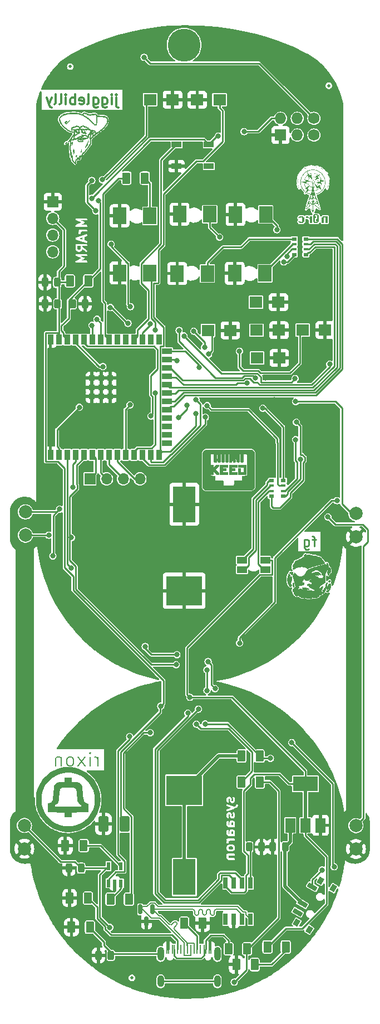
<source format=gbr>
%TF.GenerationSoftware,KiCad,Pcbnew,7.0.1*%
%TF.CreationDate,2023-08-26T08:52:59-05:00*%
%TF.ProjectId,BSidesKC23_Volunteer,42536964-6573-44b4-9332-335f566f6c75,1.1*%
%TF.SameCoordinates,Original*%
%TF.FileFunction,Copper,L2,Bot*%
%TF.FilePolarity,Positive*%
%FSLAX46Y46*%
G04 Gerber Fmt 4.6, Leading zero omitted, Abs format (unit mm)*
G04 Created by KiCad (PCBNEW 7.0.1) date 2023-08-26 08:52:59*
%MOMM*%
%LPD*%
G01*
G04 APERTURE LIST*
G04 Aperture macros list*
%AMRoundRect*
0 Rectangle with rounded corners*
0 $1 Rounding radius*
0 $2 $3 $4 $5 $6 $7 $8 $9 X,Y pos of 4 corners*
0 Add a 4 corners polygon primitive as box body*
4,1,4,$2,$3,$4,$5,$6,$7,$8,$9,$2,$3,0*
0 Add four circle primitives for the rounded corners*
1,1,$1+$1,$2,$3*
1,1,$1+$1,$4,$5*
1,1,$1+$1,$6,$7*
1,1,$1+$1,$8,$9*
0 Add four rect primitives between the rounded corners*
20,1,$1+$1,$2,$3,$4,$5,0*
20,1,$1+$1,$4,$5,$6,$7,0*
20,1,$1+$1,$6,$7,$8,$9,0*
20,1,$1+$1,$8,$9,$2,$3,0*%
%AMRotRect*
0 Rectangle, with rotation*
0 The origin of the aperture is its center*
0 $1 length*
0 $2 width*
0 $3 Rotation angle, in degrees counterclockwise*
0 Add horizontal line*
21,1,$1,$2,0,0,$3*%
G04 Aperture macros list end*
%ADD10C,0.300000*%
%TA.AperFunction,NonConductor*%
%ADD11C,0.300000*%
%TD*%
%ADD12C,0.250000*%
%TA.AperFunction,NonConductor*%
%ADD13C,0.250000*%
%TD*%
%ADD14C,0.150000*%
%TA.AperFunction,NonConductor*%
%ADD15C,0.150000*%
%TD*%
%TA.AperFunction,EtchedComponent*%
%ADD16C,0.010000*%
%TD*%
%TA.AperFunction,ComponentPad*%
%ADD17O,1.727200X1.727200*%
%TD*%
%TA.AperFunction,ComponentPad*%
%ADD18R,1.727200X1.727200*%
%TD*%
%TA.AperFunction,ComponentPad*%
%ADD19C,1.727200*%
%TD*%
%TA.AperFunction,SMDPad,CuDef*%
%ADD20R,2.000000X2.500000*%
%TD*%
%TA.AperFunction,SMDPad,CuDef*%
%ADD21R,1.500000X1.000000*%
%TD*%
%TA.AperFunction,ComponentPad*%
%ADD22C,5.000000*%
%TD*%
%TA.AperFunction,SMDPad,CuDef*%
%ADD23R,1.700000X1.700000*%
%TD*%
%TA.AperFunction,SMDPad,CuDef*%
%ADD24O,1.700000X1.700000*%
%TD*%
%TA.AperFunction,SMDPad,CuDef*%
%ADD25C,0.500000*%
%TD*%
%TA.AperFunction,SMDPad,CuDef*%
%ADD26R,1.948000X1.700000*%
%TD*%
%TA.AperFunction,SMDPad,CuDef*%
%ADD27RoundRect,0.250000X-0.375000X-0.625000X0.375000X-0.625000X0.375000X0.625000X-0.375000X0.625000X0*%
%TD*%
%TA.AperFunction,SMDPad,CuDef*%
%ADD28R,1.500000X0.900000*%
%TD*%
%TA.AperFunction,SMDPad,CuDef*%
%ADD29RoundRect,0.150000X-0.150000X0.587500X-0.150000X-0.587500X0.150000X-0.587500X0.150000X0.587500X0*%
%TD*%
%TA.AperFunction,SMDPad,CuDef*%
%ADD30C,2.000000*%
%TD*%
%TA.AperFunction,SMDPad,CuDef*%
%ADD31RoundRect,0.243750X0.243750X0.456250X-0.243750X0.456250X-0.243750X-0.456250X0.243750X-0.456250X0*%
%TD*%
%TA.AperFunction,SMDPad,CuDef*%
%ADD32R,0.800000X0.500000*%
%TD*%
%TA.AperFunction,SMDPad,CuDef*%
%ADD33R,0.800000X0.400000*%
%TD*%
%TA.AperFunction,ComponentPad*%
%ADD34R,1.700000X1.700000*%
%TD*%
%TA.AperFunction,ComponentPad*%
%ADD35O,1.700000X1.700000*%
%TD*%
%TA.AperFunction,SMDPad,CuDef*%
%ADD36RoundRect,0.250000X0.375000X0.625000X-0.375000X0.625000X-0.375000X-0.625000X0.375000X-0.625000X0*%
%TD*%
%TA.AperFunction,SMDPad,CuDef*%
%ADD37R,0.900000X1.500000*%
%TD*%
%TA.AperFunction,SMDPad,CuDef*%
%ADD38R,0.900000X0.900000*%
%TD*%
%TA.AperFunction,SMDPad,CuDef*%
%ADD39R,0.650000X1.750000*%
%TD*%
%TA.AperFunction,SMDPad,CuDef*%
%ADD40RotRect,1.000000X0.800000X240.000000*%
%TD*%
%TA.AperFunction,SMDPad,CuDef*%
%ADD41RotRect,0.700000X1.500000X240.000000*%
%TD*%
%TA.AperFunction,SMDPad,CuDef*%
%ADD42RoundRect,0.243750X-0.243750X-0.456250X0.243750X-0.456250X0.243750X0.456250X-0.243750X0.456250X0*%
%TD*%
%TA.AperFunction,SMDPad,CuDef*%
%ADD43R,0.600000X1.200000*%
%TD*%
%TA.AperFunction,SMDPad,CuDef*%
%ADD44RoundRect,0.250001X0.499999X0.924999X-0.499999X0.924999X-0.499999X-0.924999X0.499999X-0.924999X0*%
%TD*%
%TA.AperFunction,SMDPad,CuDef*%
%ADD45R,3.500000X5.500000*%
%TD*%
%TA.AperFunction,SMDPad,CuDef*%
%ADD46R,5.500000X4.500000*%
%TD*%
%TA.AperFunction,SMDPad,CuDef*%
%ADD47R,0.250000X1.400000*%
%TD*%
%TA.AperFunction,ComponentPad*%
%ADD48O,1.000000X1.800000*%
%TD*%
%TA.AperFunction,ComponentPad*%
%ADD49O,1.000000X2.100000*%
%TD*%
%TA.AperFunction,SMDPad,CuDef*%
%ADD50R,1.500000X2.200000*%
%TD*%
%TA.AperFunction,SMDPad,CuDef*%
%ADD51R,3.800000X2.200000*%
%TD*%
%TA.AperFunction,ViaPad*%
%ADD52C,0.800000*%
%TD*%
%TA.AperFunction,Conductor*%
%ADD53C,0.500000*%
%TD*%
%TA.AperFunction,Conductor*%
%ADD54C,0.250000*%
%TD*%
%TA.AperFunction,Conductor*%
%ADD55C,0.200000*%
%TD*%
G04 APERTURE END LIST*
D10*
G36*
X106572217Y-158430420D02*
G01*
X106609222Y-158467425D01*
X106653928Y-158556838D01*
X106653928Y-158700304D01*
X106609221Y-158789718D01*
X106572216Y-158826722D01*
X106482804Y-158871428D01*
X106125052Y-158871428D01*
X106035637Y-158826720D01*
X105998635Y-158789718D01*
X105953928Y-158700304D01*
X105953928Y-158556839D01*
X105998635Y-158467423D01*
X106035638Y-158430420D01*
X106125052Y-158385714D01*
X106482804Y-158385714D01*
X106572217Y-158430420D01*
G37*
G36*
X106620696Y-156133231D02*
G01*
X106653928Y-156199696D01*
X106653928Y-156486019D01*
X106639794Y-156514286D01*
X106386195Y-156514286D01*
X106387930Y-156504647D01*
X106382500Y-156491555D01*
X106382500Y-156199697D01*
X106415732Y-156133231D01*
X106482195Y-156100000D01*
X106554231Y-156100000D01*
X106620696Y-156133231D01*
G37*
G36*
X106620696Y-154776088D02*
G01*
X106653928Y-154842553D01*
X106653928Y-155128876D01*
X106639794Y-155157143D01*
X106386195Y-155157143D01*
X106387930Y-155147504D01*
X106382500Y-155134412D01*
X106382500Y-154842554D01*
X106415732Y-154776088D01*
X106482195Y-154742857D01*
X106554231Y-154742857D01*
X106620696Y-154776088D01*
G37*
G36*
X107899286Y-161553572D02*
G01*
X104320714Y-161553572D01*
X104320714Y-159895352D01*
X105648498Y-159895352D01*
X105653928Y-159908444D01*
X105653928Y-160084782D01*
X105650067Y-160120545D01*
X105663774Y-160147959D01*
X105672412Y-160177377D01*
X105683124Y-160186659D01*
X105724102Y-160268614D01*
X105723897Y-160274444D01*
X105743626Y-160307662D01*
X105750839Y-160322087D01*
X105754587Y-160326116D01*
X105768880Y-160350181D01*
X105784005Y-160357743D01*
X105795524Y-160370127D01*
X105822637Y-160377059D01*
X105943908Y-160437695D01*
X105974170Y-160457143D01*
X106004823Y-160457143D01*
X106034995Y-160462573D01*
X106048087Y-160457143D01*
X106825496Y-160457143D01*
X106888448Y-160438659D01*
X106946133Y-160372086D01*
X106958670Y-160284894D01*
X106922077Y-160204767D01*
X106847972Y-160157143D01*
X106053624Y-160157143D01*
X105987160Y-160123911D01*
X105953928Y-160057447D01*
X105953928Y-159913982D01*
X105998635Y-159824566D01*
X106008917Y-159814285D01*
X106825496Y-159814285D01*
X106888448Y-159795801D01*
X106946133Y-159729228D01*
X106958670Y-159642036D01*
X106922077Y-159561909D01*
X106847972Y-159514285D01*
X105973850Y-159514285D01*
X105957937Y-159508350D01*
X105930656Y-159514285D01*
X105782360Y-159514285D01*
X105719408Y-159532769D01*
X105661723Y-159599342D01*
X105649186Y-159686534D01*
X105685779Y-159766661D01*
X105690622Y-159769773D01*
X105673378Y-159804261D01*
X105653928Y-159834527D01*
X105653928Y-159865180D01*
X105648498Y-159895352D01*
X104320714Y-159895352D01*
X104320714Y-158538209D01*
X105648498Y-158538209D01*
X105653928Y-158551301D01*
X105653928Y-158727639D01*
X105650067Y-158763402D01*
X105663774Y-158790816D01*
X105672412Y-158820234D01*
X105683124Y-158829516D01*
X105732782Y-158928830D01*
X105738147Y-158953492D01*
X105767353Y-158982698D01*
X105795524Y-159012984D01*
X105798364Y-159013710D01*
X105827419Y-159042766D01*
X105840309Y-159064467D01*
X105877267Y-159082946D01*
X105913553Y-159102760D01*
X105916477Y-159102550D01*
X106015336Y-159151980D01*
X106045598Y-159171428D01*
X106076250Y-159171428D01*
X106106424Y-159176858D01*
X106119516Y-159171428D01*
X106510138Y-159171428D01*
X106545901Y-159175289D01*
X106573315Y-159161581D01*
X106602734Y-159152944D01*
X106612015Y-159142232D01*
X106711331Y-159092574D01*
X106735993Y-159087210D01*
X106765204Y-159057998D01*
X106795484Y-159029833D01*
X106796210Y-159026992D01*
X106825267Y-158997935D01*
X106846967Y-158985047D01*
X106865441Y-158948097D01*
X106885261Y-158911802D01*
X106885051Y-158908877D01*
X106934480Y-158810019D01*
X106953928Y-158779758D01*
X106953928Y-158749106D01*
X106959358Y-158718932D01*
X106953928Y-158705840D01*
X106953928Y-158529504D01*
X106957789Y-158493741D01*
X106944081Y-158466326D01*
X106935444Y-158436908D01*
X106924732Y-158427626D01*
X106875074Y-158328310D01*
X106869710Y-158303649D01*
X106840498Y-158274437D01*
X106812333Y-158244158D01*
X106809492Y-158243431D01*
X106780435Y-158214374D01*
X106767547Y-158192675D01*
X106730595Y-158174199D01*
X106694302Y-158154381D01*
X106691377Y-158154590D01*
X106592516Y-158105159D01*
X106562258Y-158085714D01*
X106531607Y-158085714D01*
X106501432Y-158080284D01*
X106488340Y-158085714D01*
X106097718Y-158085714D01*
X106061955Y-158081853D01*
X106034540Y-158095560D01*
X106005122Y-158104198D01*
X105995840Y-158114909D01*
X105896522Y-158164567D01*
X105871862Y-158169933D01*
X105842654Y-158199140D01*
X105812372Y-158227309D01*
X105811645Y-158230149D01*
X105782588Y-158259207D01*
X105760890Y-158272095D01*
X105742415Y-158309044D01*
X105722596Y-158345341D01*
X105722805Y-158348264D01*
X105673378Y-158447118D01*
X105653928Y-158477384D01*
X105653928Y-158508037D01*
X105648498Y-158538209D01*
X104320714Y-158538209D01*
X104320714Y-157681067D01*
X105648498Y-157681067D01*
X105653928Y-157694159D01*
X105653928Y-157828711D01*
X105672412Y-157891663D01*
X105738985Y-157949348D01*
X105826177Y-157961885D01*
X105906304Y-157925292D01*
X105953928Y-157851187D01*
X105953928Y-157699697D01*
X105998635Y-157610281D01*
X106035638Y-157573277D01*
X106125052Y-157528571D01*
X106825496Y-157528571D01*
X106888448Y-157510087D01*
X106946133Y-157443514D01*
X106958670Y-157356322D01*
X106922077Y-157276195D01*
X106847972Y-157228571D01*
X106097717Y-157228571D01*
X106061953Y-157224710D01*
X106054231Y-157228571D01*
X105782360Y-157228571D01*
X105719408Y-157247055D01*
X105661723Y-157313628D01*
X105649186Y-157400820D01*
X105685779Y-157480947D01*
X105717651Y-157501430D01*
X105673378Y-157589976D01*
X105653928Y-157620242D01*
X105653928Y-157650895D01*
X105648498Y-157681067D01*
X104320714Y-157681067D01*
X104320714Y-156181067D01*
X105648498Y-156181067D01*
X105653928Y-156194159D01*
X105653928Y-156441925D01*
X105650067Y-156477688D01*
X105663774Y-156505102D01*
X105672412Y-156534520D01*
X105683124Y-156543802D01*
X105724102Y-156625757D01*
X105723897Y-156631587D01*
X105743626Y-156664805D01*
X105750839Y-156679230D01*
X105754587Y-156683259D01*
X105768880Y-156707324D01*
X105784005Y-156714886D01*
X105795524Y-156727270D01*
X105822637Y-156734202D01*
X105943908Y-156794838D01*
X105974170Y-156814286D01*
X106004823Y-156814286D01*
X106034995Y-156819716D01*
X106048087Y-156814286D01*
X106158394Y-156814286D01*
X106199801Y-156815746D01*
X106202259Y-156814286D01*
X106729839Y-156814286D01*
X106771231Y-156815745D01*
X106773687Y-156814286D01*
X106825496Y-156814286D01*
X106888448Y-156795802D01*
X106946133Y-156729229D01*
X106958670Y-156642037D01*
X106936259Y-156592965D01*
X106953928Y-156565472D01*
X106953928Y-156534820D01*
X106959358Y-156504646D01*
X106953928Y-156491554D01*
X106953928Y-156172363D01*
X106957789Y-156136599D01*
X106944081Y-156109184D01*
X106935444Y-156079766D01*
X106924732Y-156070484D01*
X106883754Y-155988527D01*
X106883960Y-155982697D01*
X106864232Y-155949484D01*
X106857019Y-155935056D01*
X106853268Y-155931023D01*
X106838976Y-155906961D01*
X106823852Y-155899399D01*
X106812334Y-155887016D01*
X106785217Y-155880081D01*
X106663946Y-155819447D01*
X106633686Y-155800000D01*
X106603034Y-155800000D01*
X106572860Y-155794570D01*
X106559768Y-155800000D01*
X106454861Y-155800000D01*
X106419098Y-155796139D01*
X106391683Y-155809846D01*
X106362265Y-155818484D01*
X106352983Y-155829195D01*
X106271026Y-155870173D01*
X106265197Y-155869968D01*
X106231989Y-155889691D01*
X106217555Y-155896909D01*
X106213520Y-155900661D01*
X106189461Y-155914952D01*
X106181899Y-155930075D01*
X106169515Y-155941595D01*
X106162581Y-155968712D01*
X106101947Y-156089981D01*
X106082500Y-156120242D01*
X106082500Y-156150894D01*
X106077070Y-156181068D01*
X106082500Y-156194160D01*
X106082500Y-156486018D01*
X106068366Y-156514286D01*
X106053624Y-156514286D01*
X105987160Y-156481054D01*
X105953928Y-156414590D01*
X105953928Y-156199696D01*
X106019167Y-156069219D01*
X106030787Y-156004647D01*
X105997040Y-155923279D01*
X105924660Y-155873073D01*
X105836627Y-155869968D01*
X105760890Y-155914952D01*
X105673373Y-156089983D01*
X105653928Y-156120242D01*
X105653928Y-156150893D01*
X105648498Y-156181067D01*
X104320714Y-156181067D01*
X104320714Y-154823924D01*
X105648498Y-154823924D01*
X105653928Y-154837016D01*
X105653928Y-155084782D01*
X105650067Y-155120545D01*
X105663774Y-155147959D01*
X105672412Y-155177377D01*
X105683124Y-155186659D01*
X105724102Y-155268614D01*
X105723897Y-155274444D01*
X105743626Y-155307662D01*
X105750839Y-155322087D01*
X105754587Y-155326116D01*
X105768880Y-155350181D01*
X105784005Y-155357743D01*
X105795524Y-155370127D01*
X105822637Y-155377059D01*
X105943908Y-155437695D01*
X105974170Y-155457143D01*
X106004823Y-155457143D01*
X106034995Y-155462573D01*
X106048087Y-155457143D01*
X106158394Y-155457143D01*
X106199801Y-155458603D01*
X106202259Y-155457143D01*
X106729839Y-155457143D01*
X106771231Y-155458602D01*
X106773687Y-155457143D01*
X106825496Y-155457143D01*
X106888448Y-155438659D01*
X106946133Y-155372086D01*
X106958670Y-155284894D01*
X106936259Y-155235822D01*
X106953928Y-155208329D01*
X106953928Y-155177677D01*
X106959358Y-155147503D01*
X106953928Y-155134411D01*
X106953928Y-154815220D01*
X106957789Y-154779456D01*
X106944081Y-154752041D01*
X106935444Y-154722623D01*
X106924732Y-154713341D01*
X106883754Y-154631384D01*
X106883960Y-154625554D01*
X106864232Y-154592341D01*
X106857019Y-154577913D01*
X106853268Y-154573880D01*
X106838976Y-154549818D01*
X106823852Y-154542256D01*
X106812334Y-154529873D01*
X106785217Y-154522938D01*
X106663946Y-154462304D01*
X106633686Y-154442857D01*
X106603034Y-154442857D01*
X106572860Y-154437427D01*
X106559768Y-154442857D01*
X106454861Y-154442857D01*
X106419098Y-154438996D01*
X106391683Y-154452703D01*
X106362265Y-154461341D01*
X106352983Y-154472052D01*
X106271026Y-154513030D01*
X106265197Y-154512825D01*
X106231989Y-154532548D01*
X106217555Y-154539766D01*
X106213520Y-154543518D01*
X106189461Y-154557809D01*
X106181899Y-154572932D01*
X106169515Y-154584452D01*
X106162581Y-154611569D01*
X106101947Y-154732838D01*
X106082500Y-154763099D01*
X106082500Y-154793751D01*
X106077070Y-154823925D01*
X106082500Y-154837017D01*
X106082500Y-155128875D01*
X106068366Y-155157143D01*
X106053624Y-155157143D01*
X105987160Y-155123911D01*
X105953928Y-155057447D01*
X105953928Y-154842553D01*
X106019167Y-154712076D01*
X106030787Y-154647504D01*
X105997040Y-154566136D01*
X105924660Y-154515930D01*
X105836627Y-154512825D01*
X105760890Y-154557809D01*
X105673373Y-154732840D01*
X105653928Y-154763099D01*
X105653928Y-154793750D01*
X105648498Y-154823924D01*
X104320714Y-154823924D01*
X104320714Y-153609638D01*
X105648498Y-153609638D01*
X105653928Y-153622730D01*
X105653928Y-153799067D01*
X105650067Y-153834830D01*
X105663774Y-153862244D01*
X105672412Y-153891662D01*
X105683124Y-153900944D01*
X105750839Y-154036372D01*
X105795524Y-154084412D01*
X105880867Y-154106234D01*
X105964460Y-154078454D01*
X106019763Y-154009890D01*
X106029218Y-153922310D01*
X105953928Y-153771732D01*
X105953928Y-153628267D01*
X105987160Y-153561802D01*
X106053624Y-153528571D01*
X106054231Y-153528571D01*
X106120696Y-153561802D01*
X106153928Y-153628267D01*
X106153928Y-153799067D01*
X106150067Y-153834830D01*
X106163774Y-153862244D01*
X106172412Y-153891662D01*
X106183124Y-153900944D01*
X106224102Y-153982899D01*
X106223897Y-153988729D01*
X106243626Y-154021947D01*
X106250839Y-154036372D01*
X106254587Y-154040401D01*
X106268880Y-154064466D01*
X106284005Y-154072028D01*
X106295524Y-154084412D01*
X106322637Y-154091344D01*
X106443908Y-154151980D01*
X106474170Y-154171428D01*
X106504823Y-154171428D01*
X106534995Y-154176858D01*
X106548087Y-154171428D01*
X106581566Y-154171428D01*
X106617330Y-154175289D01*
X106644745Y-154161581D01*
X106674162Y-154152944D01*
X106683443Y-154142232D01*
X106765401Y-154101253D01*
X106771230Y-154101459D01*
X106804434Y-154081737D01*
X106818873Y-154074518D01*
X106822907Y-154070765D01*
X106846967Y-154056475D01*
X106854528Y-154041351D01*
X106866913Y-154029832D01*
X106873846Y-154002715D01*
X106934480Y-153881447D01*
X106953928Y-153851186D01*
X106953928Y-153820534D01*
X106959358Y-153790360D01*
X106953928Y-153777268D01*
X106953928Y-153529504D01*
X106957789Y-153493741D01*
X106944081Y-153466326D01*
X106935444Y-153436908D01*
X106924732Y-153427626D01*
X106857019Y-153292198D01*
X106812333Y-153244158D01*
X106726991Y-153222336D01*
X106643398Y-153250115D01*
X106588094Y-153318679D01*
X106578639Y-153406258D01*
X106653928Y-153556838D01*
X106653928Y-153771732D01*
X106620696Y-153838195D01*
X106554231Y-153871428D01*
X106553624Y-153871428D01*
X106487160Y-153838196D01*
X106453928Y-153771732D01*
X106453928Y-153600934D01*
X106457789Y-153565170D01*
X106444081Y-153537755D01*
X106435444Y-153508337D01*
X106424732Y-153499055D01*
X106383754Y-153417098D01*
X106383960Y-153411268D01*
X106364232Y-153378055D01*
X106357019Y-153363627D01*
X106353268Y-153359594D01*
X106338976Y-153335532D01*
X106323852Y-153327970D01*
X106312334Y-153315587D01*
X106285217Y-153308652D01*
X106163946Y-153248018D01*
X106133686Y-153228571D01*
X106103034Y-153228571D01*
X106072860Y-153223141D01*
X106059768Y-153228571D01*
X106026290Y-153228571D01*
X105990527Y-153224710D01*
X105963112Y-153238417D01*
X105933694Y-153247055D01*
X105924412Y-153257766D01*
X105842455Y-153298744D01*
X105836627Y-153298539D01*
X105803422Y-153318261D01*
X105788984Y-153325480D01*
X105784949Y-153329232D01*
X105760890Y-153343523D01*
X105753328Y-153358646D01*
X105740944Y-153370166D01*
X105734010Y-153397281D01*
X105673373Y-153518554D01*
X105653928Y-153548813D01*
X105653928Y-153579464D01*
X105648498Y-153609638D01*
X104320714Y-153609638D01*
X104320714Y-152865240D01*
X105648165Y-152865240D01*
X105665684Y-152951569D01*
X105727095Y-153014721D01*
X105812900Y-153034646D01*
X106815760Y-152676481D01*
X106818743Y-152677057D01*
X106828643Y-152673096D01*
X106839290Y-152673709D01*
X106866469Y-152658370D01*
X106874690Y-152655435D01*
X106877004Y-152653752D01*
X107205168Y-152522486D01*
X107235993Y-152515781D01*
X107260799Y-152490974D01*
X107288390Y-152469291D01*
X107291520Y-152460253D01*
X107325267Y-152426506D01*
X107346967Y-152413618D01*
X107365441Y-152376668D01*
X107385261Y-152340373D01*
X107385051Y-152337448D01*
X107447738Y-152212075D01*
X107459358Y-152147503D01*
X107425611Y-152066136D01*
X107353230Y-152015929D01*
X107265198Y-152012825D01*
X107189461Y-152057809D01*
X107109221Y-152218289D01*
X107076775Y-152250734D01*
X106800923Y-152361075D01*
X105834067Y-152015770D01*
X105768566Y-152012004D01*
X105691850Y-152055297D01*
X105650718Y-152133192D01*
X105658229Y-152220959D01*
X105711999Y-152290733D01*
X106357946Y-152521428D01*
X105733166Y-152744564D01*
X105680098Y-152783144D01*
X105648165Y-152865240D01*
X104320714Y-152865240D01*
X104320714Y-151252495D01*
X105648498Y-151252495D01*
X105653928Y-151265587D01*
X105653928Y-151441924D01*
X105650067Y-151477687D01*
X105663774Y-151505101D01*
X105672412Y-151534519D01*
X105683124Y-151543801D01*
X105750839Y-151679229D01*
X105795524Y-151727269D01*
X105880867Y-151749091D01*
X105964460Y-151721311D01*
X106019763Y-151652747D01*
X106029218Y-151565167D01*
X105953928Y-151414589D01*
X105953928Y-151271124D01*
X105987160Y-151204659D01*
X106053624Y-151171428D01*
X106054231Y-151171428D01*
X106120696Y-151204659D01*
X106153928Y-151271124D01*
X106153928Y-151441924D01*
X106150067Y-151477687D01*
X106163774Y-151505101D01*
X106172412Y-151534519D01*
X106183124Y-151543801D01*
X106224102Y-151625756D01*
X106223897Y-151631586D01*
X106243626Y-151664804D01*
X106250839Y-151679229D01*
X106254587Y-151683258D01*
X106268880Y-151707323D01*
X106284005Y-151714885D01*
X106295524Y-151727269D01*
X106322637Y-151734201D01*
X106443908Y-151794837D01*
X106474170Y-151814285D01*
X106504823Y-151814285D01*
X106534995Y-151819715D01*
X106548087Y-151814285D01*
X106581566Y-151814285D01*
X106617330Y-151818146D01*
X106644745Y-151804438D01*
X106674162Y-151795801D01*
X106683443Y-151785089D01*
X106765401Y-151744110D01*
X106771230Y-151744316D01*
X106804434Y-151724594D01*
X106818873Y-151717375D01*
X106822907Y-151713622D01*
X106846967Y-151699332D01*
X106854528Y-151684208D01*
X106866913Y-151672689D01*
X106873846Y-151645572D01*
X106934480Y-151524304D01*
X106953928Y-151494043D01*
X106953928Y-151463391D01*
X106959358Y-151433217D01*
X106953928Y-151420125D01*
X106953928Y-151172361D01*
X106957789Y-151136598D01*
X106944081Y-151109183D01*
X106935444Y-151079765D01*
X106924732Y-151070483D01*
X106857019Y-150935055D01*
X106812333Y-150887015D01*
X106726991Y-150865193D01*
X106643398Y-150892972D01*
X106588094Y-150961536D01*
X106578639Y-151049115D01*
X106653928Y-151199695D01*
X106653928Y-151414589D01*
X106620696Y-151481052D01*
X106554231Y-151514285D01*
X106553624Y-151514285D01*
X106487160Y-151481053D01*
X106453928Y-151414589D01*
X106453928Y-151243791D01*
X106457789Y-151208027D01*
X106444081Y-151180612D01*
X106435444Y-151151194D01*
X106424732Y-151141912D01*
X106383754Y-151059955D01*
X106383960Y-151054125D01*
X106364232Y-151020912D01*
X106357019Y-151006484D01*
X106353268Y-151002451D01*
X106338976Y-150978389D01*
X106323852Y-150970827D01*
X106312334Y-150958444D01*
X106285217Y-150951509D01*
X106163946Y-150890875D01*
X106133686Y-150871428D01*
X106103034Y-150871428D01*
X106072860Y-150865998D01*
X106059768Y-150871428D01*
X106026290Y-150871428D01*
X105990527Y-150867567D01*
X105963112Y-150881274D01*
X105933694Y-150889912D01*
X105924412Y-150900623D01*
X105842455Y-150941601D01*
X105836627Y-150941396D01*
X105803422Y-150961118D01*
X105788984Y-150968337D01*
X105784949Y-150972089D01*
X105760890Y-150986380D01*
X105753328Y-151001503D01*
X105740944Y-151013023D01*
X105734010Y-151040138D01*
X105673373Y-151161411D01*
X105653928Y-151191670D01*
X105653928Y-151222321D01*
X105648498Y-151252495D01*
X104320714Y-151252495D01*
X104320714Y-149846428D01*
X107899286Y-149846428D01*
X107899286Y-161553572D01*
G37*
G36*
X83452142Y-67419140D02*
G01*
X83446642Y-67448972D01*
X83452142Y-67462395D01*
X83452142Y-67611732D01*
X83407435Y-67701146D01*
X83370430Y-67738150D01*
X83281018Y-67782856D01*
X83137552Y-67782856D01*
X83048137Y-67738148D01*
X83011135Y-67701146D01*
X82966428Y-67611732D01*
X82966428Y-67225713D01*
X83452142Y-67225713D01*
X83452142Y-67419140D01*
G37*
G36*
X83737857Y-66224743D02*
G01*
X83290769Y-66075713D01*
X83737857Y-65926685D01*
X83737857Y-66224743D01*
G37*
G36*
X85164286Y-71047143D02*
G01*
X81585714Y-71047143D01*
X81585714Y-69576999D01*
X82660101Y-69576999D01*
X82663218Y-69587302D01*
X82661686Y-69597962D01*
X82675784Y-69628833D01*
X82685612Y-69661313D01*
X82693806Y-69668296D01*
X82698279Y-69678089D01*
X82726824Y-69696434D01*
X82752657Y-69718448D01*
X82763327Y-69719892D01*
X82772384Y-69725713D01*
X82806319Y-69725713D01*
X82839949Y-69730266D01*
X82849705Y-69725713D01*
X84337996Y-69725713D01*
X84400948Y-69707229D01*
X84458633Y-69640656D01*
X84471170Y-69553464D01*
X84434577Y-69473337D01*
X84360472Y-69425713D01*
X83492564Y-69425713D01*
X83950159Y-69212168D01*
X83989258Y-69194700D01*
X84002254Y-69174838D01*
X84020064Y-69159148D01*
X84025873Y-69138744D01*
X84037491Y-69120990D01*
X84037686Y-69097253D01*
X84044185Y-69074427D01*
X84038040Y-69054120D01*
X84038215Y-69032905D01*
X84025547Y-69012833D01*
X84018673Y-68990113D01*
X84002523Y-68976350D01*
X83991202Y-68958411D01*
X83969696Y-68948375D01*
X83951629Y-68932978D01*
X83930602Y-68930131D01*
X83492563Y-68725713D01*
X84337996Y-68725713D01*
X84400948Y-68707229D01*
X84458633Y-68640656D01*
X84471170Y-68553464D01*
X84434577Y-68473337D01*
X84360472Y-68425713D01*
X82827780Y-68425713D01*
X82795454Y-68420793D01*
X82764470Y-68434636D01*
X82731908Y-68444197D01*
X82724856Y-68452334D01*
X82715028Y-68456726D01*
X82696447Y-68485121D01*
X82674223Y-68510770D01*
X82672690Y-68521427D01*
X82666795Y-68530437D01*
X82666515Y-68564372D01*
X82661686Y-68597962D01*
X82666158Y-68607755D01*
X82666070Y-68618521D01*
X82684180Y-68647217D01*
X82698279Y-68678089D01*
X82707336Y-68683910D01*
X82713083Y-68693015D01*
X82743835Y-68707366D01*
X82772384Y-68725713D01*
X82783150Y-68725713D01*
X83533151Y-69075712D01*
X82763281Y-69434985D01*
X82731908Y-69444197D01*
X82709685Y-69469843D01*
X82684221Y-69492278D01*
X82681272Y-69502634D01*
X82674223Y-69510770D01*
X82669393Y-69544360D01*
X82660101Y-69576999D01*
X81585714Y-69576999D01*
X81585714Y-67097962D01*
X82661686Y-67097962D01*
X82666428Y-67108345D01*
X82666428Y-67639067D01*
X82662567Y-67674830D01*
X82676274Y-67702244D01*
X82684912Y-67731662D01*
X82695624Y-67740944D01*
X82745282Y-67840258D01*
X82750647Y-67864920D01*
X82779853Y-67894126D01*
X82808024Y-67924412D01*
X82810864Y-67925138D01*
X82839919Y-67954194D01*
X82852809Y-67975895D01*
X82889767Y-67994374D01*
X82926053Y-68014188D01*
X82928977Y-68013978D01*
X83027836Y-68063408D01*
X83058098Y-68082856D01*
X83088750Y-68082856D01*
X83118924Y-68088286D01*
X83132016Y-68082856D01*
X83308352Y-68082856D01*
X83344115Y-68086717D01*
X83371529Y-68073009D01*
X83400948Y-68064372D01*
X83410229Y-68053660D01*
X83509545Y-68004002D01*
X83534207Y-67998638D01*
X83563418Y-67969426D01*
X83593698Y-67941261D01*
X83594424Y-67938420D01*
X83623481Y-67909363D01*
X83645181Y-67896475D01*
X83663655Y-67859525D01*
X83683475Y-67823230D01*
X83683265Y-67820305D01*
X83732694Y-67721447D01*
X83738947Y-67711717D01*
X84248078Y-68068109D01*
X84310250Y-68089067D01*
X84395684Y-68067609D01*
X84455957Y-68003368D01*
X84471928Y-67916740D01*
X84438530Y-67835229D01*
X83752142Y-67354758D01*
X83752142Y-67225713D01*
X84337996Y-67225713D01*
X84400948Y-67207229D01*
X84458633Y-67140656D01*
X84471170Y-67053464D01*
X84434577Y-66973337D01*
X84360472Y-66925713D01*
X83612873Y-66925713D01*
X83579893Y-66920971D01*
X83569510Y-66925713D01*
X82827159Y-66925713D01*
X82794179Y-66920971D01*
X82763872Y-66934811D01*
X82731908Y-66944197D01*
X82724433Y-66952822D01*
X82714052Y-66957564D01*
X82696039Y-66985591D01*
X82674223Y-67010770D01*
X82672598Y-67022067D01*
X82666428Y-67031669D01*
X82666428Y-67064982D01*
X82661686Y-67097962D01*
X81585714Y-67097962D01*
X81585714Y-66059073D01*
X82660984Y-66059073D01*
X82667855Y-66097064D01*
X82671968Y-66135474D01*
X82675624Y-66140016D01*
X82676663Y-66145755D01*
X82702994Y-66174011D01*
X82727210Y-66204089D01*
X82732741Y-66205932D01*
X82736716Y-66210198D01*
X82774133Y-66219730D01*
X83812150Y-66565735D01*
X83822914Y-66575062D01*
X83853189Y-66579415D01*
X84289455Y-66724837D01*
X84355022Y-66727209D01*
X84430799Y-66682294D01*
X84470265Y-66603541D01*
X84460888Y-66515954D01*
X84405646Y-66447339D01*
X84037857Y-66324743D01*
X84037857Y-65826685D01*
X84384324Y-65711196D01*
X84438200Y-65673753D01*
X84471872Y-65592355D01*
X84456194Y-65505673D01*
X84396140Y-65441230D01*
X84310778Y-65419484D01*
X83874085Y-65565047D01*
X83865608Y-65563829D01*
X83832817Y-65578804D01*
X82794737Y-65924830D01*
X82777834Y-65924219D01*
X82753754Y-65938491D01*
X82748533Y-65940232D01*
X82735285Y-65949438D01*
X82702057Y-65969134D01*
X82699444Y-65974347D01*
X82694656Y-65977675D01*
X82679894Y-66013358D01*
X82662591Y-66047888D01*
X82663211Y-66053687D01*
X82660984Y-66059073D01*
X81585714Y-66059073D01*
X81585714Y-65163924D01*
X83160998Y-65163924D01*
X83166428Y-65177016D01*
X83166428Y-65311568D01*
X83184912Y-65374520D01*
X83251485Y-65432205D01*
X83338677Y-65444742D01*
X83418804Y-65408149D01*
X83466428Y-65334044D01*
X83466428Y-65182554D01*
X83511135Y-65093138D01*
X83548138Y-65056134D01*
X83637552Y-65011428D01*
X84337996Y-65011428D01*
X84400948Y-64992944D01*
X84458633Y-64926371D01*
X84471170Y-64839179D01*
X84434577Y-64759052D01*
X84360472Y-64711428D01*
X83610217Y-64711428D01*
X83574453Y-64707567D01*
X83566731Y-64711428D01*
X83294860Y-64711428D01*
X83231908Y-64729912D01*
X83174223Y-64796485D01*
X83161686Y-64883677D01*
X83198279Y-64963804D01*
X83230151Y-64984287D01*
X83185878Y-65072833D01*
X83166428Y-65103099D01*
X83166428Y-65133752D01*
X83160998Y-65163924D01*
X81585714Y-65163924D01*
X81585714Y-64148428D01*
X82660101Y-64148428D01*
X82663218Y-64158731D01*
X82661686Y-64169391D01*
X82675784Y-64200262D01*
X82685612Y-64232742D01*
X82693806Y-64239725D01*
X82698279Y-64249518D01*
X82726824Y-64267863D01*
X82752657Y-64289877D01*
X82763327Y-64291321D01*
X82772384Y-64297142D01*
X82806319Y-64297142D01*
X82839949Y-64301695D01*
X82849705Y-64297142D01*
X84337996Y-64297142D01*
X84400948Y-64278658D01*
X84458633Y-64212085D01*
X84471170Y-64124893D01*
X84434577Y-64044766D01*
X84360472Y-63997142D01*
X83492564Y-63997142D01*
X83950159Y-63783597D01*
X83989258Y-63766129D01*
X84002254Y-63746267D01*
X84020064Y-63730577D01*
X84025873Y-63710173D01*
X84037491Y-63692419D01*
X84037686Y-63668682D01*
X84044185Y-63645856D01*
X84038040Y-63625549D01*
X84038215Y-63604334D01*
X84025547Y-63584262D01*
X84018673Y-63561542D01*
X84002523Y-63547779D01*
X83991202Y-63529840D01*
X83969696Y-63519804D01*
X83951629Y-63504407D01*
X83930602Y-63501560D01*
X83492563Y-63297142D01*
X84337996Y-63297142D01*
X84400948Y-63278658D01*
X84458633Y-63212085D01*
X84471170Y-63124893D01*
X84434577Y-63044766D01*
X84360472Y-62997142D01*
X82827780Y-62997142D01*
X82795454Y-62992222D01*
X82764470Y-63006065D01*
X82731908Y-63015626D01*
X82724856Y-63023763D01*
X82715028Y-63028155D01*
X82696447Y-63056550D01*
X82674223Y-63082199D01*
X82672690Y-63092856D01*
X82666795Y-63101866D01*
X82666515Y-63135801D01*
X82661686Y-63169391D01*
X82666158Y-63179184D01*
X82666070Y-63189950D01*
X82684180Y-63218646D01*
X82698279Y-63249518D01*
X82707336Y-63255339D01*
X82713083Y-63264444D01*
X82743835Y-63278795D01*
X82772384Y-63297142D01*
X82783150Y-63297142D01*
X83533151Y-63647141D01*
X82763281Y-64006414D01*
X82731908Y-64015626D01*
X82709685Y-64041272D01*
X82684221Y-64063707D01*
X82681272Y-64074063D01*
X82674223Y-64082199D01*
X82669393Y-64115789D01*
X82660101Y-64148428D01*
X81585714Y-64148428D01*
X81585714Y-62125714D01*
X85164286Y-62125714D01*
X85164286Y-71047143D01*
G37*
%TO.C,G\u002A\u002A\u002A*%
D11*
X88903542Y-44693631D02*
X88903542Y-45999917D01*
X88903542Y-45999917D02*
X88976114Y-46145060D01*
X88976114Y-46145060D02*
X89121257Y-46217631D01*
X89121257Y-46217631D02*
X89193828Y-46217631D01*
X88903542Y-44185631D02*
X88976114Y-44258202D01*
X88976114Y-44258202D02*
X88903542Y-44330774D01*
X88903542Y-44330774D02*
X88830971Y-44258202D01*
X88830971Y-44258202D02*
X88903542Y-44185631D01*
X88903542Y-44185631D02*
X88903542Y-44330774D01*
X88177828Y-45709631D02*
X88177828Y-44693631D01*
X88177828Y-44185631D02*
X88250400Y-44258202D01*
X88250400Y-44258202D02*
X88177828Y-44330774D01*
X88177828Y-44330774D02*
X88105257Y-44258202D01*
X88105257Y-44258202D02*
X88177828Y-44185631D01*
X88177828Y-44185631D02*
X88177828Y-44330774D01*
X86798972Y-44693631D02*
X86798972Y-45927345D01*
X86798972Y-45927345D02*
X86871543Y-46072488D01*
X86871543Y-46072488D02*
X86944114Y-46145060D01*
X86944114Y-46145060D02*
X87089257Y-46217631D01*
X87089257Y-46217631D02*
X87306972Y-46217631D01*
X87306972Y-46217631D02*
X87452114Y-46145060D01*
X86798972Y-45637060D02*
X86944114Y-45709631D01*
X86944114Y-45709631D02*
X87234400Y-45709631D01*
X87234400Y-45709631D02*
X87379543Y-45637060D01*
X87379543Y-45637060D02*
X87452114Y-45564488D01*
X87452114Y-45564488D02*
X87524686Y-45419345D01*
X87524686Y-45419345D02*
X87524686Y-44983917D01*
X87524686Y-44983917D02*
X87452114Y-44838774D01*
X87452114Y-44838774D02*
X87379543Y-44766202D01*
X87379543Y-44766202D02*
X87234400Y-44693631D01*
X87234400Y-44693631D02*
X86944114Y-44693631D01*
X86944114Y-44693631D02*
X86798972Y-44766202D01*
X85420115Y-44693631D02*
X85420115Y-45927345D01*
X85420115Y-45927345D02*
X85492686Y-46072488D01*
X85492686Y-46072488D02*
X85565257Y-46145060D01*
X85565257Y-46145060D02*
X85710400Y-46217631D01*
X85710400Y-46217631D02*
X85928115Y-46217631D01*
X85928115Y-46217631D02*
X86073257Y-46145060D01*
X85420115Y-45637060D02*
X85565257Y-45709631D01*
X85565257Y-45709631D02*
X85855543Y-45709631D01*
X85855543Y-45709631D02*
X86000686Y-45637060D01*
X86000686Y-45637060D02*
X86073257Y-45564488D01*
X86073257Y-45564488D02*
X86145829Y-45419345D01*
X86145829Y-45419345D02*
X86145829Y-44983917D01*
X86145829Y-44983917D02*
X86073257Y-44838774D01*
X86073257Y-44838774D02*
X86000686Y-44766202D01*
X86000686Y-44766202D02*
X85855543Y-44693631D01*
X85855543Y-44693631D02*
X85565257Y-44693631D01*
X85565257Y-44693631D02*
X85420115Y-44766202D01*
X84476686Y-45709631D02*
X84621829Y-45637060D01*
X84621829Y-45637060D02*
X84694400Y-45491917D01*
X84694400Y-45491917D02*
X84694400Y-44185631D01*
X83315543Y-45637060D02*
X83460686Y-45709631D01*
X83460686Y-45709631D02*
X83750972Y-45709631D01*
X83750972Y-45709631D02*
X83896114Y-45637060D01*
X83896114Y-45637060D02*
X83968686Y-45491917D01*
X83968686Y-45491917D02*
X83968686Y-44911345D01*
X83968686Y-44911345D02*
X83896114Y-44766202D01*
X83896114Y-44766202D02*
X83750972Y-44693631D01*
X83750972Y-44693631D02*
X83460686Y-44693631D01*
X83460686Y-44693631D02*
X83315543Y-44766202D01*
X83315543Y-44766202D02*
X83242972Y-44911345D01*
X83242972Y-44911345D02*
X83242972Y-45056488D01*
X83242972Y-45056488D02*
X83968686Y-45201631D01*
X82589828Y-45709631D02*
X82589828Y-44185631D01*
X82589828Y-44766202D02*
X82444686Y-44693631D01*
X82444686Y-44693631D02*
X82154400Y-44693631D01*
X82154400Y-44693631D02*
X82009257Y-44766202D01*
X82009257Y-44766202D02*
X81936686Y-44838774D01*
X81936686Y-44838774D02*
X81864114Y-44983917D01*
X81864114Y-44983917D02*
X81864114Y-45419345D01*
X81864114Y-45419345D02*
X81936686Y-45564488D01*
X81936686Y-45564488D02*
X82009257Y-45637060D01*
X82009257Y-45637060D02*
X82154400Y-45709631D01*
X82154400Y-45709631D02*
X82444686Y-45709631D01*
X82444686Y-45709631D02*
X82589828Y-45637060D01*
X81210971Y-45709631D02*
X81210971Y-44693631D01*
X81210971Y-44185631D02*
X81283543Y-44258202D01*
X81283543Y-44258202D02*
X81210971Y-44330774D01*
X81210971Y-44330774D02*
X81138400Y-44258202D01*
X81138400Y-44258202D02*
X81210971Y-44185631D01*
X81210971Y-44185631D02*
X81210971Y-44330774D01*
X80267543Y-45709631D02*
X80412686Y-45637060D01*
X80412686Y-45637060D02*
X80485257Y-45491917D01*
X80485257Y-45491917D02*
X80485257Y-44185631D01*
X79469257Y-45709631D02*
X79614400Y-45637060D01*
X79614400Y-45637060D02*
X79686971Y-45491917D01*
X79686971Y-45491917D02*
X79686971Y-44185631D01*
X79033828Y-44693631D02*
X78670971Y-45709631D01*
X78308114Y-44693631D02*
X78670971Y-45709631D01*
X78670971Y-45709631D02*
X78816114Y-46072488D01*
X78816114Y-46072488D02*
X78888685Y-46145060D01*
X78888685Y-46145060D02*
X79033828Y-46217631D01*
D12*
D13*
X119248619Y-111782634D02*
X118661952Y-111782634D01*
X119028619Y-112809301D02*
X119028619Y-111489301D01*
X119028619Y-111489301D02*
X118955286Y-111342634D01*
X118955286Y-111342634D02*
X118808619Y-111269301D01*
X118808619Y-111269301D02*
X118661952Y-111269301D01*
X117488619Y-111782634D02*
X117488619Y-113029301D01*
X117488619Y-113029301D02*
X117561952Y-113175968D01*
X117561952Y-113175968D02*
X117635286Y-113249301D01*
X117635286Y-113249301D02*
X117781952Y-113322634D01*
X117781952Y-113322634D02*
X118001952Y-113322634D01*
X118001952Y-113322634D02*
X118148619Y-113249301D01*
X117488619Y-112735968D02*
X117635286Y-112809301D01*
X117635286Y-112809301D02*
X117928619Y-112809301D01*
X117928619Y-112809301D02*
X118075286Y-112735968D01*
X118075286Y-112735968D02*
X118148619Y-112662634D01*
X118148619Y-112662634D02*
X118221952Y-112515968D01*
X118221952Y-112515968D02*
X118221952Y-112075968D01*
X118221952Y-112075968D02*
X118148619Y-111929301D01*
X118148619Y-111929301D02*
X118075286Y-111855968D01*
X118075286Y-111855968D02*
X117928619Y-111782634D01*
X117928619Y-111782634D02*
X117635286Y-111782634D01*
X117635286Y-111782634D02*
X117488619Y-111855968D01*
D14*
D15*
X86118095Y-146165238D02*
X86118095Y-144831904D01*
X86118095Y-145212857D02*
X86022857Y-145022380D01*
X86022857Y-145022380D02*
X85927619Y-144927142D01*
X85927619Y-144927142D02*
X85737143Y-144831904D01*
X85737143Y-144831904D02*
X85546666Y-144831904D01*
X84880000Y-146165238D02*
X84880000Y-144831904D01*
X84880000Y-144165238D02*
X84975238Y-144260476D01*
X84975238Y-144260476D02*
X84880000Y-144355714D01*
X84880000Y-144355714D02*
X84784762Y-144260476D01*
X84784762Y-144260476D02*
X84880000Y-144165238D01*
X84880000Y-144165238D02*
X84880000Y-144355714D01*
X84118095Y-146165238D02*
X83070476Y-144831904D01*
X84118095Y-144831904D02*
X83070476Y-146165238D01*
X82022857Y-146165238D02*
X82213333Y-146070000D01*
X82213333Y-146070000D02*
X82308571Y-145974761D01*
X82308571Y-145974761D02*
X82403809Y-145784285D01*
X82403809Y-145784285D02*
X82403809Y-145212857D01*
X82403809Y-145212857D02*
X82308571Y-145022380D01*
X82308571Y-145022380D02*
X82213333Y-144927142D01*
X82213333Y-144927142D02*
X82022857Y-144831904D01*
X82022857Y-144831904D02*
X81737142Y-144831904D01*
X81737142Y-144831904D02*
X81546666Y-144927142D01*
X81546666Y-144927142D02*
X81451428Y-145022380D01*
X81451428Y-145022380D02*
X81356190Y-145212857D01*
X81356190Y-145212857D02*
X81356190Y-145784285D01*
X81356190Y-145784285D02*
X81451428Y-145974761D01*
X81451428Y-145974761D02*
X81546666Y-146070000D01*
X81546666Y-146070000D02*
X81737142Y-146165238D01*
X81737142Y-146165238D02*
X82022857Y-146165238D01*
X80499047Y-144831904D02*
X80499047Y-146165238D01*
X80499047Y-145022380D02*
X80403809Y-144927142D01*
X80403809Y-144927142D02*
X80213333Y-144831904D01*
X80213333Y-144831904D02*
X79927618Y-144831904D01*
X79927618Y-144831904D02*
X79737142Y-144927142D01*
X79737142Y-144927142D02*
X79641904Y-145117619D01*
X79641904Y-145117619D02*
X79641904Y-146165238D01*
D16*
X108601376Y-101905971D02*
X107416043Y-101905971D01*
X107416043Y-100995805D01*
X107775876Y-100995805D01*
X107775876Y-101546138D01*
X108262710Y-101546138D01*
X108262710Y-100784138D01*
X107416043Y-100784138D01*
X107416043Y-100424305D01*
X108601376Y-100424305D01*
X108601376Y-101905971D01*
%TA.AperFunction,EtchedComponent*%
G36*
X108601376Y-101905971D02*
G01*
X107416043Y-101905971D01*
X107416043Y-100995805D01*
X107775876Y-100995805D01*
X107775876Y-101546138D01*
X108262710Y-101546138D01*
X108262710Y-100784138D01*
X107416043Y-100784138D01*
X107416043Y-100424305D01*
X108601376Y-100424305D01*
X108601376Y-101905971D01*
G37*
%TD.AperFunction*%
X105849710Y-100784138D02*
X105024210Y-100784138D01*
X105024210Y-100995805D01*
X105574543Y-100995805D01*
X105574543Y-101334471D01*
X105024210Y-101334471D01*
X105024210Y-101546138D01*
X105849710Y-101546138D01*
X105849710Y-101905971D01*
X104664376Y-101905971D01*
X104664376Y-100424305D01*
X105849710Y-100424305D01*
X105849710Y-100784138D01*
%TA.AperFunction,EtchedComponent*%
G36*
X105849710Y-100784138D02*
G01*
X105024210Y-100784138D01*
X105024210Y-100995805D01*
X105574543Y-100995805D01*
X105574543Y-101334471D01*
X105024210Y-101334471D01*
X105024210Y-101546138D01*
X105849710Y-101546138D01*
X105849710Y-101905971D01*
X104664376Y-101905971D01*
X104664376Y-100424305D01*
X105849710Y-100424305D01*
X105849710Y-100784138D01*
G37*
%TD.AperFunction*%
X103627210Y-100921059D02*
X104125262Y-100424305D01*
X104473876Y-100424305D01*
X104473876Y-100645943D01*
X104214902Y-100905541D01*
X103955928Y-101165138D01*
X104473876Y-101684332D01*
X104473876Y-101905971D01*
X104146404Y-101905971D01*
X103627210Y-101388023D01*
X103627210Y-101905971D01*
X103288543Y-101905971D01*
X103288543Y-100424305D01*
X103627210Y-100424305D01*
X103627210Y-100921059D01*
%TA.AperFunction,EtchedComponent*%
G36*
X103627210Y-100921059D02*
G01*
X104125262Y-100424305D01*
X104473876Y-100424305D01*
X104473876Y-100645943D01*
X104214902Y-100905541D01*
X103955928Y-101165138D01*
X104473876Y-101684332D01*
X104473876Y-101905971D01*
X104146404Y-101905971D01*
X103627210Y-101388023D01*
X103627210Y-101905971D01*
X103288543Y-101905971D01*
X103288543Y-100424305D01*
X103627210Y-100424305D01*
X103627210Y-100921059D01*
G37*
%TD.AperFunction*%
X107236126Y-100773555D02*
X106818085Y-100779294D01*
X106400043Y-100785033D01*
X106400043Y-100995805D01*
X106950376Y-100995805D01*
X106950376Y-101334471D01*
X106400043Y-101334471D01*
X106400043Y-101545243D01*
X106818085Y-101550982D01*
X107236126Y-101556721D01*
X107236126Y-101895388D01*
X106040210Y-101906630D01*
X106040210Y-100424305D01*
X107248422Y-100424305D01*
X107236126Y-100773555D01*
%TA.AperFunction,EtchedComponent*%
G36*
X107236126Y-100773555D02*
G01*
X106818085Y-100779294D01*
X106400043Y-100785033D01*
X106400043Y-100995805D01*
X106950376Y-100995805D01*
X106950376Y-101334471D01*
X106400043Y-101334471D01*
X106400043Y-101545243D01*
X106818085Y-101550982D01*
X107236126Y-101556721D01*
X107236126Y-101895388D01*
X106040210Y-101906630D01*
X106040210Y-100424305D01*
X107248422Y-100424305D01*
X107236126Y-100773555D01*
G37*
%TD.AperFunction*%
X102050293Y-100444122D02*
X103161543Y-100444122D01*
X103161576Y-100738897D01*
X103161726Y-100994272D01*
X103162064Y-101213182D01*
X103162666Y-101398562D01*
X103163604Y-101553346D01*
X103164953Y-101680467D01*
X103166785Y-101782860D01*
X103169174Y-101863460D01*
X103172194Y-101925200D01*
X103175919Y-101971015D01*
X103180421Y-102003838D01*
X103185775Y-102026605D01*
X103192054Y-102042250D01*
X103199331Y-102053705D01*
X103201979Y-102057085D01*
X103219583Y-102076358D01*
X103240901Y-102090132D01*
X103273074Y-102099545D01*
X103323245Y-102105733D01*
X103398553Y-102109837D01*
X103506142Y-102112993D01*
X103560803Y-102114267D01*
X103879192Y-102121480D01*
X103893597Y-102217541D01*
X103899148Y-102285702D01*
X103900624Y-102377865D01*
X103897806Y-102475873D01*
X103896924Y-102491180D01*
X103893785Y-102627735D01*
X103902702Y-102734578D01*
X103923083Y-102807715D01*
X103948470Y-102840077D01*
X103976530Y-102844905D01*
X104040938Y-102849260D01*
X104135711Y-102852950D01*
X104254864Y-102855787D01*
X104392416Y-102857582D01*
X104519770Y-102858147D01*
X104668298Y-102858641D01*
X104803545Y-102859863D01*
X104919523Y-102861697D01*
X105010246Y-102864026D01*
X105069726Y-102866734D01*
X105091270Y-102869254D01*
X105103260Y-102883433D01*
X105110788Y-102918880D01*
X105114303Y-102981456D01*
X105114255Y-103077018D01*
X105112776Y-103149712D01*
X105111936Y-103304140D01*
X105118174Y-103419004D01*
X105131622Y-103496502D01*
X105133943Y-103504055D01*
X105153276Y-103554668D01*
X105177198Y-103581270D01*
X105219671Y-103593839D01*
X105267626Y-103599601D01*
X105309769Y-103601731D01*
X105387584Y-103603570D01*
X105494410Y-103605107D01*
X105623587Y-103606329D01*
X105768454Y-103607226D01*
X105922351Y-103607785D01*
X106078618Y-103607994D01*
X106230594Y-103607841D01*
X106371618Y-103607315D01*
X106495029Y-103606403D01*
X106594169Y-103605093D01*
X106662375Y-103603375D01*
X106685793Y-103602133D01*
X106723175Y-103597128D01*
X106750693Y-103585234D01*
X106770113Y-103560559D01*
X106783201Y-103517213D01*
X106791723Y-103449304D01*
X106797446Y-103350942D01*
X106802136Y-103216235D01*
X106802210Y-103213835D01*
X106812793Y-102869055D01*
X107398441Y-102858471D01*
X107551884Y-102855184D01*
X107691384Y-102851213D01*
X107811370Y-102846796D01*
X107906268Y-102842169D01*
X107970508Y-102837571D01*
X107998516Y-102833239D01*
X107999088Y-102832852D01*
X108017445Y-102792846D01*
X108030688Y-102720802D01*
X108037787Y-102626817D01*
X108037712Y-102520990D01*
X108035399Y-102476971D01*
X108031749Y-102382092D01*
X108032873Y-102289288D01*
X108038523Y-102218434D01*
X108038639Y-102217652D01*
X108053061Y-102121480D01*
X108371449Y-102114267D01*
X108494218Y-102111171D01*
X108581801Y-102107590D01*
X108641338Y-102102387D01*
X108679973Y-102094424D01*
X108704847Y-102082562D01*
X108723100Y-102065664D01*
X108730274Y-102057085D01*
X108737860Y-102046434D01*
X108744432Y-102032597D01*
X108750060Y-102012658D01*
X108754817Y-101983698D01*
X108758773Y-101942800D01*
X108761999Y-101887046D01*
X108764567Y-101813519D01*
X108766548Y-101719301D01*
X108768013Y-101601474D01*
X108769032Y-101457121D01*
X108769679Y-101283324D01*
X108770022Y-101077166D01*
X108770135Y-100835728D01*
X108770087Y-100556094D01*
X108770036Y-100427251D01*
X108769918Y-100127253D01*
X108769722Y-99866711D01*
X108769281Y-99642751D01*
X108768424Y-99452495D01*
X108766982Y-99293068D01*
X108764785Y-99161593D01*
X108761664Y-99055195D01*
X108757450Y-98970997D01*
X108751973Y-98906122D01*
X108745064Y-98857696D01*
X108736554Y-98822842D01*
X108726272Y-98798683D01*
X108714049Y-98782343D01*
X108699717Y-98770947D01*
X108683105Y-98761617D01*
X108671559Y-98755595D01*
X108624512Y-98742752D01*
X108548761Y-98734523D01*
X108457719Y-98731270D01*
X108364802Y-98733350D01*
X108283422Y-98741123D01*
X108263059Y-98744660D01*
X108194618Y-98758348D01*
X108199685Y-99289701D01*
X108201430Y-99471221D01*
X108202578Y-99615204D01*
X108202770Y-99726449D01*
X108201646Y-99809751D01*
X108198850Y-99869907D01*
X108194021Y-99911713D01*
X108186803Y-99939967D01*
X108176836Y-99959466D01*
X108163763Y-99975005D01*
X108147255Y-99991350D01*
X108098363Y-100027269D01*
X108036576Y-100041907D01*
X107997697Y-100043305D01*
X107926716Y-100040338D01*
X107870799Y-100028536D01*
X107828384Y-100003548D01*
X107797913Y-99961021D01*
X107777825Y-99896602D01*
X107766561Y-99805940D01*
X107762562Y-99684683D01*
X107764266Y-99528478D01*
X107767829Y-99401913D01*
X107771463Y-99261251D01*
X107773302Y-99128660D01*
X107773357Y-99012247D01*
X107771638Y-98920122D01*
X107768154Y-98860392D01*
X107767147Y-98852372D01*
X107755886Y-98791797D01*
X107740361Y-98762295D01*
X107712059Y-98752819D01*
X107689913Y-98752138D01*
X107627710Y-98752138D01*
X107627710Y-99324689D01*
X107627370Y-99517872D01*
X107625487Y-99672915D01*
X107620759Y-99794010D01*
X107611886Y-99885350D01*
X107597569Y-99951127D01*
X107576509Y-99995533D01*
X107547405Y-100022761D01*
X107508957Y-100037004D01*
X107459865Y-100042453D01*
X107404909Y-100043305D01*
X107321202Y-100032060D01*
X107255198Y-99993967D01*
X107253181Y-99992249D01*
X107193793Y-99941193D01*
X107187558Y-99346666D01*
X107181323Y-98752138D01*
X107058096Y-98752138D01*
X107051861Y-99343134D01*
X107045626Y-99934131D01*
X106994312Y-99988718D01*
X106953397Y-100023198D01*
X106904926Y-100039176D01*
X106835562Y-100042631D01*
X106775270Y-100040860D01*
X106726899Y-100033579D01*
X106689137Y-100016586D01*
X106660673Y-99985677D01*
X106640196Y-99936648D01*
X106626395Y-99865296D01*
X106617957Y-99767418D01*
X106613573Y-99638810D01*
X106611931Y-99475269D01*
X106611710Y-99325029D01*
X106611710Y-98752138D01*
X106456842Y-98752138D01*
X106469785Y-99305522D01*
X106473737Y-99501736D01*
X106474610Y-99659770D01*
X106471132Y-99783736D01*
X106462031Y-99877750D01*
X106446036Y-99945924D01*
X106421876Y-99992374D01*
X106388277Y-100021213D01*
X106343969Y-100036555D01*
X106287680Y-100042513D01*
X106241722Y-100043305D01*
X106167338Y-100036399D01*
X106114741Y-100011302D01*
X106092164Y-99991350D01*
X106075693Y-99974909D01*
X106062645Y-99959015D01*
X106052670Y-99938918D01*
X106045423Y-99909868D01*
X106040554Y-99867115D01*
X106037715Y-99805910D01*
X106036560Y-99721501D01*
X106036739Y-99609140D01*
X106037904Y-99464076D01*
X106039709Y-99281559D01*
X106039764Y-99276013D01*
X106044941Y-98752138D01*
X105887359Y-98752138D01*
X105892472Y-99286596D01*
X105894229Y-99468602D01*
X105895390Y-99613058D01*
X105895599Y-99724747D01*
X105894501Y-99808453D01*
X105891741Y-99868958D01*
X105886964Y-99911045D01*
X105879812Y-99939497D01*
X105869932Y-99959098D01*
X105856968Y-99974630D01*
X105840563Y-99990876D01*
X105840088Y-99991350D01*
X105791196Y-100027269D01*
X105729410Y-100041907D01*
X105690530Y-100043305D01*
X105625096Y-100041344D01*
X105572555Y-100032723D01*
X105531637Y-100013333D01*
X105501071Y-99979063D01*
X105479587Y-99925805D01*
X105465913Y-99849450D01*
X105458780Y-99745888D01*
X105456916Y-99611009D01*
X105459051Y-99440705D01*
X105462091Y-99304539D01*
X105475479Y-98752138D01*
X105320543Y-98752138D01*
X105320543Y-99325029D01*
X105320206Y-99505779D01*
X105318798Y-99649154D01*
X105315726Y-99760112D01*
X105310395Y-99843609D01*
X105302212Y-99904600D01*
X105290582Y-99948044D01*
X105274912Y-99978895D01*
X105254607Y-100002112D01*
X105237710Y-100016173D01*
X105196976Y-100031919D01*
X105133602Y-100041433D01*
X105104765Y-100042631D01*
X105025044Y-100035212D01*
X104965284Y-100007420D01*
X104946015Y-99992249D01*
X104886626Y-99941193D01*
X104880391Y-99346666D01*
X104874157Y-98752138D01*
X104750929Y-98752138D01*
X104744694Y-99346666D01*
X104738460Y-99941193D01*
X104679071Y-99992249D01*
X104613310Y-100031300D01*
X104530462Y-100043294D01*
X104527344Y-100043305D01*
X104467449Y-100042211D01*
X104419379Y-100036135D01*
X104381834Y-100020885D01*
X104353515Y-99992268D01*
X104333122Y-99946092D01*
X104319354Y-99878163D01*
X104310912Y-99784291D01*
X104306496Y-99660282D01*
X104304807Y-99501944D01*
X104304543Y-99324689D01*
X104304543Y-98752138D01*
X104242340Y-98752138D01*
X104204264Y-98755632D01*
X104183275Y-98773469D01*
X104170890Y-98816681D01*
X104165064Y-98852653D01*
X104161163Y-98904194D01*
X104158994Y-98989928D01*
X104158571Y-99101750D01*
X104159911Y-99231554D01*
X104163029Y-99371235D01*
X104163976Y-99403164D01*
X104168496Y-99585027D01*
X104168440Y-99729025D01*
X104162247Y-99839519D01*
X104148352Y-99920870D01*
X104125194Y-99977438D01*
X104091210Y-100013585D01*
X104044835Y-100033672D01*
X103984509Y-100042059D01*
X103934556Y-100043305D01*
X103860171Y-100036399D01*
X103807574Y-100011302D01*
X103784997Y-99991350D01*
X103768113Y-99974462D01*
X103754780Y-99958148D01*
X103744636Y-99937589D01*
X103737321Y-99907964D01*
X103732472Y-99864454D01*
X103729727Y-99802241D01*
X103728725Y-99716505D01*
X103729104Y-99602427D01*
X103730503Y-99455186D01*
X103732340Y-99289760D01*
X103738226Y-98758466D01*
X103669488Y-98744719D01*
X103587454Y-98734590D01*
X103489223Y-98731399D01*
X103390920Y-98734801D01*
X103308669Y-98744450D01*
X103273452Y-98753191D01*
X103220019Y-98785569D01*
X103185627Y-98828271D01*
X103180622Y-98853447D01*
X103176260Y-98906654D01*
X103172515Y-98989529D01*
X103169365Y-99103709D01*
X103166783Y-99250832D01*
X103164746Y-99432535D01*
X103163230Y-99650456D01*
X103162209Y-99906232D01*
X103161660Y-100201501D01*
X103161543Y-100444122D01*
X102050293Y-100444122D01*
X102050293Y-98611539D01*
X102114269Y-98486047D01*
X102198932Y-98364557D01*
X102312389Y-98269109D01*
X102445970Y-98206757D01*
X102464012Y-98201543D01*
X102495843Y-98198289D01*
X102566111Y-98195374D01*
X102675139Y-98192798D01*
X102823250Y-98190558D01*
X103010766Y-98188654D01*
X103238010Y-98187084D01*
X103505306Y-98185847D01*
X103812976Y-98184940D01*
X104161343Y-98184363D01*
X104550729Y-98184114D01*
X104981457Y-98184192D01*
X105453851Y-98184595D01*
X105968233Y-98185321D01*
X106003682Y-98185381D01*
X109461639Y-98191221D01*
X109587132Y-98255197D01*
X109710244Y-98340432D01*
X109802149Y-98453729D01*
X109861067Y-98592713D01*
X109870871Y-98633288D01*
X109874760Y-98667275D01*
X109878182Y-98730291D01*
X109881144Y-98823522D01*
X109883655Y-98948158D01*
X109885723Y-99105386D01*
X109887354Y-99296393D01*
X109888556Y-99522368D01*
X109889338Y-99784498D01*
X109889707Y-100083971D01*
X109889671Y-100421975D01*
X109889237Y-100799699D01*
X109888413Y-101218328D01*
X109888203Y-101306884D01*
X109881960Y-103866918D01*
X109817856Y-103992403D01*
X109734981Y-104109931D01*
X109621161Y-104198602D01*
X109476360Y-104258442D01*
X109413568Y-104273554D01*
X109378980Y-104276258D01*
X109304851Y-104278793D01*
X109193975Y-104281157D01*
X109049143Y-104283350D01*
X108873149Y-104285370D01*
X108668784Y-104287215D01*
X108438842Y-104288886D01*
X108186115Y-104290382D01*
X107913396Y-104291700D01*
X107623477Y-104292840D01*
X107319150Y-104293801D01*
X107003209Y-104294582D01*
X106678446Y-104295182D01*
X106347654Y-104295600D01*
X106013624Y-104295835D01*
X105679151Y-104295886D01*
X105347025Y-104295751D01*
X105020041Y-104295430D01*
X104700989Y-104294922D01*
X104392664Y-104294225D01*
X104097857Y-104293339D01*
X103819362Y-104292262D01*
X103559970Y-104290994D01*
X103322475Y-104289533D01*
X103109668Y-104287879D01*
X102924343Y-104286030D01*
X102769292Y-104283986D01*
X102647308Y-104281744D01*
X102561183Y-104279305D01*
X102513709Y-104276667D01*
X102509189Y-104276129D01*
X102371925Y-104239478D01*
X102260071Y-104171401D01*
X102169092Y-104068552D01*
X102124376Y-103992187D01*
X102050293Y-103846957D01*
X102050293Y-100444122D01*
%TA.AperFunction,EtchedComponent*%
G36*
X102050293Y-100444122D02*
G01*
X103161543Y-100444122D01*
X103161576Y-100738897D01*
X103161726Y-100994272D01*
X103162064Y-101213182D01*
X103162666Y-101398562D01*
X103163604Y-101553346D01*
X103164953Y-101680467D01*
X103166785Y-101782860D01*
X103169174Y-101863460D01*
X103172194Y-101925200D01*
X103175919Y-101971015D01*
X103180421Y-102003838D01*
X103185775Y-102026605D01*
X103192054Y-102042250D01*
X103199331Y-102053705D01*
X103201979Y-102057085D01*
X103219583Y-102076358D01*
X103240901Y-102090132D01*
X103273074Y-102099545D01*
X103323245Y-102105733D01*
X103398553Y-102109837D01*
X103506142Y-102112993D01*
X103560803Y-102114267D01*
X103879192Y-102121480D01*
X103893597Y-102217541D01*
X103899148Y-102285702D01*
X103900624Y-102377865D01*
X103897806Y-102475873D01*
X103896924Y-102491180D01*
X103893785Y-102627735D01*
X103902702Y-102734578D01*
X103923083Y-102807715D01*
X103948470Y-102840077D01*
X103976530Y-102844905D01*
X104040938Y-102849260D01*
X104135711Y-102852950D01*
X104254864Y-102855787D01*
X104392416Y-102857582D01*
X104519770Y-102858147D01*
X104668298Y-102858641D01*
X104803545Y-102859863D01*
X104919523Y-102861697D01*
X105010246Y-102864026D01*
X105069726Y-102866734D01*
X105091270Y-102869254D01*
X105103260Y-102883433D01*
X105110788Y-102918880D01*
X105114303Y-102981456D01*
X105114255Y-103077018D01*
X105112776Y-103149712D01*
X105111936Y-103304140D01*
X105118174Y-103419004D01*
X105131622Y-103496502D01*
X105133943Y-103504055D01*
X105153276Y-103554668D01*
X105177198Y-103581270D01*
X105219671Y-103593839D01*
X105267626Y-103599601D01*
X105309769Y-103601731D01*
X105387584Y-103603570D01*
X105494410Y-103605107D01*
X105623587Y-103606329D01*
X105768454Y-103607226D01*
X105922351Y-103607785D01*
X106078618Y-103607994D01*
X106230594Y-103607841D01*
X106371618Y-103607315D01*
X106495029Y-103606403D01*
X106594169Y-103605093D01*
X106662375Y-103603375D01*
X106685793Y-103602133D01*
X106723175Y-103597128D01*
X106750693Y-103585234D01*
X106770113Y-103560559D01*
X106783201Y-103517213D01*
X106791723Y-103449304D01*
X106797446Y-103350942D01*
X106802136Y-103216235D01*
X106802210Y-103213835D01*
X106812793Y-102869055D01*
X107398441Y-102858471D01*
X107551884Y-102855184D01*
X107691384Y-102851213D01*
X107811370Y-102846796D01*
X107906268Y-102842169D01*
X107970508Y-102837571D01*
X107998516Y-102833239D01*
X107999088Y-102832852D01*
X108017445Y-102792846D01*
X108030688Y-102720802D01*
X108037787Y-102626817D01*
X108037712Y-102520990D01*
X108035399Y-102476971D01*
X108031749Y-102382092D01*
X108032873Y-102289288D01*
X108038523Y-102218434D01*
X108038639Y-102217652D01*
X108053061Y-102121480D01*
X108371449Y-102114267D01*
X108494218Y-102111171D01*
X108581801Y-102107590D01*
X108641338Y-102102387D01*
X108679973Y-102094424D01*
X108704847Y-102082562D01*
X108723100Y-102065664D01*
X108730274Y-102057085D01*
X108737860Y-102046434D01*
X108744432Y-102032597D01*
X108750060Y-102012658D01*
X108754817Y-101983698D01*
X108758773Y-101942800D01*
X108761999Y-101887046D01*
X108764567Y-101813519D01*
X108766548Y-101719301D01*
X108768013Y-101601474D01*
X108769032Y-101457121D01*
X108769679Y-101283324D01*
X108770022Y-101077166D01*
X108770135Y-100835728D01*
X108770087Y-100556094D01*
X108770036Y-100427251D01*
X108769918Y-100127253D01*
X108769722Y-99866711D01*
X108769281Y-99642751D01*
X108768424Y-99452495D01*
X108766982Y-99293068D01*
X108764785Y-99161593D01*
X108761664Y-99055195D01*
X108757450Y-98970997D01*
X108751973Y-98906122D01*
X108745064Y-98857696D01*
X108736554Y-98822842D01*
X108726272Y-98798683D01*
X108714049Y-98782343D01*
X108699717Y-98770947D01*
X108683105Y-98761617D01*
X108671559Y-98755595D01*
X108624512Y-98742752D01*
X108548761Y-98734523D01*
X108457719Y-98731270D01*
X108364802Y-98733350D01*
X108283422Y-98741123D01*
X108263059Y-98744660D01*
X108194618Y-98758348D01*
X108199685Y-99289701D01*
X108201430Y-99471221D01*
X108202578Y-99615204D01*
X108202770Y-99726449D01*
X108201646Y-99809751D01*
X108198850Y-99869907D01*
X108194021Y-99911713D01*
X108186803Y-99939967D01*
X108176836Y-99959466D01*
X108163763Y-99975005D01*
X108147255Y-99991350D01*
X108098363Y-100027269D01*
X108036576Y-100041907D01*
X107997697Y-100043305D01*
X107926716Y-100040338D01*
X107870799Y-100028536D01*
X107828384Y-100003548D01*
X107797913Y-99961021D01*
X107777825Y-99896602D01*
X107766561Y-99805940D01*
X107762562Y-99684683D01*
X107764266Y-99528478D01*
X107767829Y-99401913D01*
X107771463Y-99261251D01*
X107773302Y-99128660D01*
X107773357Y-99012247D01*
X107771638Y-98920122D01*
X107768154Y-98860392D01*
X107767147Y-98852372D01*
X107755886Y-98791797D01*
X107740361Y-98762295D01*
X107712059Y-98752819D01*
X107689913Y-98752138D01*
X107627710Y-98752138D01*
X107627710Y-99324689D01*
X107627370Y-99517872D01*
X107625487Y-99672915D01*
X107620759Y-99794010D01*
X107611886Y-99885350D01*
X107597569Y-99951127D01*
X107576509Y-99995533D01*
X107547405Y-100022761D01*
X107508957Y-100037004D01*
X107459865Y-100042453D01*
X107404909Y-100043305D01*
X107321202Y-100032060D01*
X107255198Y-99993967D01*
X107253181Y-99992249D01*
X107193793Y-99941193D01*
X107187558Y-99346666D01*
X107181323Y-98752138D01*
X107058096Y-98752138D01*
X107051861Y-99343134D01*
X107045626Y-99934131D01*
X106994312Y-99988718D01*
X106953397Y-100023198D01*
X106904926Y-100039176D01*
X106835562Y-100042631D01*
X106775270Y-100040860D01*
X106726899Y-100033579D01*
X106689137Y-100016586D01*
X106660673Y-99985677D01*
X106640196Y-99936648D01*
X106626395Y-99865296D01*
X106617957Y-99767418D01*
X106613573Y-99638810D01*
X106611931Y-99475269D01*
X106611710Y-99325029D01*
X106611710Y-98752138D01*
X106456842Y-98752138D01*
X106469785Y-99305522D01*
X106473737Y-99501736D01*
X106474610Y-99659770D01*
X106471132Y-99783736D01*
X106462031Y-99877750D01*
X106446036Y-99945924D01*
X106421876Y-99992374D01*
X106388277Y-100021213D01*
X106343969Y-100036555D01*
X106287680Y-100042513D01*
X106241722Y-100043305D01*
X106167338Y-100036399D01*
X106114741Y-100011302D01*
X106092164Y-99991350D01*
X106075693Y-99974909D01*
X106062645Y-99959015D01*
X106052670Y-99938918D01*
X106045423Y-99909868D01*
X106040554Y-99867115D01*
X106037715Y-99805910D01*
X106036560Y-99721501D01*
X106036739Y-99609140D01*
X106037904Y-99464076D01*
X106039709Y-99281559D01*
X106039764Y-99276013D01*
X106044941Y-98752138D01*
X105887359Y-98752138D01*
X105892472Y-99286596D01*
X105894229Y-99468602D01*
X105895390Y-99613058D01*
X105895599Y-99724747D01*
X105894501Y-99808453D01*
X105891741Y-99868958D01*
X105886964Y-99911045D01*
X105879812Y-99939497D01*
X105869932Y-99959098D01*
X105856968Y-99974630D01*
X105840563Y-99990876D01*
X105840088Y-99991350D01*
X105791196Y-100027269D01*
X105729410Y-100041907D01*
X105690530Y-100043305D01*
X105625096Y-100041344D01*
X105572555Y-100032723D01*
X105531637Y-100013333D01*
X105501071Y-99979063D01*
X105479587Y-99925805D01*
X105465913Y-99849450D01*
X105458780Y-99745888D01*
X105456916Y-99611009D01*
X105459051Y-99440705D01*
X105462091Y-99304539D01*
X105475479Y-98752138D01*
X105320543Y-98752138D01*
X105320543Y-99325029D01*
X105320206Y-99505779D01*
X105318798Y-99649154D01*
X105315726Y-99760112D01*
X105310395Y-99843609D01*
X105302212Y-99904600D01*
X105290582Y-99948044D01*
X105274912Y-99978895D01*
X105254607Y-100002112D01*
X105237710Y-100016173D01*
X105196976Y-100031919D01*
X105133602Y-100041433D01*
X105104765Y-100042631D01*
X105025044Y-100035212D01*
X104965284Y-100007420D01*
X104946015Y-99992249D01*
X104886626Y-99941193D01*
X104880391Y-99346666D01*
X104874157Y-98752138D01*
X104750929Y-98752138D01*
X104744694Y-99346666D01*
X104738460Y-99941193D01*
X104679071Y-99992249D01*
X104613310Y-100031300D01*
X104530462Y-100043294D01*
X104527344Y-100043305D01*
X104467449Y-100042211D01*
X104419379Y-100036135D01*
X104381834Y-100020885D01*
X104353515Y-99992268D01*
X104333122Y-99946092D01*
X104319354Y-99878163D01*
X104310912Y-99784291D01*
X104306496Y-99660282D01*
X104304807Y-99501944D01*
X104304543Y-99324689D01*
X104304543Y-98752138D01*
X104242340Y-98752138D01*
X104204264Y-98755632D01*
X104183275Y-98773469D01*
X104170890Y-98816681D01*
X104165064Y-98852653D01*
X104161163Y-98904194D01*
X104158994Y-98989928D01*
X104158571Y-99101750D01*
X104159911Y-99231554D01*
X104163029Y-99371235D01*
X104163976Y-99403164D01*
X104168496Y-99585027D01*
X104168440Y-99729025D01*
X104162247Y-99839519D01*
X104148352Y-99920870D01*
X104125194Y-99977438D01*
X104091210Y-100013585D01*
X104044835Y-100033672D01*
X103984509Y-100042059D01*
X103934556Y-100043305D01*
X103860171Y-100036399D01*
X103807574Y-100011302D01*
X103784997Y-99991350D01*
X103768113Y-99974462D01*
X103754780Y-99958148D01*
X103744636Y-99937589D01*
X103737321Y-99907964D01*
X103732472Y-99864454D01*
X103729727Y-99802241D01*
X103728725Y-99716505D01*
X103729104Y-99602427D01*
X103730503Y-99455186D01*
X103732340Y-99289760D01*
X103738226Y-98758466D01*
X103669488Y-98744719D01*
X103587454Y-98734590D01*
X103489223Y-98731399D01*
X103390920Y-98734801D01*
X103308669Y-98744450D01*
X103273452Y-98753191D01*
X103220019Y-98785569D01*
X103185627Y-98828271D01*
X103180622Y-98853447D01*
X103176260Y-98906654D01*
X103172515Y-98989529D01*
X103169365Y-99103709D01*
X103166783Y-99250832D01*
X103164746Y-99432535D01*
X103163230Y-99650456D01*
X103162209Y-99906232D01*
X103161660Y-100201501D01*
X103161543Y-100444122D01*
X102050293Y-100444122D01*
X102050293Y-98611539D01*
X102114269Y-98486047D01*
X102198932Y-98364557D01*
X102312389Y-98269109D01*
X102445970Y-98206757D01*
X102464012Y-98201543D01*
X102495843Y-98198289D01*
X102566111Y-98195374D01*
X102675139Y-98192798D01*
X102823250Y-98190558D01*
X103010766Y-98188654D01*
X103238010Y-98187084D01*
X103505306Y-98185847D01*
X103812976Y-98184940D01*
X104161343Y-98184363D01*
X104550729Y-98184114D01*
X104981457Y-98184192D01*
X105453851Y-98184595D01*
X105968233Y-98185321D01*
X106003682Y-98185381D01*
X109461639Y-98191221D01*
X109587132Y-98255197D01*
X109710244Y-98340432D01*
X109802149Y-98453729D01*
X109861067Y-98592713D01*
X109870871Y-98633288D01*
X109874760Y-98667275D01*
X109878182Y-98730291D01*
X109881144Y-98823522D01*
X109883655Y-98948158D01*
X109885723Y-99105386D01*
X109887354Y-99296393D01*
X109888556Y-99522368D01*
X109889338Y-99784498D01*
X109889707Y-100083971D01*
X109889671Y-100421975D01*
X109889237Y-100799699D01*
X109888413Y-101218328D01*
X109888203Y-101306884D01*
X109881960Y-103866918D01*
X109817856Y-103992403D01*
X109734981Y-104109931D01*
X109621161Y-104198602D01*
X109476360Y-104258442D01*
X109413568Y-104273554D01*
X109378980Y-104276258D01*
X109304851Y-104278793D01*
X109193975Y-104281157D01*
X109049143Y-104283350D01*
X108873149Y-104285370D01*
X108668784Y-104287215D01*
X108438842Y-104288886D01*
X108186115Y-104290382D01*
X107913396Y-104291700D01*
X107623477Y-104292840D01*
X107319150Y-104293801D01*
X107003209Y-104294582D01*
X106678446Y-104295182D01*
X106347654Y-104295600D01*
X106013624Y-104295835D01*
X105679151Y-104295886D01*
X105347025Y-104295751D01*
X105020041Y-104295430D01*
X104700989Y-104294922D01*
X104392664Y-104294225D01*
X104097857Y-104293339D01*
X103819362Y-104292262D01*
X103559970Y-104290994D01*
X103322475Y-104289533D01*
X103109668Y-104287879D01*
X102924343Y-104286030D01*
X102769292Y-104283986D01*
X102647308Y-104281744D01*
X102561183Y-104279305D01*
X102513709Y-104276667D01*
X102509189Y-104276129D01*
X102371925Y-104239478D01*
X102260071Y-104171401D01*
X102169092Y-104068552D01*
X102124376Y-103992187D01*
X102050293Y-103846957D01*
X102050293Y-100444122D01*
G37*
%TD.AperFunction*%
X83313784Y-49935256D02*
X83334202Y-49961257D01*
X83320004Y-49999070D01*
X83302637Y-50016563D01*
X83270389Y-50033800D01*
X83245975Y-50025140D01*
X83230910Y-49988533D01*
X83247784Y-49943474D01*
X83276425Y-49920952D01*
X83313784Y-49935256D01*
%TA.AperFunction,EtchedComponent*%
G36*
X83313784Y-49935256D02*
G01*
X83334202Y-49961257D01*
X83320004Y-49999070D01*
X83302637Y-50016563D01*
X83270389Y-50033800D01*
X83245975Y-50025140D01*
X83230910Y-49988533D01*
X83247784Y-49943474D01*
X83276425Y-49920952D01*
X83313784Y-49935256D01*
G37*
%TD.AperFunction*%
X84443027Y-50480729D02*
X84461481Y-50526213D01*
X84456615Y-50579900D01*
X84449949Y-50594556D01*
X84423097Y-50617739D01*
X84399643Y-50598256D01*
X84389600Y-50541800D01*
X84389603Y-50540841D01*
X84397405Y-50487668D01*
X84415798Y-50465600D01*
X84443027Y-50480729D01*
%TA.AperFunction,EtchedComponent*%
G36*
X84443027Y-50480729D02*
G01*
X84461481Y-50526213D01*
X84456615Y-50579900D01*
X84449949Y-50594556D01*
X84423097Y-50617739D01*
X84399643Y-50598256D01*
X84389600Y-50541800D01*
X84389603Y-50540841D01*
X84397405Y-50487668D01*
X84415798Y-50465600D01*
X84443027Y-50480729D01*
G37*
%TD.AperFunction*%
X82835200Y-53429876D02*
X82833002Y-53500604D01*
X82815429Y-53563226D01*
X82803720Y-53581276D01*
X82764311Y-53611061D01*
X82728717Y-53607953D01*
X82713295Y-53570750D01*
X82714399Y-53560418D01*
X82733980Y-53504362D01*
X82770273Y-53437400D01*
X82827157Y-53348500D01*
X82835200Y-53429876D01*
%TA.AperFunction,EtchedComponent*%
G36*
X82835200Y-53429876D02*
G01*
X82833002Y-53500604D01*
X82815429Y-53563226D01*
X82803720Y-53581276D01*
X82764311Y-53611061D01*
X82728717Y-53607953D01*
X82713295Y-53570750D01*
X82714399Y-53560418D01*
X82733980Y-53504362D01*
X82770273Y-53437400D01*
X82827157Y-53348500D01*
X82835200Y-53429876D01*
G37*
%TD.AperFunction*%
X84581800Y-49197010D02*
X84602773Y-49221310D01*
X84616279Y-49283764D01*
X84587721Y-49342920D01*
X84559893Y-49364293D01*
X84515269Y-49370477D01*
X84486034Y-49342671D01*
X84480011Y-49291708D01*
X84505024Y-49228421D01*
X84518500Y-49209091D01*
X84549734Y-49183528D01*
X84581800Y-49197010D01*
%TA.AperFunction,EtchedComponent*%
G36*
X84581800Y-49197010D02*
G01*
X84602773Y-49221310D01*
X84616279Y-49283764D01*
X84587721Y-49342920D01*
X84559893Y-49364293D01*
X84515269Y-49370477D01*
X84486034Y-49342671D01*
X84480011Y-49291708D01*
X84505024Y-49228421D01*
X84518500Y-49209091D01*
X84549734Y-49183528D01*
X84581800Y-49197010D01*
G37*
%TD.AperFunction*%
X84261339Y-50034825D02*
X84285654Y-50057750D01*
X84279259Y-50096941D01*
X84243550Y-50133884D01*
X84241055Y-50135326D01*
X84181310Y-50153245D01*
X84124456Y-50147740D01*
X84092482Y-50120726D01*
X84099286Y-50100631D01*
X84138281Y-50070115D01*
X84194917Y-50044531D01*
X84251096Y-50033800D01*
X84261339Y-50034825D01*
%TA.AperFunction,EtchedComponent*%
G36*
X84261339Y-50034825D02*
G01*
X84285654Y-50057750D01*
X84279259Y-50096941D01*
X84243550Y-50133884D01*
X84241055Y-50135326D01*
X84181310Y-50153245D01*
X84124456Y-50147740D01*
X84092482Y-50120726D01*
X84099286Y-50100631D01*
X84138281Y-50070115D01*
X84194917Y-50044531D01*
X84251096Y-50033800D01*
X84261339Y-50034825D01*
G37*
%TD.AperFunction*%
X84691379Y-51222861D02*
X84693593Y-51280516D01*
X84693571Y-51291278D01*
X84688540Y-51353911D01*
X84677467Y-51388466D01*
X84647836Y-51405137D01*
X84625858Y-51388906D01*
X84618548Y-51347193D01*
X84627797Y-51292869D01*
X84655493Y-51238804D01*
X84659743Y-51233220D01*
X84682129Y-51209321D01*
X84691379Y-51222861D01*
%TA.AperFunction,EtchedComponent*%
G36*
X84691379Y-51222861D02*
G01*
X84693593Y-51280516D01*
X84693571Y-51291278D01*
X84688540Y-51353911D01*
X84677467Y-51388466D01*
X84647836Y-51405137D01*
X84625858Y-51388906D01*
X84618548Y-51347193D01*
X84627797Y-51292869D01*
X84655493Y-51238804D01*
X84659743Y-51233220D01*
X84682129Y-51209321D01*
X84691379Y-51222861D01*
G37*
%TD.AperFunction*%
X81356376Y-51443708D02*
X81314132Y-51497271D01*
X81233650Y-51579988D01*
X81169865Y-51640489D01*
X81107809Y-51692512D01*
X81073042Y-51709867D01*
X81062200Y-51694805D01*
X81062303Y-51693061D01*
X81081873Y-51654243D01*
X81126910Y-51596487D01*
X81185285Y-51533042D01*
X81244871Y-51477158D01*
X81293540Y-51442083D01*
X81324745Y-51427293D01*
X81360032Y-51420111D01*
X81356376Y-51443708D01*
%TA.AperFunction,EtchedComponent*%
G36*
X81356376Y-51443708D02*
G01*
X81314132Y-51497271D01*
X81233650Y-51579988D01*
X81169865Y-51640489D01*
X81107809Y-51692512D01*
X81073042Y-51709867D01*
X81062200Y-51694805D01*
X81062303Y-51693061D01*
X81081873Y-51654243D01*
X81126910Y-51596487D01*
X81185285Y-51533042D01*
X81244871Y-51477158D01*
X81293540Y-51442083D01*
X81324745Y-51427293D01*
X81360032Y-51420111D01*
X81356376Y-51443708D01*
G37*
%TD.AperFunction*%
X83590172Y-52579098D02*
X83590553Y-52613518D01*
X83581060Y-52680017D01*
X83564893Y-52763395D01*
X83545250Y-52848456D01*
X83525331Y-52920002D01*
X83508335Y-52962834D01*
X83502000Y-52971827D01*
X83485605Y-52975139D01*
X83479649Y-52938684D01*
X83484470Y-52870323D01*
X83500405Y-52777919D01*
X83510492Y-52732773D01*
X83538930Y-52632592D01*
X83565412Y-52580538D01*
X83589367Y-52577899D01*
X83590172Y-52579098D01*
%TA.AperFunction,EtchedComponent*%
G36*
X83590172Y-52579098D02*
G01*
X83590553Y-52613518D01*
X83581060Y-52680017D01*
X83564893Y-52763395D01*
X83545250Y-52848456D01*
X83525331Y-52920002D01*
X83508335Y-52962834D01*
X83502000Y-52971827D01*
X83485605Y-52975139D01*
X83479649Y-52938684D01*
X83484470Y-52870323D01*
X83500405Y-52777919D01*
X83510492Y-52732773D01*
X83538930Y-52632592D01*
X83565412Y-52580538D01*
X83589367Y-52577899D01*
X83590172Y-52579098D01*
G37*
%TD.AperFunction*%
X82224981Y-51370976D02*
X82234363Y-51457741D01*
X82233581Y-51537359D01*
X82213071Y-51621864D01*
X82167100Y-51725995D01*
X82165632Y-51728923D01*
X82125768Y-51801184D01*
X82093541Y-51846924D01*
X82075805Y-51856353D01*
X82073848Y-51841773D01*
X82079543Y-51785097D01*
X82094772Y-51698165D01*
X82117655Y-51592816D01*
X82147231Y-51472855D01*
X82175030Y-51377350D01*
X82196479Y-51329433D01*
X82212742Y-51327757D01*
X82224981Y-51370976D01*
%TA.AperFunction,EtchedComponent*%
G36*
X82224981Y-51370976D02*
G01*
X82234363Y-51457741D01*
X82233581Y-51537359D01*
X82213071Y-51621864D01*
X82167100Y-51725995D01*
X82165632Y-51728923D01*
X82125768Y-51801184D01*
X82093541Y-51846924D01*
X82075805Y-51856353D01*
X82073848Y-51841773D01*
X82079543Y-51785097D01*
X82094772Y-51698165D01*
X82117655Y-51592816D01*
X82147231Y-51472855D01*
X82175030Y-51377350D01*
X82196479Y-51329433D01*
X82212742Y-51327757D01*
X82224981Y-51370976D01*
G37*
%TD.AperFunction*%
X81746280Y-48158864D02*
X81711446Y-48209170D01*
X81638587Y-48288855D01*
X81528125Y-48397198D01*
X81429745Y-48488702D01*
X81332570Y-48573138D01*
X81265676Y-48622325D01*
X81227031Y-48637712D01*
X81214600Y-48620748D01*
X81219146Y-48599768D01*
X81254521Y-48538235D01*
X81317394Y-48460229D01*
X81398685Y-48374948D01*
X81489315Y-48291585D01*
X81580201Y-48219338D01*
X81662265Y-48167401D01*
X81700183Y-48149285D01*
X81742666Y-48138662D01*
X81746280Y-48158864D01*
%TA.AperFunction,EtchedComponent*%
G36*
X81746280Y-48158864D02*
G01*
X81711446Y-48209170D01*
X81638587Y-48288855D01*
X81528125Y-48397198D01*
X81429745Y-48488702D01*
X81332570Y-48573138D01*
X81265676Y-48622325D01*
X81227031Y-48637712D01*
X81214600Y-48620748D01*
X81219146Y-48599768D01*
X81254521Y-48538235D01*
X81317394Y-48460229D01*
X81398685Y-48374948D01*
X81489315Y-48291585D01*
X81580201Y-48219338D01*
X81662265Y-48167401D01*
X81700183Y-48149285D01*
X81742666Y-48138662D01*
X81746280Y-48158864D01*
G37*
%TD.AperFunction*%
X84091150Y-49409724D02*
X84128364Y-49417888D01*
X84207920Y-49429950D01*
X84300700Y-49440139D01*
X84388192Y-49448664D01*
X84466184Y-49459901D01*
X84503592Y-49473066D01*
X84506250Y-49490592D01*
X84479996Y-49514914D01*
X84459661Y-49526863D01*
X84385628Y-49546394D01*
X84294901Y-49548801D01*
X84200928Y-49536486D01*
X84117155Y-49511851D01*
X84057030Y-49477300D01*
X84034000Y-49435233D01*
X84034008Y-49433966D01*
X84046751Y-49405556D01*
X84091150Y-49409724D01*
%TA.AperFunction,EtchedComponent*%
G36*
X84091150Y-49409724D02*
G01*
X84128364Y-49417888D01*
X84207920Y-49429950D01*
X84300700Y-49440139D01*
X84388192Y-49448664D01*
X84466184Y-49459901D01*
X84503592Y-49473066D01*
X84506250Y-49490592D01*
X84479996Y-49514914D01*
X84459661Y-49526863D01*
X84385628Y-49546394D01*
X84294901Y-49548801D01*
X84200928Y-49536486D01*
X84117155Y-49511851D01*
X84057030Y-49477300D01*
X84034000Y-49435233D01*
X84034008Y-49433966D01*
X84046751Y-49405556D01*
X84091150Y-49409724D01*
G37*
%TD.AperFunction*%
X84513250Y-51507000D02*
X84510857Y-51587139D01*
X84489700Y-51727463D01*
X84448930Y-51836284D01*
X84391191Y-51904984D01*
X84357069Y-51940419D01*
X84308882Y-52009600D01*
X84261186Y-52094002D01*
X84260798Y-52094770D01*
X84219231Y-52168759D01*
X84183573Y-52217764D01*
X84161504Y-52231211D01*
X84154240Y-52213205D01*
X84162433Y-52157890D01*
X84188331Y-52078137D01*
X84227059Y-51985309D01*
X84273739Y-51890767D01*
X84323496Y-51805874D01*
X84371454Y-51741993D01*
X84402330Y-51692792D01*
X84437794Y-51609607D01*
X84467952Y-51513393D01*
X84512129Y-51341900D01*
X84513250Y-51507000D01*
%TA.AperFunction,EtchedComponent*%
G36*
X84513250Y-51507000D02*
G01*
X84510857Y-51587139D01*
X84489700Y-51727463D01*
X84448930Y-51836284D01*
X84391191Y-51904984D01*
X84357069Y-51940419D01*
X84308882Y-52009600D01*
X84261186Y-52094002D01*
X84260798Y-52094770D01*
X84219231Y-52168759D01*
X84183573Y-52217764D01*
X84161504Y-52231211D01*
X84154240Y-52213205D01*
X84162433Y-52157890D01*
X84188331Y-52078137D01*
X84227059Y-51985309D01*
X84273739Y-51890767D01*
X84323496Y-51805874D01*
X84371454Y-51741993D01*
X84402330Y-51692792D01*
X84437794Y-51609607D01*
X84467952Y-51513393D01*
X84512129Y-51341900D01*
X84513250Y-51507000D01*
G37*
%TD.AperFunction*%
X81383287Y-48217886D02*
X81385701Y-48227768D01*
X81375496Y-48266738D01*
X81334219Y-48322175D01*
X81257062Y-48401053D01*
X81241974Y-48415369D01*
X81149290Y-48492392D01*
X81081458Y-48526159D01*
X81037386Y-48516962D01*
X81015984Y-48465090D01*
X81014516Y-48451744D01*
X81024883Y-48416923D01*
X81071635Y-48408200D01*
X81131059Y-48397992D01*
X81151372Y-48370420D01*
X81125700Y-48332000D01*
X81119422Y-48326486D01*
X81099733Y-48289918D01*
X81126172Y-48265005D01*
X81195050Y-48255800D01*
X81261579Y-48244501D01*
X81320021Y-48214242D01*
X81342373Y-48195046D01*
X81366579Y-48187521D01*
X81383287Y-48217886D01*
%TA.AperFunction,EtchedComponent*%
G36*
X81383287Y-48217886D02*
G01*
X81385701Y-48227768D01*
X81375496Y-48266738D01*
X81334219Y-48322175D01*
X81257062Y-48401053D01*
X81241974Y-48415369D01*
X81149290Y-48492392D01*
X81081458Y-48526159D01*
X81037386Y-48516962D01*
X81015984Y-48465090D01*
X81014516Y-48451744D01*
X81024883Y-48416923D01*
X81071635Y-48408200D01*
X81131059Y-48397992D01*
X81151372Y-48370420D01*
X81125700Y-48332000D01*
X81119422Y-48326486D01*
X81099733Y-48289918D01*
X81126172Y-48265005D01*
X81195050Y-48255800D01*
X81261579Y-48244501D01*
X81320021Y-48214242D01*
X81342373Y-48195046D01*
X81366579Y-48187521D01*
X81383287Y-48217886D01*
G37*
%TD.AperFunction*%
X83042541Y-51149793D02*
X83047382Y-51157314D01*
X83095493Y-51197640D01*
X83164512Y-51228836D01*
X83203649Y-51236917D01*
X83299963Y-51245160D01*
X83418026Y-51246770D01*
X83539851Y-51242162D01*
X83647454Y-51231752D01*
X83722850Y-51215954D01*
X83766984Y-51208880D01*
X83780000Y-51233400D01*
X83760395Y-51281272D01*
X83708188Y-51330538D01*
X83640300Y-51363153D01*
X83630001Y-51365188D01*
X83569232Y-51370068D01*
X83478060Y-51372114D01*
X83371989Y-51370879D01*
X83213349Y-51356588D01*
X83096792Y-51322398D01*
X83022046Y-51267079D01*
X82986352Y-51189332D01*
X82983339Y-51168479D01*
X82988778Y-51121499D01*
X83011368Y-51113260D01*
X83042541Y-51149793D01*
%TA.AperFunction,EtchedComponent*%
G36*
X83042541Y-51149793D02*
G01*
X83047382Y-51157314D01*
X83095493Y-51197640D01*
X83164512Y-51228836D01*
X83203649Y-51236917D01*
X83299963Y-51245160D01*
X83418026Y-51246770D01*
X83539851Y-51242162D01*
X83647454Y-51231752D01*
X83722850Y-51215954D01*
X83766984Y-51208880D01*
X83780000Y-51233400D01*
X83760395Y-51281272D01*
X83708188Y-51330538D01*
X83640300Y-51363153D01*
X83630001Y-51365188D01*
X83569232Y-51370068D01*
X83478060Y-51372114D01*
X83371989Y-51370879D01*
X83213349Y-51356588D01*
X83096792Y-51322398D01*
X83022046Y-51267079D01*
X82986352Y-51189332D01*
X82983339Y-51168479D01*
X82988778Y-51121499D01*
X83011368Y-51113260D01*
X83042541Y-51149793D01*
G37*
%TD.AperFunction*%
X85542047Y-49906086D02*
X85550811Y-49918250D01*
X85543621Y-49949443D01*
X85498851Y-49973019D01*
X85426150Y-49982611D01*
X85407196Y-49983136D01*
X85365332Y-49992513D01*
X85339398Y-50021644D01*
X85323399Y-50080861D01*
X85311339Y-50180503D01*
X85303807Y-50241793D01*
X85289318Y-50321137D01*
X85274248Y-50370350D01*
X85265306Y-50385872D01*
X85232647Y-50414927D01*
X85211461Y-50399618D01*
X85213679Y-50344950D01*
X85230913Y-50273435D01*
X85245313Y-50201007D01*
X85245752Y-50159776D01*
X85231680Y-50139036D01*
X85202549Y-50128079D01*
X85168896Y-50111386D01*
X85155917Y-50068243D01*
X85186446Y-50016911D01*
X85249790Y-49966985D01*
X85331453Y-49924879D01*
X85417004Y-49896654D01*
X85492012Y-49888369D01*
X85542047Y-49906086D01*
%TA.AperFunction,EtchedComponent*%
G36*
X85542047Y-49906086D02*
G01*
X85550811Y-49918250D01*
X85543621Y-49949443D01*
X85498851Y-49973019D01*
X85426150Y-49982611D01*
X85407196Y-49983136D01*
X85365332Y-49992513D01*
X85339398Y-50021644D01*
X85323399Y-50080861D01*
X85311339Y-50180503D01*
X85303807Y-50241793D01*
X85289318Y-50321137D01*
X85274248Y-50370350D01*
X85265306Y-50385872D01*
X85232647Y-50414927D01*
X85211461Y-50399618D01*
X85213679Y-50344950D01*
X85230913Y-50273435D01*
X85245313Y-50201007D01*
X85245752Y-50159776D01*
X85231680Y-50139036D01*
X85202549Y-50128079D01*
X85168896Y-50111386D01*
X85155917Y-50068243D01*
X85186446Y-50016911D01*
X85249790Y-49966985D01*
X85331453Y-49924879D01*
X85417004Y-49896654D01*
X85492012Y-49888369D01*
X85542047Y-49906086D01*
G37*
%TD.AperFunction*%
X82404126Y-52478947D02*
X82396213Y-52545368D01*
X82389608Y-52593397D01*
X82392398Y-52637566D01*
X82413178Y-52650000D01*
X82420983Y-52651556D01*
X82432858Y-52669071D01*
X82437458Y-52712617D01*
X82435197Y-52790331D01*
X82426494Y-52910350D01*
X82419847Y-52987195D01*
X82409812Y-53089374D01*
X82400828Y-53165815D01*
X82394263Y-53204059D01*
X82384625Y-53225559D01*
X82366026Y-53230924D01*
X82349162Y-53197126D01*
X82336923Y-53131705D01*
X82332200Y-53042200D01*
X82329201Y-52963551D01*
X82320103Y-52901906D01*
X82306800Y-52878600D01*
X82304501Y-52878423D01*
X82285963Y-52852986D01*
X82280947Y-52793688D01*
X82287194Y-52713754D01*
X82302445Y-52626409D01*
X82324442Y-52544878D01*
X82350926Y-52482384D01*
X82379638Y-52452154D01*
X82396579Y-52452027D01*
X82404126Y-52478947D01*
%TA.AperFunction,EtchedComponent*%
G36*
X82404126Y-52478947D02*
G01*
X82396213Y-52545368D01*
X82389608Y-52593397D01*
X82392398Y-52637566D01*
X82413178Y-52650000D01*
X82420983Y-52651556D01*
X82432858Y-52669071D01*
X82437458Y-52712617D01*
X82435197Y-52790331D01*
X82426494Y-52910350D01*
X82419847Y-52987195D01*
X82409812Y-53089374D01*
X82400828Y-53165815D01*
X82394263Y-53204059D01*
X82384625Y-53225559D01*
X82366026Y-53230924D01*
X82349162Y-53197126D01*
X82336923Y-53131705D01*
X82332200Y-53042200D01*
X82329201Y-52963551D01*
X82320103Y-52901906D01*
X82306800Y-52878600D01*
X82304501Y-52878423D01*
X82285963Y-52852986D01*
X82280947Y-52793688D01*
X82287194Y-52713754D01*
X82302445Y-52626409D01*
X82324442Y-52544878D01*
X82350926Y-52482384D01*
X82379638Y-52452154D01*
X82396579Y-52452027D01*
X82404126Y-52478947D01*
G37*
%TD.AperFunction*%
X84090674Y-50954384D02*
X83989158Y-50995117D01*
X83895334Y-51029814D01*
X83830974Y-51050171D01*
X83782579Y-51058703D01*
X83686101Y-51066608D01*
X83568587Y-51069722D01*
X83442000Y-51068421D01*
X83318301Y-51063084D01*
X83209453Y-51054087D01*
X83127417Y-51041807D01*
X83084156Y-51026622D01*
X83063793Y-51005268D01*
X83054802Y-50972487D01*
X83157013Y-50972487D01*
X83162099Y-50980009D01*
X83189982Y-50995821D01*
X83240250Y-50982178D01*
X83255061Y-50971613D01*
X83270754Y-50932496D01*
X83264499Y-50891180D01*
X83259218Y-50887495D01*
X83527452Y-50887495D01*
X83534377Y-50925272D01*
X83536129Y-50932496D01*
X83544792Y-50968228D01*
X83551054Y-51005350D01*
X83556537Y-51014173D01*
X83595275Y-51023710D01*
X83655403Y-51022257D01*
X83718149Y-51011047D01*
X83764739Y-50991313D01*
X83779728Y-50979841D01*
X83795917Y-50954384D01*
X83770590Y-50925530D01*
X83760598Y-50918726D01*
X83701419Y-50895133D01*
X83624620Y-50878538D01*
X83589540Y-50874055D01*
X83541915Y-50872455D01*
X83527452Y-50887495D01*
X83259218Y-50887495D01*
X83237011Y-50872000D01*
X83232257Y-50872224D01*
X83188060Y-50892997D01*
X83157576Y-50933204D01*
X83157013Y-50972487D01*
X83054802Y-50972487D01*
X83048160Y-50948272D01*
X83077796Y-50890126D01*
X83149893Y-50838854D01*
X83152365Y-50837662D01*
X83195673Y-50821411D01*
X83254653Y-50808073D01*
X83336330Y-50796870D01*
X83447727Y-50787028D01*
X83595867Y-50777768D01*
X83787775Y-50768314D01*
X83960271Y-50761265D01*
X84134280Y-50756852D01*
X84266134Y-50757676D01*
X84360523Y-50764098D01*
X84422137Y-50776480D01*
X84455666Y-50795184D01*
X84465800Y-50820571D01*
X84451194Y-50837394D01*
X84404551Y-50846600D01*
X84389036Y-50848254D01*
X84324189Y-50865148D01*
X84233550Y-50896400D01*
X84131675Y-50937180D01*
X84095519Y-50952440D01*
X84090674Y-50954384D01*
%TA.AperFunction,EtchedComponent*%
G36*
X84090674Y-50954384D02*
G01*
X83989158Y-50995117D01*
X83895334Y-51029814D01*
X83830974Y-51050171D01*
X83782579Y-51058703D01*
X83686101Y-51066608D01*
X83568587Y-51069722D01*
X83442000Y-51068421D01*
X83318301Y-51063084D01*
X83209453Y-51054087D01*
X83127417Y-51041807D01*
X83084156Y-51026622D01*
X83063793Y-51005268D01*
X83054802Y-50972487D01*
X83157013Y-50972487D01*
X83162099Y-50980009D01*
X83189982Y-50995821D01*
X83240250Y-50982178D01*
X83255061Y-50971613D01*
X83270754Y-50932496D01*
X83264499Y-50891180D01*
X83259218Y-50887495D01*
X83527452Y-50887495D01*
X83534377Y-50925272D01*
X83536129Y-50932496D01*
X83544792Y-50968228D01*
X83551054Y-51005350D01*
X83556537Y-51014173D01*
X83595275Y-51023710D01*
X83655403Y-51022257D01*
X83718149Y-51011047D01*
X83764739Y-50991313D01*
X83779728Y-50979841D01*
X83795917Y-50954384D01*
X83770590Y-50925530D01*
X83760598Y-50918726D01*
X83701419Y-50895133D01*
X83624620Y-50878538D01*
X83589540Y-50874055D01*
X83541915Y-50872455D01*
X83527452Y-50887495D01*
X83259218Y-50887495D01*
X83237011Y-50872000D01*
X83232257Y-50872224D01*
X83188060Y-50892997D01*
X83157576Y-50933204D01*
X83157013Y-50972487D01*
X83054802Y-50972487D01*
X83048160Y-50948272D01*
X83077796Y-50890126D01*
X83149893Y-50838854D01*
X83152365Y-50837662D01*
X83195673Y-50821411D01*
X83254653Y-50808073D01*
X83336330Y-50796870D01*
X83447727Y-50787028D01*
X83595867Y-50777768D01*
X83787775Y-50768314D01*
X83960271Y-50761265D01*
X84134280Y-50756852D01*
X84266134Y-50757676D01*
X84360523Y-50764098D01*
X84422137Y-50776480D01*
X84455666Y-50795184D01*
X84465800Y-50820571D01*
X84451194Y-50837394D01*
X84404551Y-50846600D01*
X84389036Y-50848254D01*
X84324189Y-50865148D01*
X84233550Y-50896400D01*
X84131675Y-50937180D01*
X84095519Y-50952440D01*
X84090674Y-50954384D01*
G37*
%TD.AperFunction*%
X87584853Y-48094786D02*
X87587390Y-48206528D01*
X87557815Y-48408461D01*
X87496139Y-48590130D01*
X87381063Y-48806139D01*
X87208332Y-49057716D01*
X87013387Y-49274724D01*
X86992341Y-49294216D01*
X86913891Y-49361679D01*
X86803788Y-49451759D01*
X86668705Y-49559185D01*
X86515315Y-49678687D01*
X86350289Y-49804994D01*
X86180300Y-49932835D01*
X86099780Y-49992934D01*
X85938210Y-50114561D01*
X85885978Y-50153881D01*
X85708685Y-50289927D01*
X85564105Y-50404280D01*
X85448445Y-50500152D01*
X85357908Y-50580754D01*
X85288701Y-50649297D01*
X85237028Y-50708992D01*
X85199094Y-50763049D01*
X85150047Y-50822695D01*
X85068931Y-50864403D01*
X84991885Y-50879813D01*
X85005759Y-51279617D01*
X85019633Y-51679422D01*
X84774467Y-52008988D01*
X84743020Y-52051309D01*
X84629883Y-52204130D01*
X84504294Y-52374436D01*
X84379431Y-52544337D01*
X84268470Y-52695943D01*
X84201517Y-52786143D01*
X84112892Y-52901017D01*
X84033406Y-52999111D01*
X83969784Y-53072189D01*
X83928752Y-53112016D01*
X83848119Y-53177240D01*
X83728617Y-53299456D01*
X83620968Y-53447111D01*
X83519407Y-53628561D01*
X83418170Y-53852162D01*
X83397365Y-53900792D01*
X83336753Y-54024047D01*
X83285166Y-54098335D01*
X83242897Y-54123200D01*
X83236383Y-54120765D01*
X83204683Y-54089797D01*
X83164284Y-54034614D01*
X83150838Y-54015434D01*
X83103728Y-53965773D01*
X83063647Y-53945714D01*
X83043047Y-53952230D01*
X82993194Y-53989100D01*
X82938159Y-54047730D01*
X82907505Y-54082698D01*
X82848172Y-54136657D01*
X82800447Y-54163984D01*
X82768223Y-54185220D01*
X82737326Y-54251470D01*
X82719149Y-54363093D01*
X82713200Y-54522114D01*
X82712533Y-54548502D01*
X82703377Y-54627941D01*
X82686907Y-54683669D01*
X82665238Y-54712836D01*
X82629793Y-54732800D01*
X82626026Y-54732265D01*
X82587222Y-54707771D01*
X82527209Y-54653310D01*
X82454125Y-54577930D01*
X82376108Y-54490679D01*
X82301297Y-54400602D01*
X82237829Y-54316748D01*
X82193844Y-54248163D01*
X82145934Y-54135393D01*
X82112814Y-53976583D01*
X82110421Y-53948825D01*
X82099625Y-53840461D01*
X82088038Y-53772831D01*
X82072380Y-53737651D01*
X82049369Y-53726640D01*
X82015724Y-53731512D01*
X82004962Y-53734073D01*
X81981626Y-53736060D01*
X81963773Y-53726151D01*
X81949771Y-53697894D01*
X81937989Y-53644833D01*
X81926794Y-53560516D01*
X81914557Y-53438490D01*
X81899646Y-53272300D01*
X81889943Y-53172461D01*
X81872020Y-53015891D01*
X81852088Y-52865747D01*
X81832943Y-52744153D01*
X81821840Y-52674273D01*
X81809730Y-52559901D01*
X81804269Y-52433330D01*
X81805588Y-52286947D01*
X81813815Y-52113135D01*
X81829082Y-51904280D01*
X81851516Y-51652767D01*
X81851526Y-51652662D01*
X81865522Y-51495045D01*
X81871396Y-51382406D01*
X81866633Y-51309238D01*
X81848715Y-51270031D01*
X81815128Y-51259279D01*
X81763354Y-51271471D01*
X81690878Y-51301102D01*
X81661269Y-51313928D01*
X81575159Y-51348834D01*
X81525799Y-51362147D01*
X81513312Y-51351305D01*
X81537826Y-51313746D01*
X81599464Y-51246907D01*
X81698351Y-51148225D01*
X81802028Y-51041742D01*
X81976600Y-51041742D01*
X81985072Y-51064927D01*
X82027177Y-51068614D01*
X82103600Y-51036694D01*
X82118120Y-51029522D01*
X82192094Y-51000222D01*
X82276394Y-50974094D01*
X82385687Y-50945356D01*
X82369562Y-50837828D01*
X82368150Y-50827114D01*
X82369146Y-50710510D01*
X82393619Y-50575233D01*
X82395063Y-50569648D01*
X82420568Y-50463735D01*
X82429148Y-50402751D01*
X82419221Y-50383323D01*
X82389202Y-50402077D01*
X82337509Y-50455636D01*
X82325677Y-50469255D01*
X82271754Y-50539416D01*
X82208436Y-50630904D01*
X82142170Y-50733247D01*
X82079406Y-50835975D01*
X82026591Y-50928614D01*
X81990173Y-51000694D01*
X81976600Y-51041742D01*
X81802028Y-51041742D01*
X81803303Y-51040432D01*
X81952040Y-50867119D01*
X82064499Y-50706900D01*
X82073864Y-50691517D01*
X82151444Y-50564182D01*
X82236061Y-50425424D01*
X82310998Y-50302656D01*
X82340361Y-50252881D01*
X82403803Y-50125047D01*
X82433484Y-50025572D01*
X82428851Y-49957140D01*
X82389350Y-49922438D01*
X82380493Y-49920190D01*
X82323397Y-49909436D01*
X82235463Y-49895538D01*
X82131749Y-49880922D01*
X82018307Y-49862816D01*
X81854901Y-49822878D01*
X81697915Y-49764368D01*
X81537182Y-49682549D01*
X81362533Y-49572685D01*
X81163800Y-49430040D01*
X80906705Y-49217923D01*
X80667567Y-48971475D01*
X80462348Y-48698841D01*
X80282493Y-48389922D01*
X80254943Y-48335633D01*
X80211825Y-48242376D01*
X80187098Y-48167800D01*
X80175858Y-48094670D01*
X80173200Y-48005748D01*
X80177438Y-47956770D01*
X80274895Y-47956770D01*
X80275645Y-47989353D01*
X80307292Y-48179276D01*
X80382002Y-48377913D01*
X80494922Y-48580621D01*
X80641201Y-48782755D01*
X80815986Y-48979671D01*
X81014427Y-49166725D01*
X81231672Y-49339273D01*
X81462867Y-49492670D01*
X81703163Y-49622273D01*
X81947706Y-49723436D01*
X82191646Y-49791516D01*
X82316562Y-49816042D01*
X82406968Y-49828182D01*
X82460044Y-49823553D01*
X82482000Y-49799642D01*
X82479044Y-49753934D01*
X82457387Y-49683916D01*
X82440210Y-49644959D01*
X82401199Y-49608470D01*
X82330520Y-49589016D01*
X82321061Y-49587338D01*
X82244132Y-49564559D01*
X82209487Y-49534502D01*
X82221384Y-49500614D01*
X82244077Y-49493863D01*
X82310851Y-49483841D01*
X82412503Y-49472671D01*
X82540360Y-49461287D01*
X82685746Y-49450622D01*
X82804542Y-49442041D01*
X82940113Y-49430318D01*
X83052651Y-49418421D01*
X83132925Y-49407350D01*
X83171708Y-49398100D01*
X83199786Y-49379208D01*
X83232884Y-49323612D01*
X83220832Y-49256055D01*
X83165199Y-49180987D01*
X83067556Y-49102861D01*
X83057393Y-49096186D01*
X82993685Y-49059825D01*
X82948115Y-49050805D01*
X82901877Y-49064809D01*
X82830845Y-49085372D01*
X82749093Y-49094000D01*
X82732060Y-49094781D01*
X82646083Y-49112033D01*
X82560801Y-49144800D01*
X82537167Y-49156189D01*
X82464132Y-49184333D01*
X82409926Y-49195600D01*
X82401037Y-49195867D01*
X82325205Y-49211348D01*
X82241353Y-49244261D01*
X82168796Y-49285665D01*
X82126848Y-49326621D01*
X82121944Y-49338491D01*
X82112690Y-49404604D01*
X82117729Y-49488374D01*
X82125005Y-49557923D01*
X82117477Y-49598457D01*
X82091177Y-49618108D01*
X82073883Y-49622737D01*
X82033810Y-49607589D01*
X82010294Y-49547578D01*
X82002389Y-49440819D01*
X82004028Y-49389630D01*
X82027912Y-49277207D01*
X82084457Y-49196006D01*
X82179066Y-49140248D01*
X82317137Y-49104157D01*
X82327142Y-49102303D01*
X82411920Y-49080143D01*
X82482237Y-49052481D01*
X82540675Y-49030222D01*
X82614525Y-49017956D01*
X82678369Y-49003708D01*
X82745531Y-48966999D01*
X82806056Y-48931526D01*
X82864073Y-48916200D01*
X82886970Y-48917674D01*
X82985584Y-48945434D01*
X83099187Y-49003200D01*
X83213717Y-49084215D01*
X83324451Y-49174953D01*
X83376826Y-49108367D01*
X83414312Y-49068144D01*
X83518553Y-48997122D01*
X83642936Y-48950250D01*
X83773357Y-48930383D01*
X83895713Y-48940375D01*
X83995900Y-48983080D01*
X84044182Y-49010727D01*
X84132977Y-49049075D01*
X84230417Y-49081556D01*
X84310460Y-49106725D01*
X84397268Y-49146863D01*
X84433724Y-49186863D01*
X84419604Y-49226556D01*
X84389121Y-49240574D01*
X84345751Y-49216131D01*
X84313040Y-49198398D01*
X84239164Y-49176565D01*
X84149384Y-49162143D01*
X84104945Y-49156862D01*
X84011547Y-49134522D01*
X83958884Y-49099343D01*
X83908343Y-49056572D01*
X83839964Y-49019935D01*
X83817388Y-49011721D01*
X83766890Y-49002833D01*
X83710804Y-49013089D01*
X83629481Y-49044812D01*
X83604624Y-49056052D01*
X83493790Y-49124389D01*
X83423548Y-49202856D01*
X83399000Y-49286111D01*
X83403303Y-49329623D01*
X83428322Y-49375880D01*
X83482018Y-49404893D01*
X83571580Y-49419915D01*
X83704198Y-49424200D01*
X83764938Y-49424489D01*
X83856390Y-49427882D01*
X83917212Y-49437351D01*
X83960871Y-49455691D01*
X84000834Y-49485691D01*
X84020332Y-49503064D01*
X84048766Y-49536364D01*
X84063463Y-49577331D01*
X84068132Y-49640322D01*
X84066485Y-49739691D01*
X84065993Y-49759345D01*
X84065997Y-49775111D01*
X84066011Y-49847154D01*
X84069687Y-49908883D01*
X84076385Y-49932200D01*
X84092496Y-49923243D01*
X84125643Y-49887750D01*
X84140390Y-49868984D01*
X84156639Y-49859814D01*
X84160193Y-49896513D01*
X84156471Y-49929491D01*
X84115031Y-49992006D01*
X84028825Y-50033372D01*
X83899213Y-50052778D01*
X83820845Y-50054194D01*
X83715483Y-50039241D01*
X83635398Y-49997609D01*
X83566549Y-49923856D01*
X83534906Y-49868458D01*
X83520022Y-49799937D01*
X83519412Y-49740035D01*
X83563666Y-49740035D01*
X83582523Y-49746327D01*
X83634512Y-49717757D01*
X83666623Y-49698279D01*
X83700254Y-49691400D01*
X83728457Y-49715404D01*
X83748740Y-49763454D01*
X83728212Y-49815738D01*
X83664823Y-49856333D01*
X83623227Y-49879904D01*
X83612997Y-49903719D01*
X83614128Y-49905425D01*
X83659138Y-49930448D01*
X83739328Y-49939161D01*
X83841928Y-49930091D01*
X83921237Y-49905057D01*
X83993348Y-49848943D01*
X84028744Y-49775111D01*
X84023248Y-49693632D01*
X83972688Y-49614578D01*
X83943679Y-49588543D01*
X83848344Y-49537613D01*
X83752869Y-49531713D01*
X83666705Y-49569913D01*
X83599308Y-49651283D01*
X83576665Y-49696471D01*
X83563666Y-49740035D01*
X83519412Y-49740035D01*
X83519012Y-49700735D01*
X83520599Y-49628283D01*
X83515445Y-49573509D01*
X83498407Y-49544308D01*
X83465197Y-49526825D01*
X83464857Y-49526695D01*
X83407041Y-49490453D01*
X83351536Y-49435371D01*
X83342995Y-49424806D01*
X83309137Y-49393108D01*
X83297400Y-49404964D01*
X83291668Y-49429924D01*
X83259300Y-49475000D01*
X83257173Y-49476901D01*
X83231696Y-49525173D01*
X83221200Y-49593862D01*
X83217087Y-49667917D01*
X83208909Y-49709553D01*
X83193243Y-49789323D01*
X83152603Y-49891253D01*
X83100294Y-49958258D01*
X83038946Y-49990958D01*
X82923135Y-50008400D01*
X82849895Y-50003086D01*
X82788271Y-49977989D01*
X82723361Y-49922040D01*
X82716762Y-49915413D01*
X82672793Y-49866400D01*
X82648876Y-49820440D01*
X82638961Y-49759594D01*
X82637109Y-49671107D01*
X82691619Y-49671107D01*
X82698473Y-49691089D01*
X82740224Y-49677331D01*
X82776343Y-49663968D01*
X82827326Y-49674327D01*
X82855422Y-49724175D01*
X82855454Y-49807655D01*
X82851185Y-49840067D01*
X82854626Y-49892599D01*
X82880505Y-49916831D01*
X82921271Y-49928828D01*
X82982374Y-49923441D01*
X83050725Y-49881090D01*
X83065016Y-49868666D01*
X83116488Y-49794623D01*
X83137676Y-49709553D01*
X83122790Y-49633359D01*
X83087000Y-49599284D01*
X83015536Y-49563276D01*
X82928808Y-49536373D01*
X82845447Y-49525800D01*
X82843627Y-49525838D01*
X82791817Y-49546222D01*
X82740444Y-49592725D01*
X82719656Y-49620552D01*
X82691619Y-49671107D01*
X82637109Y-49671107D01*
X82637000Y-49665923D01*
X82636995Y-49660437D01*
X82633735Y-49566313D01*
X82623748Y-49516861D01*
X82605951Y-49506516D01*
X82596107Y-49511144D01*
X82573869Y-49537928D01*
X82557866Y-49590317D01*
X82547166Y-49674595D01*
X82540833Y-49797045D01*
X82537932Y-49963950D01*
X82538240Y-50096471D01*
X82542436Y-50204656D01*
X82550965Y-50267487D01*
X82564059Y-50287800D01*
X82589576Y-50280311D01*
X82649017Y-50253001D01*
X82724213Y-50212565D01*
X82778015Y-50184592D01*
X82894434Y-50134860D01*
X83005692Y-50098265D01*
X83051455Y-50086441D01*
X83129619Y-50067665D01*
X83173059Y-50061265D01*
X83191783Y-50066395D01*
X83195800Y-50082212D01*
X83190283Y-50091219D01*
X83150193Y-50116270D01*
X83084047Y-50143303D01*
X82988951Y-50183746D01*
X82857176Y-50256619D01*
X82722373Y-50345908D01*
X82650318Y-50402751D01*
X82602183Y-50440725D01*
X82511697Y-50534956D01*
X82456509Y-50627453D01*
X82442093Y-50709020D01*
X82469315Y-50774481D01*
X82539038Y-50818661D01*
X82564613Y-50827160D01*
X82648712Y-50846119D01*
X82727503Y-50844189D01*
X82812024Y-50818406D01*
X82913310Y-50765805D01*
X83042395Y-50683421D01*
X83131939Y-50624457D01*
X83241526Y-50557998D01*
X83326522Y-50517265D01*
X83396357Y-50499031D01*
X83460464Y-50500068D01*
X83528273Y-50517150D01*
X83555613Y-50525566D01*
X83629453Y-50536698D01*
X83691115Y-50521014D01*
X83716268Y-50507402D01*
X83750968Y-50467016D01*
X83737409Y-50428772D01*
X83676684Y-50401723D01*
X83617380Y-50378417D01*
X83584083Y-50346341D01*
X83579579Y-50326543D01*
X83596320Y-50292229D01*
X83643033Y-50282699D01*
X83707387Y-50302354D01*
X83763736Y-50324671D01*
X83865572Y-50337278D01*
X83953275Y-50315621D01*
X83970696Y-50309594D01*
X84035501Y-50302696D01*
X84116480Y-50306199D01*
X84120817Y-50306695D01*
X84197479Y-50320774D01*
X84242715Y-50347212D01*
X84275075Y-50396580D01*
X84278459Y-50403396D01*
X84303246Y-50455897D01*
X84313400Y-50482202D01*
X84304991Y-50490440D01*
X84263958Y-50490515D01*
X84204621Y-50477024D01*
X84144854Y-50453056D01*
X84117288Y-50440166D01*
X84017205Y-50415984D01*
X83927473Y-50426379D01*
X83862302Y-50470475D01*
X83849657Y-50486308D01*
X83770258Y-50578946D01*
X83708587Y-50634646D01*
X83656964Y-50659059D01*
X83607705Y-50657839D01*
X83590774Y-50654084D01*
X83512288Y-50640070D01*
X83424400Y-50627789D01*
X83416744Y-50626899D01*
X83363523Y-50623222D01*
X83319383Y-50630012D01*
X83272360Y-50652856D01*
X83210486Y-50697339D01*
X83121795Y-50769047D01*
X83120233Y-50770331D01*
X83049684Y-50827009D01*
X82987194Y-50872108D01*
X82924513Y-50908791D01*
X82853392Y-50940220D01*
X82765581Y-50969561D01*
X82652830Y-50999975D01*
X82506889Y-51034627D01*
X82319508Y-51076679D01*
X82268929Y-51087986D01*
X82147599Y-51115805D01*
X82048572Y-51139501D01*
X81980963Y-51156855D01*
X81953883Y-51165650D01*
X81949872Y-51176016D01*
X81940805Y-51225149D01*
X81932036Y-51298637D01*
X81928882Y-51344793D01*
X81935017Y-51417031D01*
X81961111Y-51462482D01*
X81981938Y-51489255D01*
X81997679Y-51538845D01*
X81996205Y-51609376D01*
X81977030Y-51709616D01*
X81939667Y-51848332D01*
X81927995Y-51889863D01*
X81881674Y-52093902D01*
X81858149Y-52278170D01*
X81858086Y-52434478D01*
X81882152Y-52554638D01*
X81883862Y-52559453D01*
X81905609Y-52642100D01*
X81925395Y-52751393D01*
X81939126Y-52865033D01*
X81940517Y-52880957D01*
X81950160Y-52973907D01*
X81959869Y-53024075D01*
X81971809Y-53038489D01*
X81988143Y-53024178D01*
X82010017Y-53000903D01*
X82033453Y-52994719D01*
X82037194Y-53014010D01*
X82039225Y-53075426D01*
X82038145Y-53167808D01*
X82033935Y-53280074D01*
X82020688Y-53551700D01*
X82082831Y-53494550D01*
X82087005Y-53490744D01*
X82133271Y-53452943D01*
X82161413Y-53437400D01*
X82166195Y-53449931D01*
X82171032Y-53503567D01*
X82173365Y-53589711D01*
X82172732Y-53697750D01*
X82171516Y-53801199D01*
X82174381Y-53894860D01*
X82184269Y-53965365D01*
X82203532Y-54027937D01*
X82234520Y-54097800D01*
X82236455Y-54101791D01*
X82288944Y-54193471D01*
X82360544Y-54298971D01*
X82436348Y-54396250D01*
X82455978Y-54418949D01*
X82520705Y-54488293D01*
X82573389Y-54536763D01*
X82604135Y-54555000D01*
X82615004Y-54550997D01*
X82632235Y-54509795D01*
X82638855Y-54421650D01*
X82643006Y-54323638D01*
X82652701Y-54215225D01*
X82666003Y-54116940D01*
X82681056Y-54042328D01*
X82696000Y-54004934D01*
X82697610Y-54003710D01*
X82728255Y-54010508D01*
X82774121Y-54044576D01*
X82794378Y-54062441D01*
X82829964Y-54081260D01*
X82853934Y-54065076D01*
X82870470Y-54008626D01*
X82883757Y-53906646D01*
X82891570Y-53849652D01*
X82905607Y-53790527D01*
X82919954Y-53767600D01*
X82929553Y-53771345D01*
X82941800Y-53804200D01*
X82953048Y-53843566D01*
X82990529Y-53858836D01*
X83041011Y-53833262D01*
X83044705Y-53829742D01*
X83083677Y-53784348D01*
X83138298Y-53712325D01*
X83197959Y-53627573D01*
X83241862Y-53565345D01*
X83301732Y-53493866D01*
X83342652Y-53467426D01*
X83366112Y-53485339D01*
X83373600Y-53546923D01*
X83372948Y-53566531D01*
X83352970Y-53632258D01*
X83296027Y-53688399D01*
X83251085Y-53726817D01*
X83227002Y-53774283D01*
X83226177Y-53846024D01*
X83228551Y-53868359D01*
X83241551Y-53921525D01*
X83258941Y-53939498D01*
X83271880Y-53925720D01*
X83303199Y-53873543D01*
X83345190Y-53792073D01*
X83392426Y-53691400D01*
X83416431Y-53639700D01*
X83481978Y-53509767D01*
X83551340Y-53384467D01*
X83613008Y-53285000D01*
X83619798Y-53274960D01*
X83678150Y-53185333D01*
X83727349Y-53104363D01*
X83757358Y-53048497D01*
X83767305Y-53028169D01*
X83800351Y-52991550D01*
X83847288Y-52991581D01*
X83874864Y-52992800D01*
X83907738Y-52977618D01*
X83950754Y-52939562D01*
X84010606Y-52872646D01*
X84093984Y-52770883D01*
X84145545Y-52705245D01*
X84251418Y-52564077D01*
X84358024Y-52415219D01*
X84448665Y-52281700D01*
X84509946Y-52189439D01*
X84582897Y-52083455D01*
X84646769Y-51994585D01*
X84692485Y-51935712D01*
X84715988Y-51906395D01*
X84755134Y-51847679D01*
X84770600Y-51808471D01*
X84782389Y-51778947D01*
X84823276Y-51740323D01*
X84856166Y-51715132D01*
X84902583Y-51649985D01*
X84930158Y-51556015D01*
X84940418Y-51426575D01*
X84934892Y-51255021D01*
X84928398Y-51170938D01*
X84917552Y-51066790D01*
X84906022Y-50988377D01*
X84895415Y-50948200D01*
X84892498Y-50943112D01*
X84876607Y-50922870D01*
X84872200Y-50948200D01*
X84872036Y-50951530D01*
X84864966Y-50968753D01*
X84844223Y-50940878D01*
X84843132Y-50938883D01*
X84832388Y-50879456D01*
X84837459Y-50780335D01*
X84853410Y-50674392D01*
X84927485Y-50674392D01*
X84946863Y-50718109D01*
X85003148Y-50740105D01*
X85042206Y-50739003D01*
X85088105Y-50713364D01*
X85140265Y-50651205D01*
X85182230Y-50599825D01*
X85253655Y-50521278D01*
X85342339Y-50429199D01*
X85437993Y-50334530D01*
X85666052Y-50114561D01*
X85648110Y-49991630D01*
X85635866Y-49924845D01*
X85593960Y-49805651D01*
X85532768Y-49733407D01*
X85452325Y-49708141D01*
X85352663Y-49729885D01*
X85310459Y-49752782D01*
X85237096Y-49811811D01*
X85169537Y-49885182D01*
X85120025Y-49958854D01*
X85100800Y-50018784D01*
X85095751Y-50053741D01*
X85076797Y-50130991D01*
X85047059Y-50233358D01*
X85010035Y-50348153D01*
X84980466Y-50440218D01*
X84950760Y-50545231D01*
X84932046Y-50627450D01*
X84927485Y-50674392D01*
X84853410Y-50674392D01*
X84857194Y-50649257D01*
X84890447Y-50493958D01*
X84936068Y-50322173D01*
X84947587Y-50281518D01*
X84973978Y-50180472D01*
X84992324Y-50098510D01*
X84999200Y-50050373D01*
X85005034Y-50016931D01*
X85029463Y-49945571D01*
X85066459Y-49863495D01*
X85081630Y-49832928D01*
X85110449Y-49764850D01*
X85116150Y-49722210D01*
X85101449Y-49691680D01*
X85075327Y-49665240D01*
X85034791Y-49651867D01*
X85008537Y-49685404D01*
X84999200Y-49763989D01*
X84999101Y-49773573D01*
X84987906Y-49857096D01*
X84961100Y-49906799D01*
X84960158Y-49907607D01*
X84933883Y-49954795D01*
X84923000Y-50022556D01*
X84922759Y-50040516D01*
X84907341Y-50147434D01*
X84869158Y-50214048D01*
X84809981Y-50237000D01*
X84758584Y-50250428D01*
X84709930Y-50307727D01*
X84693671Y-50342369D01*
X84678594Y-50386534D01*
X84664449Y-50447051D01*
X84648637Y-50535247D01*
X84628558Y-50662450D01*
X84621985Y-50692622D01*
X84594939Y-50737605D01*
X84559250Y-50735454D01*
X84522618Y-50684562D01*
X84517073Y-50671018D01*
X84509306Y-50608241D01*
X84530126Y-50525812D01*
X84534296Y-50513564D01*
X84556602Y-50425584D01*
X84566286Y-50346793D01*
X84575739Y-50290171D01*
X84625901Y-50219793D01*
X84669308Y-50177307D01*
X84701697Y-50128025D01*
X84727186Y-50097447D01*
X84789247Y-50089925D01*
X84828869Y-50091599D01*
X84850430Y-50078035D01*
X84859441Y-50037307D01*
X84862437Y-49957600D01*
X84864648Y-49904859D01*
X84872982Y-49813673D01*
X84884618Y-49747159D01*
X84886290Y-49740432D01*
X84881001Y-49663004D01*
X84832152Y-49601465D01*
X84745999Y-49564075D01*
X84687842Y-49542098D01*
X84621390Y-49497919D01*
X84608466Y-49485297D01*
X84582124Y-49442439D01*
X84593451Y-49397584D01*
X84598428Y-49388595D01*
X84623621Y-49357912D01*
X84656045Y-49354217D01*
X84706079Y-49379610D01*
X84784103Y-49436195D01*
X84851575Y-49481512D01*
X85021521Y-49559635D01*
X85215971Y-49609727D01*
X85420324Y-49627400D01*
X85499148Y-49628479D01*
X85568655Y-49637278D01*
X85616967Y-49662061D01*
X85652725Y-49711083D01*
X85684566Y-49792603D01*
X85721133Y-49914877D01*
X85763624Y-50062654D01*
X85832857Y-50016477D01*
X85865905Y-49994512D01*
X85937925Y-49946760D01*
X86036976Y-49881150D01*
X86154638Y-49803258D01*
X86282495Y-49718660D01*
X86320320Y-49693417D01*
X86641169Y-49458299D01*
X86911954Y-49218537D01*
X87133197Y-48973561D01*
X87305417Y-48722802D01*
X87429138Y-48465691D01*
X87448960Y-48408913D01*
X87486678Y-48249473D01*
X87499657Y-48094786D01*
X87487465Y-47957807D01*
X87449669Y-47851493D01*
X87402365Y-47782317D01*
X87344256Y-47724736D01*
X87270748Y-47679339D01*
X87175952Y-47644487D01*
X87053975Y-47618540D01*
X86898927Y-47599858D01*
X86704916Y-47586802D01*
X86466050Y-47577731D01*
X85939000Y-47562468D01*
X85939001Y-47639764D01*
X85937677Y-47697674D01*
X85931932Y-47806154D01*
X85923516Y-47924385D01*
X85922475Y-47939015D01*
X85910222Y-48086875D01*
X85896088Y-48240354D01*
X85880989Y-48390070D01*
X85865842Y-48526640D01*
X85851562Y-48640684D01*
X85839066Y-48722820D01*
X85829269Y-48763666D01*
X85818161Y-48782825D01*
X85759037Y-48827168D01*
X85675347Y-48832223D01*
X85574157Y-48797066D01*
X85541673Y-48775916D01*
X85472009Y-48721603D01*
X85380030Y-48643959D01*
X85273857Y-48549889D01*
X85161613Y-48446300D01*
X84913402Y-48217593D01*
X84663738Y-48000980D01*
X84431845Y-47816512D01*
X84211026Y-47659775D01*
X83994586Y-47526351D01*
X83775826Y-47411825D01*
X83548049Y-47311781D01*
X83353391Y-47239848D01*
X83754600Y-47239848D01*
X83756275Y-47243142D01*
X83787777Y-47269417D01*
X83853077Y-47314233D01*
X83944170Y-47372272D01*
X84053050Y-47438211D01*
X84090944Y-47460803D01*
X84276330Y-47577086D01*
X84451376Y-47698104D01*
X84624680Y-47830693D01*
X84804839Y-47981691D01*
X85000452Y-48157934D01*
X85220115Y-48366259D01*
X85360556Y-48499828D01*
X85482308Y-48611107D01*
X85578771Y-48694065D01*
X85646681Y-48745898D01*
X85682772Y-48763800D01*
X85720786Y-48752097D01*
X85762936Y-48709757D01*
X85763063Y-48709518D01*
X85781425Y-48649896D01*
X85798060Y-48549077D01*
X85812282Y-48416587D01*
X85823404Y-48261957D01*
X85830741Y-48094713D01*
X85833605Y-47924385D01*
X85831311Y-47760500D01*
X85825403Y-47628258D01*
X85809455Y-47472052D01*
X85779980Y-47359191D01*
X85731448Y-47285331D01*
X85658330Y-47246130D01*
X85555098Y-47237246D01*
X85416222Y-47254335D01*
X85236173Y-47293056D01*
X85224902Y-47295703D01*
X85016837Y-47331706D01*
X84828217Y-47337035D01*
X84747577Y-47331064D01*
X84672480Y-47318352D01*
X84597480Y-47294590D01*
X84507868Y-47255019D01*
X84388932Y-47194879D01*
X84297290Y-47148664D01*
X84171570Y-47093757D01*
X84073020Y-47066367D01*
X83992530Y-47065570D01*
X83920989Y-47090439D01*
X83849288Y-47140049D01*
X83818452Y-47166658D01*
X83772629Y-47212259D01*
X83754600Y-47239848D01*
X83353391Y-47239848D01*
X83304559Y-47221803D01*
X83030700Y-47128476D01*
X82379261Y-47117905D01*
X82179240Y-47115715D01*
X81959549Y-47116117D01*
X81770703Y-47119732D01*
X81619328Y-47126422D01*
X81512051Y-47136049D01*
X81253637Y-47187122D01*
X80980174Y-47277150D01*
X80726881Y-47397948D01*
X80507021Y-47544131D01*
X80493864Y-47554622D01*
X80387498Y-47650880D01*
X80320273Y-47741591D01*
X80285101Y-47839354D01*
X80274895Y-47956770D01*
X80177438Y-47956770D01*
X80185504Y-47863555D01*
X80233222Y-47714877D01*
X80321299Y-47574425D01*
X80454383Y-47432726D01*
X80535803Y-47363072D01*
X80697786Y-47253567D01*
X80882934Y-47163872D01*
X81095551Y-47092923D01*
X81339941Y-47039659D01*
X81620410Y-47003016D01*
X81941262Y-46981932D01*
X82306800Y-46975343D01*
X82428367Y-46975368D01*
X82567150Y-46975862D01*
X82680522Y-46978208D01*
X82777782Y-46983857D01*
X82868230Y-46994259D01*
X82961165Y-47010867D01*
X83065886Y-47035132D01*
X83191693Y-47068504D01*
X83347885Y-47112435D01*
X83543762Y-47168376D01*
X83650423Y-47198806D01*
X83789891Y-47066903D01*
X83816290Y-47042358D01*
X83891538Y-46980939D01*
X83960331Y-46945703D01*
X84032674Y-46936643D01*
X84118566Y-46953749D01*
X84228012Y-46997013D01*
X84371012Y-47066429D01*
X84446958Y-47104578D01*
X84540466Y-47148911D01*
X84612616Y-47176392D01*
X84677997Y-47191059D01*
X84751196Y-47196949D01*
X84846800Y-47198097D01*
X84916195Y-47196596D01*
X85082860Y-47181330D01*
X85227800Y-47152309D01*
X85409732Y-47113735D01*
X85577612Y-47105991D01*
X85714935Y-47132365D01*
X85818841Y-47192281D01*
X85886469Y-47285161D01*
X85910729Y-47326351D01*
X85961858Y-47369628D01*
X86039798Y-47397735D01*
X86152347Y-47413141D01*
X86307300Y-47418313D01*
X86378140Y-47419330D01*
X86560640Y-47427077D01*
X86745432Y-47441196D01*
X86919245Y-47460322D01*
X87068808Y-47483091D01*
X87180851Y-47508138D01*
X87270866Y-47542639D01*
X87404033Y-47632314D01*
X87504473Y-47753962D01*
X87564485Y-47899719D01*
X87582815Y-48005026D01*
X87584853Y-48094786D01*
%TA.AperFunction,EtchedComponent*%
G36*
X87584853Y-48094786D02*
G01*
X87587390Y-48206528D01*
X87557815Y-48408461D01*
X87496139Y-48590130D01*
X87381063Y-48806139D01*
X87208332Y-49057716D01*
X87013387Y-49274724D01*
X86992341Y-49294216D01*
X86913891Y-49361679D01*
X86803788Y-49451759D01*
X86668705Y-49559185D01*
X86515315Y-49678687D01*
X86350289Y-49804994D01*
X86180300Y-49932835D01*
X86099780Y-49992934D01*
X85938210Y-50114561D01*
X85885978Y-50153881D01*
X85708685Y-50289927D01*
X85564105Y-50404280D01*
X85448445Y-50500152D01*
X85357908Y-50580754D01*
X85288701Y-50649297D01*
X85237028Y-50708992D01*
X85199094Y-50763049D01*
X85150047Y-50822695D01*
X85068931Y-50864403D01*
X84991885Y-50879813D01*
X85005759Y-51279617D01*
X85019633Y-51679422D01*
X84774467Y-52008988D01*
X84743020Y-52051309D01*
X84629883Y-52204130D01*
X84504294Y-52374436D01*
X84379431Y-52544337D01*
X84268470Y-52695943D01*
X84201517Y-52786143D01*
X84112892Y-52901017D01*
X84033406Y-52999111D01*
X83969784Y-53072189D01*
X83928752Y-53112016D01*
X83848119Y-53177240D01*
X83728617Y-53299456D01*
X83620968Y-53447111D01*
X83519407Y-53628561D01*
X83418170Y-53852162D01*
X83397365Y-53900792D01*
X83336753Y-54024047D01*
X83285166Y-54098335D01*
X83242897Y-54123200D01*
X83236383Y-54120765D01*
X83204683Y-54089797D01*
X83164284Y-54034614D01*
X83150838Y-54015434D01*
X83103728Y-53965773D01*
X83063647Y-53945714D01*
X83043047Y-53952230D01*
X82993194Y-53989100D01*
X82938159Y-54047730D01*
X82907505Y-54082698D01*
X82848172Y-54136657D01*
X82800447Y-54163984D01*
X82768223Y-54185220D01*
X82737326Y-54251470D01*
X82719149Y-54363093D01*
X82713200Y-54522114D01*
X82712533Y-54548502D01*
X82703377Y-54627941D01*
X82686907Y-54683669D01*
X82665238Y-54712836D01*
X82629793Y-54732800D01*
X82626026Y-54732265D01*
X82587222Y-54707771D01*
X82527209Y-54653310D01*
X82454125Y-54577930D01*
X82376108Y-54490679D01*
X82301297Y-54400602D01*
X82237829Y-54316748D01*
X82193844Y-54248163D01*
X82145934Y-54135393D01*
X82112814Y-53976583D01*
X82110421Y-53948825D01*
X82099625Y-53840461D01*
X82088038Y-53772831D01*
X82072380Y-53737651D01*
X82049369Y-53726640D01*
X82015724Y-53731512D01*
X82004962Y-53734073D01*
X81981626Y-53736060D01*
X81963773Y-53726151D01*
X81949771Y-53697894D01*
X81937989Y-53644833D01*
X81926794Y-53560516D01*
X81914557Y-53438490D01*
X81899646Y-53272300D01*
X81889943Y-53172461D01*
X81872020Y-53015891D01*
X81852088Y-52865747D01*
X81832943Y-52744153D01*
X81821840Y-52674273D01*
X81809730Y-52559901D01*
X81804269Y-52433330D01*
X81805588Y-52286947D01*
X81813815Y-52113135D01*
X81829082Y-51904280D01*
X81851516Y-51652767D01*
X81851526Y-51652662D01*
X81865522Y-51495045D01*
X81871396Y-51382406D01*
X81866633Y-51309238D01*
X81848715Y-51270031D01*
X81815128Y-51259279D01*
X81763354Y-51271471D01*
X81690878Y-51301102D01*
X81661269Y-51313928D01*
X81575159Y-51348834D01*
X81525799Y-51362147D01*
X81513312Y-51351305D01*
X81537826Y-51313746D01*
X81599464Y-51246907D01*
X81698351Y-51148225D01*
X81802028Y-51041742D01*
X81976600Y-51041742D01*
X81985072Y-51064927D01*
X82027177Y-51068614D01*
X82103600Y-51036694D01*
X82118120Y-51029522D01*
X82192094Y-51000222D01*
X82276394Y-50974094D01*
X82385687Y-50945356D01*
X82369562Y-50837828D01*
X82368150Y-50827114D01*
X82369146Y-50710510D01*
X82393619Y-50575233D01*
X82395063Y-50569648D01*
X82420568Y-50463735D01*
X82429148Y-50402751D01*
X82419221Y-50383323D01*
X82389202Y-50402077D01*
X82337509Y-50455636D01*
X82325677Y-50469255D01*
X82271754Y-50539416D01*
X82208436Y-50630904D01*
X82142170Y-50733247D01*
X82079406Y-50835975D01*
X82026591Y-50928614D01*
X81990173Y-51000694D01*
X81976600Y-51041742D01*
X81802028Y-51041742D01*
X81803303Y-51040432D01*
X81952040Y-50867119D01*
X82064499Y-50706900D01*
X82073864Y-50691517D01*
X82151444Y-50564182D01*
X82236061Y-50425424D01*
X82310998Y-50302656D01*
X82340361Y-50252881D01*
X82403803Y-50125047D01*
X82433484Y-50025572D01*
X82428851Y-49957140D01*
X82389350Y-49922438D01*
X82380493Y-49920190D01*
X82323397Y-49909436D01*
X82235463Y-49895538D01*
X82131749Y-49880922D01*
X82018307Y-49862816D01*
X81854901Y-49822878D01*
X81697915Y-49764368D01*
X81537182Y-49682549D01*
X81362533Y-49572685D01*
X81163800Y-49430040D01*
X80906705Y-49217923D01*
X80667567Y-48971475D01*
X80462348Y-48698841D01*
X80282493Y-48389922D01*
X80254943Y-48335633D01*
X80211825Y-48242376D01*
X80187098Y-48167800D01*
X80175858Y-48094670D01*
X80173200Y-48005748D01*
X80177438Y-47956770D01*
X80274895Y-47956770D01*
X80275645Y-47989353D01*
X80307292Y-48179276D01*
X80382002Y-48377913D01*
X80494922Y-48580621D01*
X80641201Y-48782755D01*
X80815986Y-48979671D01*
X81014427Y-49166725D01*
X81231672Y-49339273D01*
X81462867Y-49492670D01*
X81703163Y-49622273D01*
X81947706Y-49723436D01*
X82191646Y-49791516D01*
X82316562Y-49816042D01*
X82406968Y-49828182D01*
X82460044Y-49823553D01*
X82482000Y-49799642D01*
X82479044Y-49753934D01*
X82457387Y-49683916D01*
X82440210Y-49644959D01*
X82401199Y-49608470D01*
X82330520Y-49589016D01*
X82321061Y-49587338D01*
X82244132Y-49564559D01*
X82209487Y-49534502D01*
X82221384Y-49500614D01*
X82244077Y-49493863D01*
X82310851Y-49483841D01*
X82412503Y-49472671D01*
X82540360Y-49461287D01*
X82685746Y-49450622D01*
X82804542Y-49442041D01*
X82940113Y-49430318D01*
X83052651Y-49418421D01*
X83132925Y-49407350D01*
X83171708Y-49398100D01*
X83199786Y-49379208D01*
X83232884Y-49323612D01*
X83220832Y-49256055D01*
X83165199Y-49180987D01*
X83067556Y-49102861D01*
X83057393Y-49096186D01*
X82993685Y-49059825D01*
X82948115Y-49050805D01*
X82901877Y-49064809D01*
X82830845Y-49085372D01*
X82749093Y-49094000D01*
X82732060Y-49094781D01*
X82646083Y-49112033D01*
X82560801Y-49144800D01*
X82537167Y-49156189D01*
X82464132Y-49184333D01*
X82409926Y-49195600D01*
X82401037Y-49195867D01*
X82325205Y-49211348D01*
X82241353Y-49244261D01*
X82168796Y-49285665D01*
X82126848Y-49326621D01*
X82121944Y-49338491D01*
X82112690Y-49404604D01*
X82117729Y-49488374D01*
X82125005Y-49557923D01*
X82117477Y-49598457D01*
X82091177Y-49618108D01*
X82073883Y-49622737D01*
X82033810Y-49607589D01*
X82010294Y-49547578D01*
X82002389Y-49440819D01*
X82004028Y-49389630D01*
X82027912Y-49277207D01*
X82084457Y-49196006D01*
X82179066Y-49140248D01*
X82317137Y-49104157D01*
X82327142Y-49102303D01*
X82411920Y-49080143D01*
X82482237Y-49052481D01*
X82540675Y-49030222D01*
X82614525Y-49017956D01*
X82678369Y-49003708D01*
X82745531Y-48966999D01*
X82806056Y-48931526D01*
X82864073Y-48916200D01*
X82886970Y-48917674D01*
X82985584Y-48945434D01*
X83099187Y-49003200D01*
X83213717Y-49084215D01*
X83324451Y-49174953D01*
X83376826Y-49108367D01*
X83414312Y-49068144D01*
X83518553Y-48997122D01*
X83642936Y-48950250D01*
X83773357Y-48930383D01*
X83895713Y-48940375D01*
X83995900Y-48983080D01*
X84044182Y-49010727D01*
X84132977Y-49049075D01*
X84230417Y-49081556D01*
X84310460Y-49106725D01*
X84397268Y-49146863D01*
X84433724Y-49186863D01*
X84419604Y-49226556D01*
X84389121Y-49240574D01*
X84345751Y-49216131D01*
X84313040Y-49198398D01*
X84239164Y-49176565D01*
X84149384Y-49162143D01*
X84104945Y-49156862D01*
X84011547Y-49134522D01*
X83958884Y-49099343D01*
X83908343Y-49056572D01*
X83839964Y-49019935D01*
X83817388Y-49011721D01*
X83766890Y-49002833D01*
X83710804Y-49013089D01*
X83629481Y-49044812D01*
X83604624Y-49056052D01*
X83493790Y-49124389D01*
X83423548Y-49202856D01*
X83399000Y-49286111D01*
X83403303Y-49329623D01*
X83428322Y-49375880D01*
X83482018Y-49404893D01*
X83571580Y-49419915D01*
X83704198Y-49424200D01*
X83764938Y-49424489D01*
X83856390Y-49427882D01*
X83917212Y-49437351D01*
X83960871Y-49455691D01*
X84000834Y-49485691D01*
X84020332Y-49503064D01*
X84048766Y-49536364D01*
X84063463Y-49577331D01*
X84068132Y-49640322D01*
X84066485Y-49739691D01*
X84065993Y-49759345D01*
X84065997Y-49775111D01*
X84066011Y-49847154D01*
X84069687Y-49908883D01*
X84076385Y-49932200D01*
X84092496Y-49923243D01*
X84125643Y-49887750D01*
X84140390Y-49868984D01*
X84156639Y-49859814D01*
X84160193Y-49896513D01*
X84156471Y-49929491D01*
X84115031Y-49992006D01*
X84028825Y-50033372D01*
X83899213Y-50052778D01*
X83820845Y-50054194D01*
X83715483Y-50039241D01*
X83635398Y-49997609D01*
X83566549Y-49923856D01*
X83534906Y-49868458D01*
X83520022Y-49799937D01*
X83519412Y-49740035D01*
X83563666Y-49740035D01*
X83582523Y-49746327D01*
X83634512Y-49717757D01*
X83666623Y-49698279D01*
X83700254Y-49691400D01*
X83728457Y-49715404D01*
X83748740Y-49763454D01*
X83728212Y-49815738D01*
X83664823Y-49856333D01*
X83623227Y-49879904D01*
X83612997Y-49903719D01*
X83614128Y-49905425D01*
X83659138Y-49930448D01*
X83739328Y-49939161D01*
X83841928Y-49930091D01*
X83921237Y-49905057D01*
X83993348Y-49848943D01*
X84028744Y-49775111D01*
X84023248Y-49693632D01*
X83972688Y-49614578D01*
X83943679Y-49588543D01*
X83848344Y-49537613D01*
X83752869Y-49531713D01*
X83666705Y-49569913D01*
X83599308Y-49651283D01*
X83576665Y-49696471D01*
X83563666Y-49740035D01*
X83519412Y-49740035D01*
X83519012Y-49700735D01*
X83520599Y-49628283D01*
X83515445Y-49573509D01*
X83498407Y-49544308D01*
X83465197Y-49526825D01*
X83464857Y-49526695D01*
X83407041Y-49490453D01*
X83351536Y-49435371D01*
X83342995Y-49424806D01*
X83309137Y-49393108D01*
X83297400Y-49404964D01*
X83291668Y-49429924D01*
X83259300Y-49475000D01*
X83257173Y-49476901D01*
X83231696Y-49525173D01*
X83221200Y-49593862D01*
X83217087Y-49667917D01*
X83208909Y-49709553D01*
X83193243Y-49789323D01*
X83152603Y-49891253D01*
X83100294Y-49958258D01*
X83038946Y-49990958D01*
X82923135Y-50008400D01*
X82849895Y-50003086D01*
X82788271Y-49977989D01*
X82723361Y-49922040D01*
X82716762Y-49915413D01*
X82672793Y-49866400D01*
X82648876Y-49820440D01*
X82638961Y-49759594D01*
X82637109Y-49671107D01*
X82691619Y-49671107D01*
X82698473Y-49691089D01*
X82740224Y-49677331D01*
X82776343Y-49663968D01*
X82827326Y-49674327D01*
X82855422Y-49724175D01*
X82855454Y-49807655D01*
X82851185Y-49840067D01*
X82854626Y-49892599D01*
X82880505Y-49916831D01*
X82921271Y-49928828D01*
X82982374Y-49923441D01*
X83050725Y-49881090D01*
X83065016Y-49868666D01*
X83116488Y-49794623D01*
X83137676Y-49709553D01*
X83122790Y-49633359D01*
X83087000Y-49599284D01*
X83015536Y-49563276D01*
X82928808Y-49536373D01*
X82845447Y-49525800D01*
X82843627Y-49525838D01*
X82791817Y-49546222D01*
X82740444Y-49592725D01*
X82719656Y-49620552D01*
X82691619Y-49671107D01*
X82637109Y-49671107D01*
X82637000Y-49665923D01*
X82636995Y-49660437D01*
X82633735Y-49566313D01*
X82623748Y-49516861D01*
X82605951Y-49506516D01*
X82596107Y-49511144D01*
X82573869Y-49537928D01*
X82557866Y-49590317D01*
X82547166Y-49674595D01*
X82540833Y-49797045D01*
X82537932Y-49963950D01*
X82538240Y-50096471D01*
X82542436Y-50204656D01*
X82550965Y-50267487D01*
X82564059Y-50287800D01*
X82589576Y-50280311D01*
X82649017Y-50253001D01*
X82724213Y-50212565D01*
X82778015Y-50184592D01*
X82894434Y-50134860D01*
X83005692Y-50098265D01*
X83051455Y-50086441D01*
X83129619Y-50067665D01*
X83173059Y-50061265D01*
X83191783Y-50066395D01*
X83195800Y-50082212D01*
X83190283Y-50091219D01*
X83150193Y-50116270D01*
X83084047Y-50143303D01*
X82988951Y-50183746D01*
X82857176Y-50256619D01*
X82722373Y-50345908D01*
X82650318Y-50402751D01*
X82602183Y-50440725D01*
X82511697Y-50534956D01*
X82456509Y-50627453D01*
X82442093Y-50709020D01*
X82469315Y-50774481D01*
X82539038Y-50818661D01*
X82564613Y-50827160D01*
X82648712Y-50846119D01*
X82727503Y-50844189D01*
X82812024Y-50818406D01*
X82913310Y-50765805D01*
X83042395Y-50683421D01*
X83131939Y-50624457D01*
X83241526Y-50557998D01*
X83326522Y-50517265D01*
X83396357Y-50499031D01*
X83460464Y-50500068D01*
X83528273Y-50517150D01*
X83555613Y-50525566D01*
X83629453Y-50536698D01*
X83691115Y-50521014D01*
X83716268Y-50507402D01*
X83750968Y-50467016D01*
X83737409Y-50428772D01*
X83676684Y-50401723D01*
X83617380Y-50378417D01*
X83584083Y-50346341D01*
X83579579Y-50326543D01*
X83596320Y-50292229D01*
X83643033Y-50282699D01*
X83707387Y-50302354D01*
X83763736Y-50324671D01*
X83865572Y-50337278D01*
X83953275Y-50315621D01*
X83970696Y-50309594D01*
X84035501Y-50302696D01*
X84116480Y-50306199D01*
X84120817Y-50306695D01*
X84197479Y-50320774D01*
X84242715Y-50347212D01*
X84275075Y-50396580D01*
X84278459Y-50403396D01*
X84303246Y-50455897D01*
X84313400Y-50482202D01*
X84304991Y-50490440D01*
X84263958Y-50490515D01*
X84204621Y-50477024D01*
X84144854Y-50453056D01*
X84117288Y-50440166D01*
X84017205Y-50415984D01*
X83927473Y-50426379D01*
X83862302Y-50470475D01*
X83849657Y-50486308D01*
X83770258Y-50578946D01*
X83708587Y-50634646D01*
X83656964Y-50659059D01*
X83607705Y-50657839D01*
X83590774Y-50654084D01*
X83512288Y-50640070D01*
X83424400Y-50627789D01*
X83416744Y-50626899D01*
X83363523Y-50623222D01*
X83319383Y-50630012D01*
X83272360Y-50652856D01*
X83210486Y-50697339D01*
X83121795Y-50769047D01*
X83120233Y-50770331D01*
X83049684Y-50827009D01*
X82987194Y-50872108D01*
X82924513Y-50908791D01*
X82853392Y-50940220D01*
X82765581Y-50969561D01*
X82652830Y-50999975D01*
X82506889Y-51034627D01*
X82319508Y-51076679D01*
X82268929Y-51087986D01*
X82147599Y-51115805D01*
X82048572Y-51139501D01*
X81980963Y-51156855D01*
X81953883Y-51165650D01*
X81949872Y-51176016D01*
X81940805Y-51225149D01*
X81932036Y-51298637D01*
X81928882Y-51344793D01*
X81935017Y-51417031D01*
X81961111Y-51462482D01*
X81981938Y-51489255D01*
X81997679Y-51538845D01*
X81996205Y-51609376D01*
X81977030Y-51709616D01*
X81939667Y-51848332D01*
X81927995Y-51889863D01*
X81881674Y-52093902D01*
X81858149Y-52278170D01*
X81858086Y-52434478D01*
X81882152Y-52554638D01*
X81883862Y-52559453D01*
X81905609Y-52642100D01*
X81925395Y-52751393D01*
X81939126Y-52865033D01*
X81940517Y-52880957D01*
X81950160Y-52973907D01*
X81959869Y-53024075D01*
X81971809Y-53038489D01*
X81988143Y-53024178D01*
X82010017Y-53000903D01*
X82033453Y-52994719D01*
X82037194Y-53014010D01*
X82039225Y-53075426D01*
X82038145Y-53167808D01*
X82033935Y-53280074D01*
X82020688Y-53551700D01*
X82082831Y-53494550D01*
X82087005Y-53490744D01*
X82133271Y-53452943D01*
X82161413Y-53437400D01*
X82166195Y-53449931D01*
X82171032Y-53503567D01*
X82173365Y-53589711D01*
X82172732Y-53697750D01*
X82171516Y-53801199D01*
X82174381Y-53894860D01*
X82184269Y-53965365D01*
X82203532Y-54027937D01*
X82234520Y-54097800D01*
X82236455Y-54101791D01*
X82288944Y-54193471D01*
X82360544Y-54298971D01*
X82436348Y-54396250D01*
X82455978Y-54418949D01*
X82520705Y-54488293D01*
X82573389Y-54536763D01*
X82604135Y-54555000D01*
X82615004Y-54550997D01*
X82632235Y-54509795D01*
X82638855Y-54421650D01*
X82643006Y-54323638D01*
X82652701Y-54215225D01*
X82666003Y-54116940D01*
X82681056Y-54042328D01*
X82696000Y-54004934D01*
X82697610Y-54003710D01*
X82728255Y-54010508D01*
X82774121Y-54044576D01*
X82794378Y-54062441D01*
X82829964Y-54081260D01*
X82853934Y-54065076D01*
X82870470Y-54008626D01*
X82883757Y-53906646D01*
X82891570Y-53849652D01*
X82905607Y-53790527D01*
X82919954Y-53767600D01*
X82929553Y-53771345D01*
X82941800Y-53804200D01*
X82953048Y-53843566D01*
X82990529Y-53858836D01*
X83041011Y-53833262D01*
X83044705Y-53829742D01*
X83083677Y-53784348D01*
X83138298Y-53712325D01*
X83197959Y-53627573D01*
X83241862Y-53565345D01*
X83301732Y-53493866D01*
X83342652Y-53467426D01*
X83366112Y-53485339D01*
X83373600Y-53546923D01*
X83372948Y-53566531D01*
X83352970Y-53632258D01*
X83296027Y-53688399D01*
X83251085Y-53726817D01*
X83227002Y-53774283D01*
X83226177Y-53846024D01*
X83228551Y-53868359D01*
X83241551Y-53921525D01*
X83258941Y-53939498D01*
X83271880Y-53925720D01*
X83303199Y-53873543D01*
X83345190Y-53792073D01*
X83392426Y-53691400D01*
X83416431Y-53639700D01*
X83481978Y-53509767D01*
X83551340Y-53384467D01*
X83613008Y-53285000D01*
X83619798Y-53274960D01*
X83678150Y-53185333D01*
X83727349Y-53104363D01*
X83757358Y-53048497D01*
X83767305Y-53028169D01*
X83800351Y-52991550D01*
X83847288Y-52991581D01*
X83874864Y-52992800D01*
X83907738Y-52977618D01*
X83950754Y-52939562D01*
X84010606Y-52872646D01*
X84093984Y-52770883D01*
X84145545Y-52705245D01*
X84251418Y-52564077D01*
X84358024Y-52415219D01*
X84448665Y-52281700D01*
X84509946Y-52189439D01*
X84582897Y-52083455D01*
X84646769Y-51994585D01*
X84692485Y-51935712D01*
X84715988Y-51906395D01*
X84755134Y-51847679D01*
X84770600Y-51808471D01*
X84782389Y-51778947D01*
X84823276Y-51740323D01*
X84856166Y-51715132D01*
X84902583Y-51649985D01*
X84930158Y-51556015D01*
X84940418Y-51426575D01*
X84934892Y-51255021D01*
X84928398Y-51170938D01*
X84917552Y-51066790D01*
X84906022Y-50988377D01*
X84895415Y-50948200D01*
X84892498Y-50943112D01*
X84876607Y-50922870D01*
X84872200Y-50948200D01*
X84872036Y-50951530D01*
X84864966Y-50968753D01*
X84844223Y-50940878D01*
X84843132Y-50938883D01*
X84832388Y-50879456D01*
X84837459Y-50780335D01*
X84853410Y-50674392D01*
X84927485Y-50674392D01*
X84946863Y-50718109D01*
X85003148Y-50740105D01*
X85042206Y-50739003D01*
X85088105Y-50713364D01*
X85140265Y-50651205D01*
X85182230Y-50599825D01*
X85253655Y-50521278D01*
X85342339Y-50429199D01*
X85437993Y-50334530D01*
X85666052Y-50114561D01*
X85648110Y-49991630D01*
X85635866Y-49924845D01*
X85593960Y-49805651D01*
X85532768Y-49733407D01*
X85452325Y-49708141D01*
X85352663Y-49729885D01*
X85310459Y-49752782D01*
X85237096Y-49811811D01*
X85169537Y-49885182D01*
X85120025Y-49958854D01*
X85100800Y-50018784D01*
X85095751Y-50053741D01*
X85076797Y-50130991D01*
X85047059Y-50233358D01*
X85010035Y-50348153D01*
X84980466Y-50440218D01*
X84950760Y-50545231D01*
X84932046Y-50627450D01*
X84927485Y-50674392D01*
X84853410Y-50674392D01*
X84857194Y-50649257D01*
X84890447Y-50493958D01*
X84936068Y-50322173D01*
X84947587Y-50281518D01*
X84973978Y-50180472D01*
X84992324Y-50098510D01*
X84999200Y-50050373D01*
X85005034Y-50016931D01*
X85029463Y-49945571D01*
X85066459Y-49863495D01*
X85081630Y-49832928D01*
X85110449Y-49764850D01*
X85116150Y-49722210D01*
X85101449Y-49691680D01*
X85075327Y-49665240D01*
X85034791Y-49651867D01*
X85008537Y-49685404D01*
X84999200Y-49763989D01*
X84999101Y-49773573D01*
X84987906Y-49857096D01*
X84961100Y-49906799D01*
X84960158Y-49907607D01*
X84933883Y-49954795D01*
X84923000Y-50022556D01*
X84922759Y-50040516D01*
X84907341Y-50147434D01*
X84869158Y-50214048D01*
X84809981Y-50237000D01*
X84758584Y-50250428D01*
X84709930Y-50307727D01*
X84693671Y-50342369D01*
X84678594Y-50386534D01*
X84664449Y-50447051D01*
X84648637Y-50535247D01*
X84628558Y-50662450D01*
X84621985Y-50692622D01*
X84594939Y-50737605D01*
X84559250Y-50735454D01*
X84522618Y-50684562D01*
X84517073Y-50671018D01*
X84509306Y-50608241D01*
X84530126Y-50525812D01*
X84534296Y-50513564D01*
X84556602Y-50425584D01*
X84566286Y-50346793D01*
X84575739Y-50290171D01*
X84625901Y-50219793D01*
X84669308Y-50177307D01*
X84701697Y-50128025D01*
X84727186Y-50097447D01*
X84789247Y-50089925D01*
X84828869Y-50091599D01*
X84850430Y-50078035D01*
X84859441Y-50037307D01*
X84862437Y-49957600D01*
X84864648Y-49904859D01*
X84872982Y-49813673D01*
X84884618Y-49747159D01*
X84886290Y-49740432D01*
X84881001Y-49663004D01*
X84832152Y-49601465D01*
X84745999Y-49564075D01*
X84687842Y-49542098D01*
X84621390Y-49497919D01*
X84608466Y-49485297D01*
X84582124Y-49442439D01*
X84593451Y-49397584D01*
X84598428Y-49388595D01*
X84623621Y-49357912D01*
X84656045Y-49354217D01*
X84706079Y-49379610D01*
X84784103Y-49436195D01*
X84851575Y-49481512D01*
X85021521Y-49559635D01*
X85215971Y-49609727D01*
X85420324Y-49627400D01*
X85499148Y-49628479D01*
X85568655Y-49637278D01*
X85616967Y-49662061D01*
X85652725Y-49711083D01*
X85684566Y-49792603D01*
X85721133Y-49914877D01*
X85763624Y-50062654D01*
X85832857Y-50016477D01*
X85865905Y-49994512D01*
X85937925Y-49946760D01*
X86036976Y-49881150D01*
X86154638Y-49803258D01*
X86282495Y-49718660D01*
X86320320Y-49693417D01*
X86641169Y-49458299D01*
X86911954Y-49218537D01*
X87133197Y-48973561D01*
X87305417Y-48722802D01*
X87429138Y-48465691D01*
X87448960Y-48408913D01*
X87486678Y-48249473D01*
X87499657Y-48094786D01*
X87487465Y-47957807D01*
X87449669Y-47851493D01*
X87402365Y-47782317D01*
X87344256Y-47724736D01*
X87270748Y-47679339D01*
X87175952Y-47644487D01*
X87053975Y-47618540D01*
X86898927Y-47599858D01*
X86704916Y-47586802D01*
X86466050Y-47577731D01*
X85939000Y-47562468D01*
X85939001Y-47639764D01*
X85937677Y-47697674D01*
X85931932Y-47806154D01*
X85923516Y-47924385D01*
X85922475Y-47939015D01*
X85910222Y-48086875D01*
X85896088Y-48240354D01*
X85880989Y-48390070D01*
X85865842Y-48526640D01*
X85851562Y-48640684D01*
X85839066Y-48722820D01*
X85829269Y-48763666D01*
X85818161Y-48782825D01*
X85759037Y-48827168D01*
X85675347Y-48832223D01*
X85574157Y-48797066D01*
X85541673Y-48775916D01*
X85472009Y-48721603D01*
X85380030Y-48643959D01*
X85273857Y-48549889D01*
X85161613Y-48446300D01*
X84913402Y-48217593D01*
X84663738Y-48000980D01*
X84431845Y-47816512D01*
X84211026Y-47659775D01*
X83994586Y-47526351D01*
X83775826Y-47411825D01*
X83548049Y-47311781D01*
X83353391Y-47239848D01*
X83754600Y-47239848D01*
X83756275Y-47243142D01*
X83787777Y-47269417D01*
X83853077Y-47314233D01*
X83944170Y-47372272D01*
X84053050Y-47438211D01*
X84090944Y-47460803D01*
X84276330Y-47577086D01*
X84451376Y-47698104D01*
X84624680Y-47830693D01*
X84804839Y-47981691D01*
X85000452Y-48157934D01*
X85220115Y-48366259D01*
X85360556Y-48499828D01*
X85482308Y-48611107D01*
X85578771Y-48694065D01*
X85646681Y-48745898D01*
X85682772Y-48763800D01*
X85720786Y-48752097D01*
X85762936Y-48709757D01*
X85763063Y-48709518D01*
X85781425Y-48649896D01*
X85798060Y-48549077D01*
X85812282Y-48416587D01*
X85823404Y-48261957D01*
X85830741Y-48094713D01*
X85833605Y-47924385D01*
X85831311Y-47760500D01*
X85825403Y-47628258D01*
X85809455Y-47472052D01*
X85779980Y-47359191D01*
X85731448Y-47285331D01*
X85658330Y-47246130D01*
X85555098Y-47237246D01*
X85416222Y-47254335D01*
X85236173Y-47293056D01*
X85224902Y-47295703D01*
X85016837Y-47331706D01*
X84828217Y-47337035D01*
X84747577Y-47331064D01*
X84672480Y-47318352D01*
X84597480Y-47294590D01*
X84507868Y-47255019D01*
X84388932Y-47194879D01*
X84297290Y-47148664D01*
X84171570Y-47093757D01*
X84073020Y-47066367D01*
X83992530Y-47065570D01*
X83920989Y-47090439D01*
X83849288Y-47140049D01*
X83818452Y-47166658D01*
X83772629Y-47212259D01*
X83754600Y-47239848D01*
X83353391Y-47239848D01*
X83304559Y-47221803D01*
X83030700Y-47128476D01*
X82379261Y-47117905D01*
X82179240Y-47115715D01*
X81959549Y-47116117D01*
X81770703Y-47119732D01*
X81619328Y-47126422D01*
X81512051Y-47136049D01*
X81253637Y-47187122D01*
X80980174Y-47277150D01*
X80726881Y-47397948D01*
X80507021Y-47544131D01*
X80493864Y-47554622D01*
X80387498Y-47650880D01*
X80320273Y-47741591D01*
X80285101Y-47839354D01*
X80274895Y-47956770D01*
X80177438Y-47956770D01*
X80185504Y-47863555D01*
X80233222Y-47714877D01*
X80321299Y-47574425D01*
X80454383Y-47432726D01*
X80535803Y-47363072D01*
X80697786Y-47253567D01*
X80882934Y-47163872D01*
X81095551Y-47092923D01*
X81339941Y-47039659D01*
X81620410Y-47003016D01*
X81941262Y-46981932D01*
X82306800Y-46975343D01*
X82428367Y-46975368D01*
X82567150Y-46975862D01*
X82680522Y-46978208D01*
X82777782Y-46983857D01*
X82868230Y-46994259D01*
X82961165Y-47010867D01*
X83065886Y-47035132D01*
X83191693Y-47068504D01*
X83347885Y-47112435D01*
X83543762Y-47168376D01*
X83650423Y-47198806D01*
X83789891Y-47066903D01*
X83816290Y-47042358D01*
X83891538Y-46980939D01*
X83960331Y-46945703D01*
X84032674Y-46936643D01*
X84118566Y-46953749D01*
X84228012Y-46997013D01*
X84371012Y-47066429D01*
X84446958Y-47104578D01*
X84540466Y-47148911D01*
X84612616Y-47176392D01*
X84677997Y-47191059D01*
X84751196Y-47196949D01*
X84846800Y-47198097D01*
X84916195Y-47196596D01*
X85082860Y-47181330D01*
X85227800Y-47152309D01*
X85409732Y-47113735D01*
X85577612Y-47105991D01*
X85714935Y-47132365D01*
X85818841Y-47192281D01*
X85886469Y-47285161D01*
X85910729Y-47326351D01*
X85961858Y-47369628D01*
X86039798Y-47397735D01*
X86152347Y-47413141D01*
X86307300Y-47418313D01*
X86378140Y-47419330D01*
X86560640Y-47427077D01*
X86745432Y-47441196D01*
X86919245Y-47460322D01*
X87068808Y-47483091D01*
X87180851Y-47508138D01*
X87270866Y-47542639D01*
X87404033Y-47632314D01*
X87504473Y-47753962D01*
X87564485Y-47899719D01*
X87582815Y-48005026D01*
X87584853Y-48094786D01*
G37*
%TD.AperFunction*%
X119346198Y-117195661D02*
X119361413Y-117216167D01*
X119358586Y-117247608D01*
X119349092Y-117258870D01*
X119322302Y-117263483D01*
X119300651Y-117253830D01*
X119293670Y-117227668D01*
X119299603Y-117202815D01*
X119322302Y-117191852D01*
X119346198Y-117195661D01*
%TA.AperFunction,EtchedComponent*%
G36*
X119346198Y-117195661D02*
G01*
X119361413Y-117216167D01*
X119358586Y-117247608D01*
X119349092Y-117258870D01*
X119322302Y-117263483D01*
X119300651Y-117253830D01*
X119293670Y-117227668D01*
X119299603Y-117202815D01*
X119322302Y-117191852D01*
X119346198Y-117195661D01*
G37*
%TD.AperFunction*%
X121383005Y-117983133D02*
X121419879Y-118005728D01*
X121447896Y-118038060D01*
X121459020Y-118072820D01*
X121450741Y-118097860D01*
X121422739Y-118131231D01*
X121379476Y-118164897D01*
X121325670Y-118194552D01*
X121278444Y-118212307D01*
X121233134Y-118216729D01*
X121198840Y-118201278D01*
X121172151Y-118165303D01*
X121169413Y-118159934D01*
X121160244Y-118135589D01*
X121163411Y-118114305D01*
X121180076Y-118084180D01*
X121210639Y-118047815D01*
X121256927Y-118012194D01*
X121307617Y-117986709D01*
X121353629Y-117976968D01*
X121383005Y-117983133D01*
%TA.AperFunction,EtchedComponent*%
G36*
X121383005Y-117983133D02*
G01*
X121419879Y-118005728D01*
X121447896Y-118038060D01*
X121459020Y-118072820D01*
X121450741Y-118097860D01*
X121422739Y-118131231D01*
X121379476Y-118164897D01*
X121325670Y-118194552D01*
X121278444Y-118212307D01*
X121233134Y-118216729D01*
X121198840Y-118201278D01*
X121172151Y-118165303D01*
X121169413Y-118159934D01*
X121160244Y-118135589D01*
X121163411Y-118114305D01*
X121180076Y-118084180D01*
X121210639Y-118047815D01*
X121256927Y-118012194D01*
X121307617Y-117986709D01*
X121353629Y-117976968D01*
X121383005Y-117983133D01*
G37*
%TD.AperFunction*%
X117698151Y-114020785D02*
X117726605Y-114039224D01*
X117737920Y-114064358D01*
X117734461Y-114074660D01*
X117715318Y-114101515D01*
X117683553Y-114136550D01*
X117643897Y-114175241D01*
X117601079Y-114213066D01*
X117559832Y-114245502D01*
X117524885Y-114268026D01*
X117508518Y-114276231D01*
X117469791Y-114288892D01*
X117446045Y-114282947D01*
X117435316Y-114258180D01*
X117435127Y-114251378D01*
X117446092Y-114217975D01*
X117472059Y-114176257D01*
X117508404Y-114131126D01*
X117550501Y-114087488D01*
X117593725Y-114050246D01*
X117633452Y-114024304D01*
X117665057Y-114014568D01*
X117698151Y-114020785D01*
%TA.AperFunction,EtchedComponent*%
G36*
X117698151Y-114020785D02*
G01*
X117726605Y-114039224D01*
X117737920Y-114064358D01*
X117734461Y-114074660D01*
X117715318Y-114101515D01*
X117683553Y-114136550D01*
X117643897Y-114175241D01*
X117601079Y-114213066D01*
X117559832Y-114245502D01*
X117524885Y-114268026D01*
X117508518Y-114276231D01*
X117469791Y-114288892D01*
X117446045Y-114282947D01*
X117435316Y-114258180D01*
X117435127Y-114251378D01*
X117446092Y-114217975D01*
X117472059Y-114176257D01*
X117508404Y-114131126D01*
X117550501Y-114087488D01*
X117593725Y-114050246D01*
X117633452Y-114024304D01*
X117665057Y-114014568D01*
X117698151Y-114020785D01*
G37*
%TD.AperFunction*%
X115833219Y-118317082D02*
X115835295Y-118319820D01*
X115849177Y-118348526D01*
X115861796Y-118394852D01*
X115873504Y-118460743D01*
X115884659Y-118548144D01*
X115895614Y-118658999D01*
X115900596Y-118706161D01*
X115909116Y-118766198D01*
X115918595Y-118815947D01*
X115927752Y-118847875D01*
X115940896Y-118882764D01*
X115945074Y-118912912D01*
X115933935Y-118934482D01*
X115905945Y-118955007D01*
X115883355Y-118967905D01*
X115852117Y-118978242D01*
X115825894Y-118970802D01*
X115795422Y-118944723D01*
X115781252Y-118927109D01*
X115756742Y-118872174D01*
X115740647Y-118795171D01*
X115733195Y-118697475D01*
X115734617Y-118580460D01*
X115735765Y-118558345D01*
X115743751Y-118463423D01*
X115755507Y-118389136D01*
X115770683Y-118336421D01*
X115788927Y-118306217D01*
X115809889Y-118299458D01*
X115833219Y-118317082D01*
%TA.AperFunction,EtchedComponent*%
G36*
X115833219Y-118317082D02*
G01*
X115835295Y-118319820D01*
X115849177Y-118348526D01*
X115861796Y-118394852D01*
X115873504Y-118460743D01*
X115884659Y-118548144D01*
X115895614Y-118658999D01*
X115900596Y-118706161D01*
X115909116Y-118766198D01*
X115918595Y-118815947D01*
X115927752Y-118847875D01*
X115940896Y-118882764D01*
X115945074Y-118912912D01*
X115933935Y-118934482D01*
X115905945Y-118955007D01*
X115883355Y-118967905D01*
X115852117Y-118978242D01*
X115825894Y-118970802D01*
X115795422Y-118944723D01*
X115781252Y-118927109D01*
X115756742Y-118872174D01*
X115740647Y-118795171D01*
X115733195Y-118697475D01*
X115734617Y-118580460D01*
X115735765Y-118558345D01*
X115743751Y-118463423D01*
X115755507Y-118389136D01*
X115770683Y-118336421D01*
X115788927Y-118306217D01*
X115809889Y-118299458D01*
X115833219Y-118317082D01*
G37*
%TD.AperFunction*%
X117483974Y-119091874D02*
X117576967Y-119098657D01*
X117669003Y-119108793D01*
X117755434Y-119122077D01*
X117831614Y-119138304D01*
X117891674Y-119155576D01*
X117964688Y-119181459D01*
X118034654Y-119210975D01*
X118098053Y-119242219D01*
X118151363Y-119273281D01*
X118191066Y-119302256D01*
X118213639Y-119327236D01*
X118215564Y-119346314D01*
X118205596Y-119354338D01*
X118185164Y-119359080D01*
X118151462Y-119360234D01*
X118101528Y-119357749D01*
X118032401Y-119351575D01*
X117941120Y-119341662D01*
X117832161Y-119328154D01*
X117699857Y-119308699D01*
X117577974Y-119287372D01*
X117468160Y-119264675D01*
X117372065Y-119241107D01*
X117291338Y-119217169D01*
X117227628Y-119193363D01*
X117182585Y-119170187D01*
X117157857Y-119148143D01*
X117155094Y-119127732D01*
X117175945Y-119109453D01*
X117195376Y-119102360D01*
X117245725Y-119093687D01*
X117313706Y-119089185D01*
X117394671Y-119088649D01*
X117483974Y-119091874D01*
%TA.AperFunction,EtchedComponent*%
G36*
X117483974Y-119091874D02*
G01*
X117576967Y-119098657D01*
X117669003Y-119108793D01*
X117755434Y-119122077D01*
X117831614Y-119138304D01*
X117891674Y-119155576D01*
X117964688Y-119181459D01*
X118034654Y-119210975D01*
X118098053Y-119242219D01*
X118151363Y-119273281D01*
X118191066Y-119302256D01*
X118213639Y-119327236D01*
X118215564Y-119346314D01*
X118205596Y-119354338D01*
X118185164Y-119359080D01*
X118151462Y-119360234D01*
X118101528Y-119357749D01*
X118032401Y-119351575D01*
X117941120Y-119341662D01*
X117832161Y-119328154D01*
X117699857Y-119308699D01*
X117577974Y-119287372D01*
X117468160Y-119264675D01*
X117372065Y-119241107D01*
X117291338Y-119217169D01*
X117227628Y-119193363D01*
X117182585Y-119170187D01*
X117157857Y-119148143D01*
X117155094Y-119127732D01*
X117175945Y-119109453D01*
X117195376Y-119102360D01*
X117245725Y-119093687D01*
X117313706Y-119089185D01*
X117394671Y-119088649D01*
X117483974Y-119091874D01*
G37*
%TD.AperFunction*%
X115365232Y-116724411D02*
X115419230Y-116740362D01*
X115439351Y-116746034D01*
X115506226Y-116754386D01*
X115579968Y-116751914D01*
X115648770Y-116738703D01*
X115669974Y-116738055D01*
X115699570Y-116749798D01*
X115710070Y-116759377D01*
X115719203Y-116777756D01*
X115723178Y-116807996D01*
X115723498Y-116856822D01*
X115719535Y-116909659D01*
X115707861Y-116978809D01*
X115690634Y-117047227D01*
X115669976Y-117106693D01*
X115648010Y-117148991D01*
X115641280Y-117157665D01*
X115620100Y-117172491D01*
X115597514Y-117166958D01*
X115571260Y-117139837D01*
X115539076Y-117089901D01*
X115511901Y-117044924D01*
X115478500Y-116997983D01*
X115446243Y-116966153D01*
X115409919Y-116944622D01*
X115364315Y-116928578D01*
X115349326Y-116924151D01*
X115288695Y-116901706D01*
X115251715Y-116877205D01*
X115236942Y-116848219D01*
X115242928Y-116812316D01*
X115268228Y-116767066D01*
X115275432Y-116756888D01*
X115299698Y-116731548D01*
X115327509Y-116721098D01*
X115365232Y-116724411D01*
%TA.AperFunction,EtchedComponent*%
G36*
X115365232Y-116724411D02*
G01*
X115419230Y-116740362D01*
X115439351Y-116746034D01*
X115506226Y-116754386D01*
X115579968Y-116751914D01*
X115648770Y-116738703D01*
X115669974Y-116738055D01*
X115699570Y-116749798D01*
X115710070Y-116759377D01*
X115719203Y-116777756D01*
X115723178Y-116807996D01*
X115723498Y-116856822D01*
X115719535Y-116909659D01*
X115707861Y-116978809D01*
X115690634Y-117047227D01*
X115669976Y-117106693D01*
X115648010Y-117148991D01*
X115641280Y-117157665D01*
X115620100Y-117172491D01*
X115597514Y-117166958D01*
X115571260Y-117139837D01*
X115539076Y-117089901D01*
X115511901Y-117044924D01*
X115478500Y-116997983D01*
X115446243Y-116966153D01*
X115409919Y-116944622D01*
X115364315Y-116928578D01*
X115349326Y-116924151D01*
X115288695Y-116901706D01*
X115251715Y-116877205D01*
X115236942Y-116848219D01*
X115242928Y-116812316D01*
X115268228Y-116767066D01*
X115275432Y-116756888D01*
X115299698Y-116731548D01*
X115327509Y-116721098D01*
X115365232Y-116724411D01*
G37*
%TD.AperFunction*%
X121270877Y-118484973D02*
X121275535Y-118491378D01*
X121294464Y-118534146D01*
X121309615Y-118595954D01*
X121320420Y-118671753D01*
X121326314Y-118756493D01*
X121326730Y-118845123D01*
X121321101Y-118932594D01*
X121316985Y-118968422D01*
X121306138Y-119032628D01*
X121290596Y-119086026D01*
X121267775Y-119138607D01*
X121252666Y-119166231D01*
X121209096Y-119228531D01*
X121156525Y-119287418D01*
X121101270Y-119336238D01*
X121049647Y-119368341D01*
X121040534Y-119372011D01*
X120995183Y-119381516D01*
X120947114Y-119381135D01*
X120905314Y-119371634D01*
X120878768Y-119353779D01*
X120873067Y-119344650D01*
X120861499Y-119299766D01*
X120865537Y-119237513D01*
X120885297Y-119157092D01*
X120920893Y-119057702D01*
X120934167Y-119024835D01*
X120984858Y-118906471D01*
X121034236Y-118802092D01*
X121080565Y-118715219D01*
X121122111Y-118649374D01*
X121136727Y-118627410D01*
X121162031Y-118582812D01*
X121178789Y-118544638D01*
X121180753Y-118539113D01*
X121199495Y-118503275D01*
X121221867Y-118478266D01*
X121236256Y-118468988D01*
X121252955Y-118467305D01*
X121270877Y-118484973D01*
%TA.AperFunction,EtchedComponent*%
G36*
X121270877Y-118484973D02*
G01*
X121275535Y-118491378D01*
X121294464Y-118534146D01*
X121309615Y-118595954D01*
X121320420Y-118671753D01*
X121326314Y-118756493D01*
X121326730Y-118845123D01*
X121321101Y-118932594D01*
X121316985Y-118968422D01*
X121306138Y-119032628D01*
X121290596Y-119086026D01*
X121267775Y-119138607D01*
X121252666Y-119166231D01*
X121209096Y-119228531D01*
X121156525Y-119287418D01*
X121101270Y-119336238D01*
X121049647Y-119368341D01*
X121040534Y-119372011D01*
X120995183Y-119381516D01*
X120947114Y-119381135D01*
X120905314Y-119371634D01*
X120878768Y-119353779D01*
X120873067Y-119344650D01*
X120861499Y-119299766D01*
X120865537Y-119237513D01*
X120885297Y-119157092D01*
X120920893Y-119057702D01*
X120934167Y-119024835D01*
X120984858Y-118906471D01*
X121034236Y-118802092D01*
X121080565Y-118715219D01*
X121122111Y-118649374D01*
X121136727Y-118627410D01*
X121162031Y-118582812D01*
X121178789Y-118544638D01*
X121180753Y-118539113D01*
X121199495Y-118503275D01*
X121221867Y-118478266D01*
X121236256Y-118468988D01*
X121252955Y-118467305D01*
X121270877Y-118484973D01*
G37*
%TD.AperFunction*%
X121453523Y-118505571D02*
X121478694Y-118528587D01*
X121493676Y-118566236D01*
X121502774Y-118626549D01*
X121504959Y-118703205D01*
X121500755Y-118792156D01*
X121490691Y-118889351D01*
X121475293Y-118990740D01*
X121455089Y-119092273D01*
X121430604Y-119189899D01*
X121402366Y-119279568D01*
X121370902Y-119357231D01*
X121354277Y-119390871D01*
X121309954Y-119468481D01*
X121259071Y-119544765D01*
X121205081Y-119615382D01*
X121151434Y-119675987D01*
X121101580Y-119722240D01*
X121058970Y-119749796D01*
X121058419Y-119750040D01*
X121026954Y-119761944D01*
X121004365Y-119767170D01*
X120993312Y-119766352D01*
X120953868Y-119750824D01*
X120912139Y-119720456D01*
X120874472Y-119681478D01*
X120847216Y-119640123D01*
X120836720Y-119602620D01*
X120837627Y-119589478D01*
X120848943Y-119559643D01*
X120875688Y-119532313D01*
X120920990Y-119504838D01*
X120987975Y-119474573D01*
X121047080Y-119449223D01*
X121146205Y-119400442D01*
X121223333Y-119352117D01*
X121280609Y-119302556D01*
X121320173Y-119250064D01*
X121344170Y-119192946D01*
X121346607Y-119181259D01*
X121351603Y-119141729D01*
X121356730Y-119083493D01*
X121361668Y-119010953D01*
X121366099Y-118928510D01*
X121369703Y-118840568D01*
X121371585Y-118789631D01*
X121375125Y-118708074D01*
X121378883Y-118636460D01*
X121382626Y-118578651D01*
X121386119Y-118538508D01*
X121389129Y-118519893D01*
X121398426Y-118506924D01*
X121423831Y-118498065D01*
X121453523Y-118505571D01*
%TA.AperFunction,EtchedComponent*%
G36*
X121453523Y-118505571D02*
G01*
X121478694Y-118528587D01*
X121493676Y-118566236D01*
X121502774Y-118626549D01*
X121504959Y-118703205D01*
X121500755Y-118792156D01*
X121490691Y-118889351D01*
X121475293Y-118990740D01*
X121455089Y-119092273D01*
X121430604Y-119189899D01*
X121402366Y-119279568D01*
X121370902Y-119357231D01*
X121354277Y-119390871D01*
X121309954Y-119468481D01*
X121259071Y-119544765D01*
X121205081Y-119615382D01*
X121151434Y-119675987D01*
X121101580Y-119722240D01*
X121058970Y-119749796D01*
X121058419Y-119750040D01*
X121026954Y-119761944D01*
X121004365Y-119767170D01*
X120993312Y-119766352D01*
X120953868Y-119750824D01*
X120912139Y-119720456D01*
X120874472Y-119681478D01*
X120847216Y-119640123D01*
X120836720Y-119602620D01*
X120837627Y-119589478D01*
X120848943Y-119559643D01*
X120875688Y-119532313D01*
X120920990Y-119504838D01*
X120987975Y-119474573D01*
X121047080Y-119449223D01*
X121146205Y-119400442D01*
X121223333Y-119352117D01*
X121280609Y-119302556D01*
X121320173Y-119250064D01*
X121344170Y-119192946D01*
X121346607Y-119181259D01*
X121351603Y-119141729D01*
X121356730Y-119083493D01*
X121361668Y-119010953D01*
X121366099Y-118928510D01*
X121369703Y-118840568D01*
X121371585Y-118789631D01*
X121375125Y-118708074D01*
X121378883Y-118636460D01*
X121382626Y-118578651D01*
X121386119Y-118538508D01*
X121389129Y-118519893D01*
X121398426Y-118506924D01*
X121423831Y-118498065D01*
X121453523Y-118505571D01*
G37*
%TD.AperFunction*%
X120926642Y-118304012D02*
X120938441Y-118326533D01*
X120945193Y-118350616D01*
X120950358Y-118415178D01*
X120944055Y-118498009D01*
X120926413Y-118596227D01*
X120923989Y-118607590D01*
X120912947Y-118672044D01*
X120905497Y-118736930D01*
X120903141Y-118789768D01*
X120903231Y-118809357D01*
X120900767Y-118848742D01*
X120892788Y-118885663D01*
X120877110Y-118928392D01*
X120851550Y-118985200D01*
X120841123Y-119008295D01*
X120812093Y-119079457D01*
X120783778Y-119157082D01*
X120761063Y-119228065D01*
X120715477Y-119368064D01*
X120646703Y-119535558D01*
X120566970Y-119690474D01*
X120478458Y-119828666D01*
X120383348Y-119945990D01*
X120373771Y-119956172D01*
X120340002Y-119989532D01*
X120312590Y-120012877D01*
X120296731Y-120021668D01*
X120289765Y-120020035D01*
X120266852Y-120003379D01*
X120242190Y-119975432D01*
X120222480Y-119944545D01*
X120214420Y-119919069D01*
X120215231Y-119911720D01*
X120222449Y-119880931D01*
X120235534Y-119836265D01*
X120252520Y-119784661D01*
X120262760Y-119754823D01*
X120279270Y-119702651D01*
X120287385Y-119665109D01*
X120287491Y-119635886D01*
X120279974Y-119608676D01*
X120265220Y-119577168D01*
X120260368Y-119567353D01*
X120242902Y-119517072D01*
X120244476Y-119473483D01*
X120265081Y-119427943D01*
X120275230Y-119412866D01*
X120302820Y-119388322D01*
X120331803Y-119387595D01*
X120363575Y-119411006D01*
X120399531Y-119458875D01*
X120424041Y-119495827D01*
X120439987Y-119514786D01*
X120450365Y-119517735D01*
X120458821Y-119507675D01*
X120459457Y-119506429D01*
X120465038Y-119479056D01*
X120466815Y-119432133D01*
X120464571Y-119370821D01*
X120463457Y-119350174D01*
X120462570Y-119296692D01*
X120464569Y-119252607D01*
X120469201Y-119225865D01*
X120474554Y-119213636D01*
X120486368Y-119201351D01*
X120508265Y-119197166D01*
X120547825Y-119198437D01*
X120584289Y-119200112D01*
X120605752Y-119197300D01*
X120614827Y-119186488D01*
X120618264Y-119164418D01*
X120621667Y-119141159D01*
X120638762Y-119075000D01*
X120666313Y-118999596D01*
X120701502Y-118923118D01*
X120714073Y-118897890D01*
X120728240Y-118863669D01*
X120735768Y-118830798D01*
X120738356Y-118790375D01*
X120737702Y-118733499D01*
X120737333Y-118716908D01*
X120737536Y-118663596D01*
X120741428Y-118625356D01*
X120750340Y-118593987D01*
X120765600Y-118561286D01*
X120774619Y-118543107D01*
X120795415Y-118494853D01*
X120810026Y-118452455D01*
X120814810Y-118436545D01*
X120838574Y-118380648D01*
X120868383Y-118335154D01*
X120899661Y-118307467D01*
X120911436Y-118302022D01*
X120926642Y-118304012D01*
%TA.AperFunction,EtchedComponent*%
G36*
X120926642Y-118304012D02*
G01*
X120938441Y-118326533D01*
X120945193Y-118350616D01*
X120950358Y-118415178D01*
X120944055Y-118498009D01*
X120926413Y-118596227D01*
X120923989Y-118607590D01*
X120912947Y-118672044D01*
X120905497Y-118736930D01*
X120903141Y-118789768D01*
X120903231Y-118809357D01*
X120900767Y-118848742D01*
X120892788Y-118885663D01*
X120877110Y-118928392D01*
X120851550Y-118985200D01*
X120841123Y-119008295D01*
X120812093Y-119079457D01*
X120783778Y-119157082D01*
X120761063Y-119228065D01*
X120715477Y-119368064D01*
X120646703Y-119535558D01*
X120566970Y-119690474D01*
X120478458Y-119828666D01*
X120383348Y-119945990D01*
X120373771Y-119956172D01*
X120340002Y-119989532D01*
X120312590Y-120012877D01*
X120296731Y-120021668D01*
X120289765Y-120020035D01*
X120266852Y-120003379D01*
X120242190Y-119975432D01*
X120222480Y-119944545D01*
X120214420Y-119919069D01*
X120215231Y-119911720D01*
X120222449Y-119880931D01*
X120235534Y-119836265D01*
X120252520Y-119784661D01*
X120262760Y-119754823D01*
X120279270Y-119702651D01*
X120287385Y-119665109D01*
X120287491Y-119635886D01*
X120279974Y-119608676D01*
X120265220Y-119577168D01*
X120260368Y-119567353D01*
X120242902Y-119517072D01*
X120244476Y-119473483D01*
X120265081Y-119427943D01*
X120275230Y-119412866D01*
X120302820Y-119388322D01*
X120331803Y-119387595D01*
X120363575Y-119411006D01*
X120399531Y-119458875D01*
X120424041Y-119495827D01*
X120439987Y-119514786D01*
X120450365Y-119517735D01*
X120458821Y-119507675D01*
X120459457Y-119506429D01*
X120465038Y-119479056D01*
X120466815Y-119432133D01*
X120464571Y-119370821D01*
X120463457Y-119350174D01*
X120462570Y-119296692D01*
X120464569Y-119252607D01*
X120469201Y-119225865D01*
X120474554Y-119213636D01*
X120486368Y-119201351D01*
X120508265Y-119197166D01*
X120547825Y-119198437D01*
X120584289Y-119200112D01*
X120605752Y-119197300D01*
X120614827Y-119186488D01*
X120618264Y-119164418D01*
X120621667Y-119141159D01*
X120638762Y-119075000D01*
X120666313Y-118999596D01*
X120701502Y-118923118D01*
X120714073Y-118897890D01*
X120728240Y-118863669D01*
X120735768Y-118830798D01*
X120738356Y-118790375D01*
X120737702Y-118733499D01*
X120737333Y-118716908D01*
X120737536Y-118663596D01*
X120741428Y-118625356D01*
X120750340Y-118593987D01*
X120765600Y-118561286D01*
X120774619Y-118543107D01*
X120795415Y-118494853D01*
X120810026Y-118452455D01*
X120814810Y-118436545D01*
X120838574Y-118380648D01*
X120868383Y-118335154D01*
X120899661Y-118307467D01*
X120911436Y-118302022D01*
X120926642Y-118304012D01*
G37*
%TD.AperFunction*%
X115164509Y-117001337D02*
X115191161Y-117019888D01*
X115220097Y-117051444D01*
X115245515Y-117089115D01*
X115261614Y-117126012D01*
X115265594Y-117142435D01*
X115273199Y-117219898D01*
X115266878Y-117303116D01*
X115247306Y-117380068D01*
X115196415Y-117536952D01*
X115155091Y-117728167D01*
X115137909Y-117914952D01*
X115145039Y-118096130D01*
X115151138Y-118145673D01*
X115163042Y-118211051D01*
X115177828Y-118255427D01*
X115196550Y-118281553D01*
X115220264Y-118292176D01*
X115232173Y-118292379D01*
X115245284Y-118283040D01*
X115248085Y-118258872D01*
X115240634Y-118217054D01*
X115222986Y-118154768D01*
X115220165Y-118145479D01*
X115193034Y-118018493D01*
X115189593Y-117897581D01*
X115209751Y-117780107D01*
X115226520Y-117725357D01*
X115254581Y-117649980D01*
X115287145Y-117575697D01*
X115322107Y-117506335D01*
X115357359Y-117445723D01*
X115390797Y-117397689D01*
X115420314Y-117366061D01*
X115443804Y-117354668D01*
X115459109Y-117365030D01*
X115480695Y-117393201D01*
X115504791Y-117433311D01*
X115527875Y-117479483D01*
X115546422Y-117525839D01*
X115548662Y-117532812D01*
X115561997Y-117600836D01*
X115567159Y-117684157D01*
X115564626Y-117775155D01*
X115554875Y-117866209D01*
X115538381Y-117949699D01*
X115515622Y-118018003D01*
X115511113Y-118029076D01*
X115496321Y-118073274D01*
X115480451Y-118129574D01*
X115466243Y-118188516D01*
X115461920Y-118207297D01*
X115445153Y-118268914D01*
X115426168Y-118326288D01*
X115408298Y-118369035D01*
X115396645Y-118392809D01*
X115380846Y-118432930D01*
X115375890Y-118467725D01*
X115383195Y-118501855D01*
X115404181Y-118539982D01*
X115440267Y-118586768D01*
X115492871Y-118646876D01*
X115498725Y-118653463D01*
X115524368Y-118686197D01*
X115534786Y-118711118D01*
X115533422Y-118735776D01*
X115522213Y-118765436D01*
X115497728Y-118810097D01*
X115466154Y-118857932D01*
X115432998Y-118900688D01*
X115403768Y-118930111D01*
X115375496Y-118947340D01*
X115349836Y-118954868D01*
X115334682Y-118951833D01*
X115299137Y-118929897D01*
X115257557Y-118889614D01*
X115212378Y-118834362D01*
X115166035Y-118767519D01*
X115120965Y-118692462D01*
X115079601Y-118612571D01*
X115044381Y-118531222D01*
X114997192Y-118394245D01*
X114948080Y-118196018D01*
X114919872Y-117995853D01*
X114912835Y-117797421D01*
X114927237Y-117604389D01*
X114963346Y-117420427D01*
X114967865Y-117403636D01*
X114993795Y-117316964D01*
X115022587Y-117234177D01*
X115052675Y-117158721D01*
X115082497Y-117094038D01*
X115110488Y-117043572D01*
X115135085Y-117010768D01*
X115154722Y-116999068D01*
X115164509Y-117001337D01*
%TA.AperFunction,EtchedComponent*%
G36*
X115164509Y-117001337D02*
G01*
X115191161Y-117019888D01*
X115220097Y-117051444D01*
X115245515Y-117089115D01*
X115261614Y-117126012D01*
X115265594Y-117142435D01*
X115273199Y-117219898D01*
X115266878Y-117303116D01*
X115247306Y-117380068D01*
X115196415Y-117536952D01*
X115155091Y-117728167D01*
X115137909Y-117914952D01*
X115145039Y-118096130D01*
X115151138Y-118145673D01*
X115163042Y-118211051D01*
X115177828Y-118255427D01*
X115196550Y-118281553D01*
X115220264Y-118292176D01*
X115232173Y-118292379D01*
X115245284Y-118283040D01*
X115248085Y-118258872D01*
X115240634Y-118217054D01*
X115222986Y-118154768D01*
X115220165Y-118145479D01*
X115193034Y-118018493D01*
X115189593Y-117897581D01*
X115209751Y-117780107D01*
X115226520Y-117725357D01*
X115254581Y-117649980D01*
X115287145Y-117575697D01*
X115322107Y-117506335D01*
X115357359Y-117445723D01*
X115390797Y-117397689D01*
X115420314Y-117366061D01*
X115443804Y-117354668D01*
X115459109Y-117365030D01*
X115480695Y-117393201D01*
X115504791Y-117433311D01*
X115527875Y-117479483D01*
X115546422Y-117525839D01*
X115548662Y-117532812D01*
X115561997Y-117600836D01*
X115567159Y-117684157D01*
X115564626Y-117775155D01*
X115554875Y-117866209D01*
X115538381Y-117949699D01*
X115515622Y-118018003D01*
X115511113Y-118029076D01*
X115496321Y-118073274D01*
X115480451Y-118129574D01*
X115466243Y-118188516D01*
X115461920Y-118207297D01*
X115445153Y-118268914D01*
X115426168Y-118326288D01*
X115408298Y-118369035D01*
X115396645Y-118392809D01*
X115380846Y-118432930D01*
X115375890Y-118467725D01*
X115383195Y-118501855D01*
X115404181Y-118539982D01*
X115440267Y-118586768D01*
X115492871Y-118646876D01*
X115498725Y-118653463D01*
X115524368Y-118686197D01*
X115534786Y-118711118D01*
X115533422Y-118735776D01*
X115522213Y-118765436D01*
X115497728Y-118810097D01*
X115466154Y-118857932D01*
X115432998Y-118900688D01*
X115403768Y-118930111D01*
X115375496Y-118947340D01*
X115349836Y-118954868D01*
X115334682Y-118951833D01*
X115299137Y-118929897D01*
X115257557Y-118889614D01*
X115212378Y-118834362D01*
X115166035Y-118767519D01*
X115120965Y-118692462D01*
X115079601Y-118612571D01*
X115044381Y-118531222D01*
X114997192Y-118394245D01*
X114948080Y-118196018D01*
X114919872Y-117995853D01*
X114912835Y-117797421D01*
X114927237Y-117604389D01*
X114963346Y-117420427D01*
X114967865Y-117403636D01*
X114993795Y-117316964D01*
X115022587Y-117234177D01*
X115052675Y-117158721D01*
X115082497Y-117094038D01*
X115110488Y-117043572D01*
X115135085Y-117010768D01*
X115154722Y-116999068D01*
X115164509Y-117001337D01*
G37*
%TD.AperFunction*%
X118077219Y-114053632D02*
X118118920Y-114055604D01*
X118128756Y-114056039D01*
X118212954Y-114064174D01*
X118273425Y-114079209D01*
X118309902Y-114101047D01*
X118322120Y-114129592D01*
X118318826Y-114145131D01*
X118303070Y-114162375D01*
X118291786Y-114172105D01*
X118284020Y-114197292D01*
X118276795Y-114219382D01*
X118247130Y-114238823D01*
X118223893Y-114253207D01*
X118192768Y-114282395D01*
X118162906Y-114317960D01*
X118140469Y-114352452D01*
X118131620Y-114378423D01*
X118140842Y-114393549D01*
X118165885Y-114395491D01*
X118202277Y-114386010D01*
X118245545Y-114367067D01*
X118291219Y-114340623D01*
X118334824Y-114308638D01*
X118371890Y-114273074D01*
X118388118Y-114255499D01*
X118418386Y-114228884D01*
X118451337Y-114210430D01*
X118490650Y-114199717D01*
X118540007Y-114196324D01*
X118603088Y-114199831D01*
X118683574Y-114209817D01*
X118785146Y-114225862D01*
X118835490Y-114233119D01*
X118908809Y-114241533D01*
X118988552Y-114248970D01*
X119064546Y-114254391D01*
X119112826Y-114257335D01*
X119170470Y-114262061D01*
X119214624Y-114268389D01*
X119252484Y-114277838D01*
X119291250Y-114291929D01*
X119338120Y-114312183D01*
X119404047Y-114341578D01*
X119478333Y-114374246D01*
X119535508Y-114398475D01*
X119579051Y-114415507D01*
X119612444Y-114426584D01*
X119639168Y-114432948D01*
X119662703Y-114435841D01*
X119686529Y-114436505D01*
X119718570Y-114437070D01*
X119745213Y-114440402D01*
X119771369Y-114448777D01*
X119802435Y-114464470D01*
X119843806Y-114489757D01*
X119900878Y-114526914D01*
X119940039Y-114553928D01*
X119988887Y-114593927D01*
X120033117Y-114640352D01*
X120080999Y-114701203D01*
X120087244Y-114709542D01*
X120129325Y-114763295D01*
X120181522Y-114827031D01*
X120237794Y-114893474D01*
X120292100Y-114955353D01*
X120315486Y-114981583D01*
X120398660Y-115078206D01*
X120467134Y-115163461D01*
X120520103Y-115236188D01*
X120556763Y-115295229D01*
X120576309Y-115339422D01*
X120577939Y-115367609D01*
X120566471Y-115376969D01*
X120531421Y-115393122D01*
X120474573Y-115414326D01*
X120397496Y-115440094D01*
X120301758Y-115469939D01*
X120188928Y-115503375D01*
X120060574Y-115539914D01*
X119918266Y-115579069D01*
X119763570Y-115620355D01*
X119673780Y-115644005D01*
X119483170Y-115694466D01*
X119314149Y-115739668D01*
X119164592Y-115780260D01*
X119032372Y-115816889D01*
X118915365Y-115850205D01*
X118811446Y-115880854D01*
X118718487Y-115909484D01*
X118634365Y-115936745D01*
X118556954Y-115963284D01*
X118484128Y-115989749D01*
X118413762Y-116016788D01*
X118343730Y-116045049D01*
X118271908Y-116075181D01*
X118197663Y-116106194D01*
X118125940Y-116134159D01*
X118069391Y-116153275D01*
X118023899Y-116164911D01*
X117985347Y-116170437D01*
X117974232Y-116171251D01*
X117929364Y-116171651D01*
X117891335Y-116164498D01*
X117854014Y-116147122D01*
X117811270Y-116116854D01*
X117756970Y-116071026D01*
X117696332Y-116022380D01*
X117636629Y-115985856D01*
X117571626Y-115959096D01*
X117494637Y-115939356D01*
X117398979Y-115923886D01*
X117303414Y-115913930D01*
X117147580Y-115907813D01*
X116986072Y-115912427D01*
X116822713Y-115927049D01*
X116661327Y-115950959D01*
X116505736Y-115983434D01*
X116359765Y-116023753D01*
X116227235Y-116071195D01*
X116111970Y-116125038D01*
X116017794Y-116184561D01*
X115987343Y-116206773D01*
X115946614Y-116234529D01*
X115915470Y-116253577D01*
X115873935Y-116270667D01*
X115831723Y-116270871D01*
X115785636Y-116250114D01*
X115763707Y-116234539D01*
X115741889Y-116206791D01*
X115735768Y-116171508D01*
X115744959Y-116124258D01*
X115769072Y-116060610D01*
X115773993Y-116048940D01*
X115792856Y-116000219D01*
X115806476Y-115958676D01*
X115812184Y-115932268D01*
X115812358Y-115928092D01*
X115809351Y-115909697D01*
X115794443Y-115900782D01*
X115760885Y-115896661D01*
X115749470Y-115895466D01*
X115714564Y-115887252D01*
X115693412Y-115875348D01*
X115689569Y-115870320D01*
X115685910Y-115860467D01*
X115688410Y-115846409D01*
X115698853Y-115823788D01*
X115719026Y-115788243D01*
X115750712Y-115735418D01*
X115759663Y-115718957D01*
X115780511Y-115669186D01*
X115795196Y-115618791D01*
X115799268Y-115602344D01*
X115819787Y-115549404D01*
X115854343Y-115487405D01*
X115904538Y-115413690D01*
X115971975Y-115325601D01*
X115999667Y-115289559D01*
X116020513Y-115257036D01*
X116029093Y-115232531D01*
X116028238Y-115210232D01*
X116026547Y-115198449D01*
X116029891Y-115177284D01*
X116045768Y-115154834D01*
X116078161Y-115124242D01*
X116089802Y-115114767D01*
X116134469Y-115084726D01*
X116190189Y-115053239D01*
X116247602Y-115025748D01*
X116271884Y-115015095D01*
X116354519Y-114976580D01*
X116454323Y-114927394D01*
X116567879Y-114869302D01*
X116691768Y-114804072D01*
X116822571Y-114733469D01*
X116956870Y-114659261D01*
X116964153Y-114655192D01*
X117045797Y-114609918D01*
X117141511Y-114557317D01*
X117243705Y-114501537D01*
X117344786Y-114446721D01*
X117437163Y-114397014D01*
X117469612Y-114379532D01*
X117551346Y-114334595D01*
X117629775Y-114290296D01*
X117700095Y-114249413D01*
X117757502Y-114214720D01*
X117797191Y-114188994D01*
X117828540Y-114167149D01*
X117888782Y-114125124D01*
X117933798Y-114094598D01*
X117967779Y-114073834D01*
X117994920Y-114061094D01*
X118019411Y-114054639D01*
X118045447Y-114052731D01*
X118077219Y-114053632D01*
%TA.AperFunction,EtchedComponent*%
G36*
X118077219Y-114053632D02*
G01*
X118118920Y-114055604D01*
X118128756Y-114056039D01*
X118212954Y-114064174D01*
X118273425Y-114079209D01*
X118309902Y-114101047D01*
X118322120Y-114129592D01*
X118318826Y-114145131D01*
X118303070Y-114162375D01*
X118291786Y-114172105D01*
X118284020Y-114197292D01*
X118276795Y-114219382D01*
X118247130Y-114238823D01*
X118223893Y-114253207D01*
X118192768Y-114282395D01*
X118162906Y-114317960D01*
X118140469Y-114352452D01*
X118131620Y-114378423D01*
X118140842Y-114393549D01*
X118165885Y-114395491D01*
X118202277Y-114386010D01*
X118245545Y-114367067D01*
X118291219Y-114340623D01*
X118334824Y-114308638D01*
X118371890Y-114273074D01*
X118388118Y-114255499D01*
X118418386Y-114228884D01*
X118451337Y-114210430D01*
X118490650Y-114199717D01*
X118540007Y-114196324D01*
X118603088Y-114199831D01*
X118683574Y-114209817D01*
X118785146Y-114225862D01*
X118835490Y-114233119D01*
X118908809Y-114241533D01*
X118988552Y-114248970D01*
X119064546Y-114254391D01*
X119112826Y-114257335D01*
X119170470Y-114262061D01*
X119214624Y-114268389D01*
X119252484Y-114277838D01*
X119291250Y-114291929D01*
X119338120Y-114312183D01*
X119404047Y-114341578D01*
X119478333Y-114374246D01*
X119535508Y-114398475D01*
X119579051Y-114415507D01*
X119612444Y-114426584D01*
X119639168Y-114432948D01*
X119662703Y-114435841D01*
X119686529Y-114436505D01*
X119718570Y-114437070D01*
X119745213Y-114440402D01*
X119771369Y-114448777D01*
X119802435Y-114464470D01*
X119843806Y-114489757D01*
X119900878Y-114526914D01*
X119940039Y-114553928D01*
X119988887Y-114593927D01*
X120033117Y-114640352D01*
X120080999Y-114701203D01*
X120087244Y-114709542D01*
X120129325Y-114763295D01*
X120181522Y-114827031D01*
X120237794Y-114893474D01*
X120292100Y-114955353D01*
X120315486Y-114981583D01*
X120398660Y-115078206D01*
X120467134Y-115163461D01*
X120520103Y-115236188D01*
X120556763Y-115295229D01*
X120576309Y-115339422D01*
X120577939Y-115367609D01*
X120566471Y-115376969D01*
X120531421Y-115393122D01*
X120474573Y-115414326D01*
X120397496Y-115440094D01*
X120301758Y-115469939D01*
X120188928Y-115503375D01*
X120060574Y-115539914D01*
X119918266Y-115579069D01*
X119763570Y-115620355D01*
X119673780Y-115644005D01*
X119483170Y-115694466D01*
X119314149Y-115739668D01*
X119164592Y-115780260D01*
X119032372Y-115816889D01*
X118915365Y-115850205D01*
X118811446Y-115880854D01*
X118718487Y-115909484D01*
X118634365Y-115936745D01*
X118556954Y-115963284D01*
X118484128Y-115989749D01*
X118413762Y-116016788D01*
X118343730Y-116045049D01*
X118271908Y-116075181D01*
X118197663Y-116106194D01*
X118125940Y-116134159D01*
X118069391Y-116153275D01*
X118023899Y-116164911D01*
X117985347Y-116170437D01*
X117974232Y-116171251D01*
X117929364Y-116171651D01*
X117891335Y-116164498D01*
X117854014Y-116147122D01*
X117811270Y-116116854D01*
X117756970Y-116071026D01*
X117696332Y-116022380D01*
X117636629Y-115985856D01*
X117571626Y-115959096D01*
X117494637Y-115939356D01*
X117398979Y-115923886D01*
X117303414Y-115913930D01*
X117147580Y-115907813D01*
X116986072Y-115912427D01*
X116822713Y-115927049D01*
X116661327Y-115950959D01*
X116505736Y-115983434D01*
X116359765Y-116023753D01*
X116227235Y-116071195D01*
X116111970Y-116125038D01*
X116017794Y-116184561D01*
X115987343Y-116206773D01*
X115946614Y-116234529D01*
X115915470Y-116253577D01*
X115873935Y-116270667D01*
X115831723Y-116270871D01*
X115785636Y-116250114D01*
X115763707Y-116234539D01*
X115741889Y-116206791D01*
X115735768Y-116171508D01*
X115744959Y-116124258D01*
X115769072Y-116060610D01*
X115773993Y-116048940D01*
X115792856Y-116000219D01*
X115806476Y-115958676D01*
X115812184Y-115932268D01*
X115812358Y-115928092D01*
X115809351Y-115909697D01*
X115794443Y-115900782D01*
X115760885Y-115896661D01*
X115749470Y-115895466D01*
X115714564Y-115887252D01*
X115693412Y-115875348D01*
X115689569Y-115870320D01*
X115685910Y-115860467D01*
X115688410Y-115846409D01*
X115698853Y-115823788D01*
X115719026Y-115788243D01*
X115750712Y-115735418D01*
X115759663Y-115718957D01*
X115780511Y-115669186D01*
X115795196Y-115618791D01*
X115799268Y-115602344D01*
X115819787Y-115549404D01*
X115854343Y-115487405D01*
X115904538Y-115413690D01*
X115971975Y-115325601D01*
X115999667Y-115289559D01*
X116020513Y-115257036D01*
X116029093Y-115232531D01*
X116028238Y-115210232D01*
X116026547Y-115198449D01*
X116029891Y-115177284D01*
X116045768Y-115154834D01*
X116078161Y-115124242D01*
X116089802Y-115114767D01*
X116134469Y-115084726D01*
X116190189Y-115053239D01*
X116247602Y-115025748D01*
X116271884Y-115015095D01*
X116354519Y-114976580D01*
X116454323Y-114927394D01*
X116567879Y-114869302D01*
X116691768Y-114804072D01*
X116822571Y-114733469D01*
X116956870Y-114659261D01*
X116964153Y-114655192D01*
X117045797Y-114609918D01*
X117141511Y-114557317D01*
X117243705Y-114501537D01*
X117344786Y-114446721D01*
X117437163Y-114397014D01*
X117469612Y-114379532D01*
X117551346Y-114334595D01*
X117629775Y-114290296D01*
X117700095Y-114249413D01*
X117757502Y-114214720D01*
X117797191Y-114188994D01*
X117828540Y-114167149D01*
X117888782Y-114125124D01*
X117933798Y-114094598D01*
X117967779Y-114073834D01*
X117994920Y-114061094D01*
X118019411Y-114054639D01*
X118045447Y-114052731D01*
X118077219Y-114053632D01*
G37*
%TD.AperFunction*%
X120640351Y-117364402D02*
X120640351Y-117364410D01*
X120633644Y-117398093D01*
X120622447Y-117433722D01*
X120612824Y-117463056D01*
X120605187Y-117499533D01*
X120606698Y-117533551D01*
X120618124Y-117573486D01*
X120640233Y-117627718D01*
X120641020Y-117629559D01*
X120648834Y-117651470D01*
X120654145Y-117676861D01*
X120657192Y-117710109D01*
X120658214Y-117755591D01*
X120657449Y-117817685D01*
X120655138Y-117900768D01*
X120652933Y-117962448D01*
X120647698Y-118062752D01*
X120640701Y-118142209D01*
X120631431Y-118203799D01*
X120619380Y-118250499D01*
X120604037Y-118285288D01*
X120584893Y-118311145D01*
X120583373Y-118312701D01*
X120558028Y-118334434D01*
X120517137Y-118365510D01*
X120466017Y-118402009D01*
X120409984Y-118440016D01*
X120385588Y-118456445D01*
X120313114Y-118509258D01*
X120252030Y-118559888D01*
X120207998Y-118603744D01*
X120201106Y-118611599D01*
X120147449Y-118662673D01*
X120096086Y-118691689D01*
X120043253Y-118700868D01*
X120023716Y-118704358D01*
X119982069Y-118724136D01*
X119933954Y-118757880D01*
X119884809Y-118801568D01*
X119840069Y-118851178D01*
X119825928Y-118869770D01*
X119789699Y-118923469D01*
X119753637Y-118984129D01*
X119720605Y-119046185D01*
X119693467Y-119104071D01*
X119675084Y-119152221D01*
X119668320Y-119185070D01*
X119668447Y-119191320D01*
X119675439Y-119231435D01*
X119690590Y-119260907D01*
X119710353Y-119272368D01*
X119711371Y-119272221D01*
X119728968Y-119262612D01*
X119761224Y-119240161D01*
X119803906Y-119207940D01*
X119852781Y-119169021D01*
X119875667Y-119150432D01*
X119983431Y-119065406D01*
X120075679Y-118997106D01*
X120152024Y-118945757D01*
X120212078Y-118911585D01*
X120255454Y-118894815D01*
X120281764Y-118895674D01*
X120290620Y-118914385D01*
X120289294Y-118927523D01*
X120279306Y-118968557D01*
X120261122Y-119024906D01*
X120236644Y-119091520D01*
X120207772Y-119163351D01*
X120176409Y-119235350D01*
X120144455Y-119302469D01*
X120144271Y-119302836D01*
X120117258Y-119358460D01*
X120095144Y-119407379D01*
X120091584Y-119416182D01*
X120080206Y-119444319D01*
X120074720Y-119464004D01*
X120074225Y-119467412D01*
X120063121Y-119491251D01*
X120040402Y-119526482D01*
X120010035Y-119566801D01*
X119983034Y-119600753D01*
X119962050Y-119630722D01*
X119951963Y-119654473D01*
X119949879Y-119679405D01*
X119952905Y-119712918D01*
X119957345Y-119745185D01*
X119968935Y-119797696D01*
X119983177Y-119831746D01*
X119998854Y-119843868D01*
X120003463Y-119842399D01*
X120018411Y-119824482D01*
X120033323Y-119792692D01*
X120044819Y-119755268D01*
X120049515Y-119720450D01*
X120049689Y-119712957D01*
X120056843Y-119674741D01*
X120073098Y-119656631D01*
X120096584Y-119660986D01*
X120107355Y-119672282D01*
X120123852Y-119710125D01*
X120138038Y-119769757D01*
X120149433Y-119848948D01*
X120157559Y-119945468D01*
X120164875Y-120066118D01*
X120066661Y-120127620D01*
X120024543Y-120152681D01*
X119954203Y-120185816D01*
X119893652Y-120199456D01*
X119838553Y-120193539D01*
X119784568Y-120168002D01*
X119727360Y-120122785D01*
X119699707Y-120098410D01*
X119661616Y-120069499D01*
X119638198Y-120059279D01*
X119630220Y-120068181D01*
X119634589Y-120078750D01*
X119649558Y-120105459D01*
X119671495Y-120140969D01*
X119681442Y-120156778D01*
X119698422Y-120188179D01*
X119707848Y-120218188D01*
X119711904Y-120255731D01*
X119712770Y-120309729D01*
X119712666Y-120322900D01*
X119710325Y-120371977D01*
X119705497Y-120409239D01*
X119698974Y-120427902D01*
X119682962Y-120438702D01*
X119642396Y-120448864D01*
X119594410Y-120447482D01*
X119548890Y-120434145D01*
X119538116Y-120429210D01*
X119511120Y-120418728D01*
X119498452Y-120416880D01*
X119495474Y-120427189D01*
X119489748Y-120456558D01*
X119483031Y-120497420D01*
X119471470Y-120573122D01*
X119409824Y-120595073D01*
X119389230Y-120603095D01*
X119349983Y-120621956D01*
X119323388Y-120639457D01*
X119318013Y-120644133D01*
X119296587Y-120654816D01*
X119273910Y-120646579D01*
X119255934Y-120635445D01*
X119223488Y-120615393D01*
X119203927Y-120607417D01*
X119181610Y-120611022D01*
X119147947Y-120628093D01*
X119122722Y-120641652D01*
X119085875Y-120654422D01*
X119055717Y-120650891D01*
X119024086Y-120631268D01*
X119010708Y-120621785D01*
X118976310Y-120608326D01*
X118935178Y-120609566D01*
X118880113Y-120625202D01*
X118825312Y-120644537D01*
X118773261Y-120593452D01*
X118745647Y-120568225D01*
X118710434Y-120546415D01*
X118680706Y-120546564D01*
X118651811Y-120569336D01*
X118619097Y-120615393D01*
X118594406Y-120652089D01*
X118564402Y-120690965D01*
X118539880Y-120716929D01*
X118498807Y-120740840D01*
X118446222Y-120745433D01*
X118388245Y-120725223D01*
X118324854Y-120680205D01*
X118300806Y-120660758D01*
X118272324Y-120646588D01*
X118248156Y-120651473D01*
X118221139Y-120675059D01*
X118190843Y-120698910D01*
X118156999Y-120713822D01*
X118131842Y-120715237D01*
X118084998Y-120711857D01*
X118024951Y-120704000D01*
X117957824Y-120692608D01*
X117889739Y-120678624D01*
X117826820Y-120662989D01*
X117762894Y-120646262D01*
X117713567Y-120636813D01*
X117672147Y-120634637D01*
X117630470Y-120639316D01*
X117580375Y-120650435D01*
X117576172Y-120651468D01*
X117512670Y-120663246D01*
X117463482Y-120664952D01*
X117431701Y-120656808D01*
X117420420Y-120639035D01*
X117426412Y-120623455D01*
X117444784Y-120593808D01*
X117471220Y-120558083D01*
X117479942Y-120546960D01*
X117508000Y-120507458D01*
X117521079Y-120481747D01*
X117518552Y-120471564D01*
X117499795Y-120478647D01*
X117485047Y-120488160D01*
X117453238Y-120509876D01*
X117415859Y-120536244D01*
X117381217Y-120559449D01*
X117350826Y-120573216D01*
X117316215Y-120579177D01*
X117266816Y-120580468D01*
X117221931Y-120582076D01*
X117166212Y-120587623D01*
X117122305Y-120595761D01*
X117107000Y-120599718D01*
X117076061Y-120604759D01*
X117054119Y-120599615D01*
X117030048Y-120582711D01*
X117028946Y-120581828D01*
X116991406Y-120556371D01*
X116950520Y-120534514D01*
X116946562Y-120532678D01*
X116905579Y-120508501D01*
X116867970Y-120479247D01*
X116849836Y-120465197D01*
X116806914Y-120440756D01*
X116760020Y-120421619D01*
X116716043Y-120406293D01*
X116676479Y-120385924D01*
X116654988Y-120360816D01*
X116649904Y-120326479D01*
X116659561Y-120278426D01*
X116682294Y-120212168D01*
X116695560Y-120170834D01*
X116707595Y-120104543D01*
X116707089Y-120046280D01*
X116694726Y-119999896D01*
X116671192Y-119969241D01*
X116637169Y-119958168D01*
X116625130Y-119958605D01*
X116610628Y-119965666D01*
X116612984Y-119986743D01*
X116622196Y-120027311D01*
X116624561Y-120111146D01*
X116604761Y-120188283D01*
X116564542Y-120255307D01*
X116505646Y-120308802D01*
X116429820Y-120345352D01*
X116400437Y-120355714D01*
X116362822Y-120371801D01*
X116339920Y-120385249D01*
X116339033Y-120386015D01*
X116312524Y-120401110D01*
X116291739Y-120393316D01*
X116273208Y-120361393D01*
X116271724Y-120357883D01*
X116255032Y-120326095D01*
X116233347Y-120304210D01*
X116200005Y-120287394D01*
X116148345Y-120270815D01*
X116133024Y-120266032D01*
X116069799Y-120234216D01*
X116027353Y-120188352D01*
X116004827Y-120127584D01*
X115999568Y-120102665D01*
X115984740Y-120061377D01*
X115960708Y-120032958D01*
X115921396Y-120008751D01*
X115918500Y-120007275D01*
X115896501Y-119995369D01*
X115881998Y-119983019D01*
X115873580Y-119965235D01*
X115869839Y-119937027D01*
X115869367Y-119893404D01*
X115870754Y-119829375D01*
X115871309Y-119802343D01*
X115870725Y-119762528D01*
X115866389Y-119738119D01*
X115856566Y-119722418D01*
X115839525Y-119708725D01*
X115800197Y-119680053D01*
X115757343Y-119642356D01*
X115732064Y-119605675D01*
X115722002Y-119563742D01*
X115724801Y-119510288D01*
X115738102Y-119439045D01*
X115751201Y-119386774D01*
X115752827Y-119382554D01*
X116433035Y-119382554D01*
X116450662Y-119387132D01*
X116487367Y-119376379D01*
X116542804Y-119350299D01*
X116616628Y-119308895D01*
X116748035Y-119231122D01*
X116852453Y-119251284D01*
X116893033Y-119259252D01*
X116961596Y-119273028D01*
X117037091Y-119288461D01*
X117109270Y-119303469D01*
X117114720Y-119304602D01*
X117188849Y-119318410D01*
X117276829Y-119332563D01*
X117368110Y-119345459D01*
X117452147Y-119355497D01*
X117470123Y-119357420D01*
X117556106Y-119368013D01*
X117622783Y-119379236D01*
X117675311Y-119392097D01*
X117718847Y-119407602D01*
X117723793Y-119409679D01*
X117852416Y-119458759D01*
X117965856Y-119491345D01*
X118067594Y-119508016D01*
X118161110Y-119509351D01*
X118249884Y-119495929D01*
X118291222Y-119486822D01*
X118351401Y-119478043D01*
X118403168Y-119479263D01*
X118456344Y-119491150D01*
X118520750Y-119514374D01*
X118540007Y-119521716D01*
X118604300Y-119543659D01*
X118676616Y-119565604D01*
X118744664Y-119583744D01*
X118773861Y-119590583D01*
X118838887Y-119604476D01*
X118899553Y-119615862D01*
X118945754Y-119622778D01*
X118984182Y-119626582D01*
X119008348Y-119626229D01*
X119018533Y-119619748D01*
X119020620Y-119605805D01*
X119019996Y-119597642D01*
X119013160Y-119564644D01*
X119001213Y-119525355D01*
X118992563Y-119497918D01*
X118988006Y-119462310D01*
X118998809Y-119443172D01*
X119025822Y-119437468D01*
X119054991Y-119431273D01*
X119068725Y-119416182D01*
X119062014Y-119397581D01*
X119057888Y-119394700D01*
X119032425Y-119386195D01*
X118996156Y-119380403D01*
X118968916Y-119375876D01*
X118930388Y-119358986D01*
X118888511Y-119325667D01*
X118883370Y-119320973D01*
X118846148Y-119291745D01*
X118809426Y-119275596D01*
X118760266Y-119266566D01*
X118744779Y-119264474D01*
X118702571Y-119254995D01*
X118670542Y-119237913D01*
X118636842Y-119207562D01*
X118624016Y-119194853D01*
X118598162Y-119172893D01*
X118579651Y-119166161D01*
X118561993Y-119171531D01*
X118545647Y-119177244D01*
X118523716Y-119172495D01*
X118492719Y-119151929D01*
X118484960Y-119146223D01*
X118446549Y-119122092D01*
X118412128Y-119105751D01*
X118404071Y-119102512D01*
X118381871Y-119088057D01*
X118357954Y-119062724D01*
X118329013Y-119022613D01*
X118291740Y-118963826D01*
X118268227Y-118935921D01*
X118240574Y-118917149D01*
X118224735Y-118908988D01*
X118192112Y-118880293D01*
X118167043Y-118844068D01*
X118157020Y-118809931D01*
X118151944Y-118779761D01*
X118128096Y-118744864D01*
X118089187Y-118723683D01*
X118040188Y-118718499D01*
X117986073Y-118731589D01*
X117985275Y-118731922D01*
X117942622Y-118747619D01*
X117917659Y-118749681D01*
X117905939Y-118736837D01*
X117903020Y-118707815D01*
X117905226Y-118668087D01*
X117915910Y-118632824D01*
X117939261Y-118606394D01*
X117979403Y-118584438D01*
X118040462Y-118562598D01*
X118052487Y-118558041D01*
X118092230Y-118537290D01*
X118131190Y-118510709D01*
X118147429Y-118498580D01*
X118177732Y-118479706D01*
X118197747Y-118472268D01*
X118217207Y-118480030D01*
X118247193Y-118506946D01*
X118281141Y-118549137D01*
X118315294Y-118602443D01*
X118339153Y-118640142D01*
X118358105Y-118659544D01*
X118369265Y-118655191D01*
X118372920Y-118627208D01*
X118373989Y-118609898D01*
X118386047Y-118580972D01*
X118414576Y-118565655D01*
X118463386Y-118561168D01*
X118480680Y-118560428D01*
X118539175Y-118543786D01*
X118585601Y-118504999D01*
X118620395Y-118443740D01*
X118635338Y-118398892D01*
X118641755Y-118339570D01*
X118626977Y-118294021D01*
X118590837Y-118261857D01*
X118533165Y-118242691D01*
X118481849Y-118228860D01*
X118416402Y-118203472D01*
X118353519Y-118172474D01*
X118304426Y-118140865D01*
X118301948Y-118138850D01*
X118276323Y-118101942D01*
X118272817Y-118053685D01*
X118291540Y-117995346D01*
X118307161Y-117966170D01*
X118327958Y-117942050D01*
X118356537Y-117927122D01*
X118398770Y-117918542D01*
X118460524Y-117913468D01*
X118569770Y-117907118D01*
X118573740Y-117859017D01*
X118573791Y-117858396D01*
X118573061Y-117825048D01*
X118561270Y-117798156D01*
X118533735Y-117766942D01*
X118503856Y-117741645D01*
X118470388Y-117726963D01*
X118433970Y-117727914D01*
X118391161Y-117745372D01*
X118338521Y-117780213D01*
X118272613Y-117833311D01*
X118267668Y-117837484D01*
X118182626Y-117901362D01*
X118098374Y-117947754D01*
X118005490Y-117981901D01*
X118004701Y-117982134D01*
X117949655Y-117993606D01*
X117884631Y-118000236D01*
X117818312Y-118001813D01*
X117759381Y-117998124D01*
X117716522Y-117988958D01*
X117689466Y-117977035D01*
X117619381Y-117930578D01*
X117553308Y-117865764D01*
X117495855Y-117787599D01*
X117451628Y-117701090D01*
X117437037Y-117667105D01*
X117415810Y-117629528D01*
X117395472Y-117613699D01*
X117372829Y-117617790D01*
X117344682Y-117639975D01*
X117338973Y-117645573D01*
X117313024Y-117679201D01*
X117308930Y-117709127D01*
X117325574Y-117741270D01*
X117335801Y-117764914D01*
X117342730Y-117807885D01*
X117343598Y-117856919D01*
X117338337Y-117901805D01*
X117326877Y-117932331D01*
X117313632Y-117944285D01*
X117282537Y-117955348D01*
X117231627Y-117961685D01*
X117222773Y-117962362D01*
X117181313Y-117967489D01*
X117159845Y-117975307D01*
X117153720Y-117987346D01*
X117152781Y-118004102D01*
X117149765Y-118041680D01*
X117145163Y-118093339D01*
X117139487Y-118153144D01*
X117134732Y-118202767D01*
X117131579Y-118258399D01*
X117136277Y-118295321D01*
X117152334Y-118317366D01*
X117183259Y-118328366D01*
X117232562Y-118332156D01*
X117303751Y-118332568D01*
X117436227Y-118332568D01*
X117430904Y-118443916D01*
X117428797Y-118479213D01*
X117422445Y-118533153D01*
X117411582Y-118574545D01*
X117394369Y-118611844D01*
X117372601Y-118644443D01*
X117342384Y-118675559D01*
X117313303Y-118693197D01*
X117290937Y-118692982D01*
X117290677Y-118692792D01*
X117286822Y-118676901D01*
X117286170Y-118643135D01*
X117288876Y-118598507D01*
X117291677Y-118558700D01*
X117290608Y-118522408D01*
X117283534Y-118510368D01*
X117279819Y-118511175D01*
X117259372Y-118526086D01*
X117231349Y-118555617D01*
X117200250Y-118594282D01*
X117170578Y-118636591D01*
X117146831Y-118677058D01*
X117135142Y-118697850D01*
X117112729Y-118729420D01*
X117093985Y-118746452D01*
X117079846Y-118749537D01*
X117043009Y-118753578D01*
X116989150Y-118757540D01*
X116922908Y-118761095D01*
X116848920Y-118763912D01*
X116626670Y-118770718D01*
X116553946Y-118878668D01*
X116532636Y-118910914D01*
X116506044Y-118953233D01*
X116487781Y-118984983D01*
X116480921Y-119001011D01*
X116481204Y-119003727D01*
X116496541Y-119017901D01*
X116532364Y-119027343D01*
X116584646Y-119030894D01*
X116615310Y-119033643D01*
X116639624Y-119044948D01*
X116641604Y-119061997D01*
X116621491Y-119081527D01*
X116579525Y-119100273D01*
X116561291Y-119107345D01*
X116544656Y-119120788D01*
X116533759Y-119145023D01*
X116524013Y-119187237D01*
X116506815Y-119245380D01*
X116469568Y-119310318D01*
X116456394Y-119327392D01*
X116434830Y-119362642D01*
X116433035Y-119382554D01*
X115752827Y-119382554D01*
X115786815Y-119294316D01*
X115835622Y-119219940D01*
X115899644Y-119160151D01*
X115935401Y-119132008D01*
X115994241Y-119079053D01*
X116048732Y-119022408D01*
X116095750Y-118965949D01*
X116132168Y-118913551D01*
X116154861Y-118869091D01*
X116160704Y-118836443D01*
X116150031Y-118814997D01*
X116115486Y-118795473D01*
X116113689Y-118794884D01*
X116081622Y-118781738D01*
X116060830Y-118768757D01*
X116057575Y-118761379D01*
X116050963Y-118731614D01*
X116043412Y-118683962D01*
X116035623Y-118623049D01*
X116028294Y-118553501D01*
X116023890Y-118509735D01*
X116010724Y-118405982D01*
X115995471Y-118323000D01*
X115977553Y-118257421D01*
X115961417Y-118202188D01*
X115944796Y-118130456D01*
X115933714Y-118065435D01*
X115933220Y-118061536D01*
X115924351Y-118002499D01*
X115912113Y-117940338D01*
X115895437Y-117870907D01*
X115873256Y-117790058D01*
X115844503Y-117693643D01*
X115808110Y-117577515D01*
X115794566Y-117534590D01*
X115765647Y-117437456D01*
X115746200Y-117358742D01*
X115736481Y-117294629D01*
X115736745Y-117241294D01*
X115747246Y-117194917D01*
X115768241Y-117151676D01*
X115799985Y-117107751D01*
X115842733Y-117059321D01*
X115849624Y-117051817D01*
X115890204Y-117004256D01*
X115927361Y-116955763D01*
X115953803Y-116915763D01*
X115963886Y-116898107D01*
X115987686Y-116858357D01*
X116004936Y-116839066D01*
X116020650Y-116839302D01*
X116039840Y-116858134D01*
X116067520Y-116894629D01*
X116073542Y-116902665D01*
X116185094Y-117039572D01*
X116295343Y-117152143D01*
X116403944Y-117240058D01*
X116510552Y-117303000D01*
X116561700Y-117325701D01*
X116642343Y-117353484D01*
X116727373Y-117371858D01*
X116823597Y-117382142D01*
X116937820Y-117385651D01*
X117000886Y-117385695D01*
X117053992Y-117384586D01*
X117092855Y-117381452D01*
X117123416Y-117375473D01*
X117151614Y-117365828D01*
X117183386Y-117351696D01*
X117205586Y-117340924D01*
X117248175Y-117317491D01*
X117291108Y-117289252D01*
X117338812Y-117252943D01*
X117395714Y-117205296D01*
X117466240Y-117143046D01*
X117480755Y-117129900D01*
X117605292Y-117003100D01*
X117663222Y-116928064D01*
X118461161Y-116928064D01*
X118471181Y-116942008D01*
X118498008Y-116946035D01*
X118542204Y-116943004D01*
X118568955Y-116938130D01*
X118632975Y-116916071D01*
X118709910Y-116878541D01*
X118741070Y-116862069D01*
X118861875Y-116806507D01*
X118987907Y-116760137D01*
X119113019Y-116724770D01*
X119231060Y-116702216D01*
X119335881Y-116694284D01*
X119352635Y-116694576D01*
X119458202Y-116708383D01*
X119566135Y-116740770D01*
X119670948Y-116788841D01*
X119767155Y-116849700D01*
X119849269Y-116920453D01*
X119911803Y-116998204D01*
X119924182Y-117019469D01*
X119941090Y-117056369D01*
X119947720Y-117083182D01*
X119942587Y-117102667D01*
X119919984Y-117131908D01*
X119887191Y-117154871D01*
X119852861Y-117164168D01*
X119839501Y-117160998D01*
X119806179Y-117146576D01*
X119761613Y-117123162D01*
X119711699Y-117093701D01*
X119665776Y-117065591D01*
X119571401Y-117012028D01*
X119489589Y-116973170D01*
X119415752Y-116947620D01*
X119345304Y-116933984D01*
X119273659Y-116930865D01*
X119196230Y-116936868D01*
X119182447Y-116938736D01*
X119121796Y-116950240D01*
X119058937Y-116966566D01*
X118997707Y-116986146D01*
X118941942Y-117007415D01*
X118895479Y-117028807D01*
X118862153Y-117048757D01*
X118845802Y-117065699D01*
X118850261Y-117078067D01*
X118853233Y-117078763D01*
X118876265Y-117076332D01*
X118914938Y-117067863D01*
X118962759Y-117054704D01*
X118966057Y-117053724D01*
X119099081Y-117027571D01*
X119234909Y-117026043D01*
X119371020Y-117048947D01*
X119504892Y-117096090D01*
X119504962Y-117096121D01*
X119548226Y-117118989D01*
X119587960Y-117145881D01*
X119619456Y-117172779D01*
X119638008Y-117195663D01*
X119638908Y-117210514D01*
X119632464Y-117211472D01*
X119605735Y-117207460D01*
X119563963Y-117197499D01*
X119512833Y-117182839D01*
X119512432Y-117182715D01*
X119447725Y-117164365D01*
X119393381Y-117153632D01*
X119337521Y-117148838D01*
X119268270Y-117148307D01*
X119252637Y-117148733D01*
X119200759Y-117152013D01*
X119138537Y-117157856D01*
X119071062Y-117165565D01*
X119003425Y-117174446D01*
X118940719Y-117183801D01*
X118888033Y-117192937D01*
X118850460Y-117201156D01*
X118833090Y-117207765D01*
X118831456Y-117211394D01*
X118843138Y-117221799D01*
X118874629Y-117232720D01*
X118921960Y-117242987D01*
X118981161Y-117251429D01*
X119035548Y-117258712D01*
X119073383Y-117267841D01*
X119101816Y-117281492D01*
X119128890Y-117302444D01*
X119143343Y-117314742D01*
X119168844Y-117334305D01*
X119182987Y-117342063D01*
X119197905Y-117343712D01*
X119231047Y-117348289D01*
X119274620Y-117354752D01*
X119318619Y-117361440D01*
X119371726Y-117369836D01*
X119406385Y-117376694D01*
X119426674Y-117383629D01*
X119436674Y-117392255D01*
X119440464Y-117404188D01*
X119442123Y-117421041D01*
X119445851Y-117442225D01*
X119459610Y-117460993D01*
X119490520Y-117472487D01*
X119516798Y-117481554D01*
X119553633Y-117500580D01*
X119585462Y-117523041D01*
X119606180Y-117544440D01*
X119609681Y-117560278D01*
X119601411Y-117565215D01*
X119576369Y-117568012D01*
X119533048Y-117566718D01*
X119469197Y-117561245D01*
X119382570Y-117551508D01*
X119331770Y-117545388D01*
X119395462Y-117576514D01*
X119395649Y-117576605D01*
X119457900Y-117600193D01*
X119539643Y-117619411D01*
X119642292Y-117634467D01*
X119767263Y-117645567D01*
X119915970Y-117652920D01*
X119980195Y-117655340D01*
X120051778Y-117658542D01*
X120112897Y-117661819D01*
X120158577Y-117664903D01*
X120183843Y-117667520D01*
X120207799Y-117669185D01*
X120231402Y-117659819D01*
X120257572Y-117633295D01*
X120294224Y-117583335D01*
X120333548Y-117510159D01*
X120360166Y-117435093D01*
X120371995Y-117364402D01*
X120366951Y-117304353D01*
X120364466Y-117296470D01*
X120339787Y-117252080D01*
X120301388Y-117208864D01*
X120256963Y-117174301D01*
X120214207Y-117155870D01*
X120195527Y-117151313D01*
X120174409Y-117140447D01*
X120160131Y-117120290D01*
X120149509Y-117085521D01*
X120139359Y-117030818D01*
X120132960Y-116997991D01*
X120094525Y-116883305D01*
X120033469Y-116776720D01*
X119951515Y-116680371D01*
X119850391Y-116596389D01*
X119731820Y-116526909D01*
X119651842Y-116488272D01*
X119559823Y-116444595D01*
X119485663Y-116410645D01*
X119426629Y-116385326D01*
X119379991Y-116367542D01*
X119343016Y-116356197D01*
X119312973Y-116350194D01*
X119287130Y-116348437D01*
X119244615Y-116352916D01*
X119168152Y-116376400D01*
X119076742Y-116419902D01*
X118970650Y-116483310D01*
X118931991Y-116508039D01*
X118875604Y-116542253D01*
X118828125Y-116567599D01*
X118782093Y-116587911D01*
X118730047Y-116607027D01*
X118719171Y-116610892D01*
X118674645Y-116630662D01*
X118636464Y-116656620D01*
X118600307Y-116692950D01*
X118561850Y-116743836D01*
X118516773Y-116813460D01*
X118489297Y-116858976D01*
X118467387Y-116901340D01*
X118461161Y-116928064D01*
X117663222Y-116928064D01*
X117709676Y-116867893D01*
X117797340Y-116719280D01*
X117871716Y-116552257D01*
X117919323Y-116429296D01*
X118132083Y-116333582D01*
X118277556Y-116269642D01*
X118425981Y-116207940D01*
X118573925Y-116150449D01*
X118725034Y-116095955D01*
X118882952Y-116043244D01*
X119051325Y-115991101D01*
X119233797Y-115938310D01*
X119434014Y-115883659D01*
X119655620Y-115825931D01*
X120112081Y-115702644D01*
X120588911Y-115559918D01*
X120728451Y-115515999D01*
X120807340Y-115599686D01*
X120813777Y-115606511D01*
X120849097Y-115643342D01*
X120872162Y-115664539D01*
X120887416Y-115672650D01*
X120899305Y-115670222D01*
X120912275Y-115659801D01*
X120930245Y-115639672D01*
X120936291Y-115616326D01*
X120926126Y-115586858D01*
X120899045Y-115545180D01*
X120886408Y-115527167D01*
X120870828Y-115500080D01*
X120868097Y-115480588D01*
X120875997Y-115460554D01*
X120876074Y-115460411D01*
X120889658Y-115426278D01*
X120899590Y-115386304D01*
X120905416Y-115363347D01*
X120922632Y-115341347D01*
X120949389Y-115342558D01*
X120986440Y-115366810D01*
X120992694Y-115372319D01*
X121031344Y-115417903D01*
X121061835Y-115472794D01*
X121080302Y-115528569D01*
X121082875Y-115576807D01*
X121081069Y-115603906D01*
X121088420Y-115643948D01*
X121109163Y-115694869D01*
X121113551Y-115704364D01*
X121131118Y-115754062D01*
X121130638Y-115788441D01*
X121111230Y-115810544D01*
X121072015Y-115823415D01*
X121047354Y-115830267D01*
X121029599Y-115844937D01*
X121036609Y-115862922D01*
X121068495Y-115882351D01*
X121071032Y-115883509D01*
X121108699Y-115912733D01*
X121142149Y-115964018D01*
X121152885Y-115983715D01*
X121175362Y-116014444D01*
X121192949Y-116022310D01*
X121205258Y-116018987D01*
X121258170Y-116010575D01*
X121300213Y-116017430D01*
X121340039Y-116040629D01*
X121368263Y-116067379D01*
X121409221Y-116129992D01*
X121443680Y-116216271D01*
X121471875Y-116326720D01*
X121477885Y-116358305D01*
X121488444Y-116426338D01*
X121496954Y-116497665D01*
X121503113Y-116567554D01*
X121506618Y-116631271D01*
X121507166Y-116684084D01*
X121504456Y-116721258D01*
X121498183Y-116738061D01*
X121493647Y-116740325D01*
X121471824Y-116736627D01*
X121451691Y-116710104D01*
X121435038Y-116662887D01*
X121424023Y-116626950D01*
X121408567Y-116598604D01*
X121394061Y-116593826D01*
X121381912Y-116611581D01*
X121373527Y-116650831D01*
X121370315Y-116710541D01*
X121369884Y-116741133D01*
X121366953Y-116776418D01*
X121360077Y-116795333D01*
X121347895Y-116803532D01*
X121336306Y-116807334D01*
X121309821Y-116819363D01*
X121289082Y-116836928D01*
X121272025Y-116863920D01*
X121256588Y-116904228D01*
X121240708Y-116961743D01*
X121222324Y-117040354D01*
X121209782Y-117091895D01*
X121194741Y-117144681D01*
X121180903Y-117184565D01*
X121170161Y-117205545D01*
X121161925Y-117214194D01*
X121146840Y-117220915D01*
X121128247Y-117208099D01*
X121121877Y-117201706D01*
X121112069Y-117188409D01*
X121101600Y-117168597D01*
X121089354Y-117139305D01*
X121074214Y-117097566D01*
X121055065Y-117040413D01*
X121030791Y-116964882D01*
X121000275Y-116868005D01*
X120980315Y-116803544D01*
X120961913Y-116741166D01*
X120950478Y-116697142D01*
X120945315Y-116668298D01*
X120945729Y-116651464D01*
X120951022Y-116643467D01*
X120957849Y-116640113D01*
X120985863Y-116642744D01*
X121016215Y-116670439D01*
X121049031Y-116723299D01*
X121059013Y-116741640D01*
X121076495Y-116767414D01*
X121086160Y-116771086D01*
X121088030Y-116754090D01*
X121082126Y-116717862D01*
X121068470Y-116663836D01*
X121047082Y-116593446D01*
X121046420Y-116591394D01*
X121018691Y-116495509D01*
X121004240Y-116421148D01*
X121003065Y-116368187D01*
X121015163Y-116336502D01*
X121040530Y-116325968D01*
X121062170Y-116321977D01*
X121070634Y-116305400D01*
X121057159Y-116276436D01*
X121026266Y-116245950D01*
X120982241Y-116232443D01*
X120930950Y-116243025D01*
X120896531Y-116264100D01*
X120870880Y-116300598D01*
X120858776Y-116353418D01*
X120858919Y-116425859D01*
X120859396Y-116432778D01*
X120861227Y-116477002D01*
X120857747Y-116506568D01*
X120846584Y-116530916D01*
X120825369Y-116559489D01*
X120811573Y-116577050D01*
X120793142Y-116601803D01*
X120785920Y-116613521D01*
X120785721Y-116616923D01*
X120780081Y-116645464D01*
X120768041Y-116690757D01*
X120751441Y-116746934D01*
X120732120Y-116808130D01*
X120711920Y-116868479D01*
X120692679Y-116922116D01*
X120676238Y-116963174D01*
X120630933Y-117066217D01*
X120639409Y-117213617D01*
X120642447Y-117274910D01*
X120643105Y-117325681D01*
X120640351Y-117364402D01*
%TA.AperFunction,EtchedComponent*%
G36*
X120640351Y-117364402D02*
G01*
X120640351Y-117364410D01*
X120633644Y-117398093D01*
X120622447Y-117433722D01*
X120612824Y-117463056D01*
X120605187Y-117499533D01*
X120606698Y-117533551D01*
X120618124Y-117573486D01*
X120640233Y-117627718D01*
X120641020Y-117629559D01*
X120648834Y-117651470D01*
X120654145Y-117676861D01*
X120657192Y-117710109D01*
X120658214Y-117755591D01*
X120657449Y-117817685D01*
X120655138Y-117900768D01*
X120652933Y-117962448D01*
X120647698Y-118062752D01*
X120640701Y-118142209D01*
X120631431Y-118203799D01*
X120619380Y-118250499D01*
X120604037Y-118285288D01*
X120584893Y-118311145D01*
X120583373Y-118312701D01*
X120558028Y-118334434D01*
X120517137Y-118365510D01*
X120466017Y-118402009D01*
X120409984Y-118440016D01*
X120385588Y-118456445D01*
X120313114Y-118509258D01*
X120252030Y-118559888D01*
X120207998Y-118603744D01*
X120201106Y-118611599D01*
X120147449Y-118662673D01*
X120096086Y-118691689D01*
X120043253Y-118700868D01*
X120023716Y-118704358D01*
X119982069Y-118724136D01*
X119933954Y-118757880D01*
X119884809Y-118801568D01*
X119840069Y-118851178D01*
X119825928Y-118869770D01*
X119789699Y-118923469D01*
X119753637Y-118984129D01*
X119720605Y-119046185D01*
X119693467Y-119104071D01*
X119675084Y-119152221D01*
X119668320Y-119185070D01*
X119668447Y-119191320D01*
X119675439Y-119231435D01*
X119690590Y-119260907D01*
X119710353Y-119272368D01*
X119711371Y-119272221D01*
X119728968Y-119262612D01*
X119761224Y-119240161D01*
X119803906Y-119207940D01*
X119852781Y-119169021D01*
X119875667Y-119150432D01*
X119983431Y-119065406D01*
X120075679Y-118997106D01*
X120152024Y-118945757D01*
X120212078Y-118911585D01*
X120255454Y-118894815D01*
X120281764Y-118895674D01*
X120290620Y-118914385D01*
X120289294Y-118927523D01*
X120279306Y-118968557D01*
X120261122Y-119024906D01*
X120236644Y-119091520D01*
X120207772Y-119163351D01*
X120176409Y-119235350D01*
X120144455Y-119302469D01*
X120144271Y-119302836D01*
X120117258Y-119358460D01*
X120095144Y-119407379D01*
X120091584Y-119416182D01*
X120080206Y-119444319D01*
X120074720Y-119464004D01*
X120074225Y-119467412D01*
X120063121Y-119491251D01*
X120040402Y-119526482D01*
X120010035Y-119566801D01*
X119983034Y-119600753D01*
X119962050Y-119630722D01*
X119951963Y-119654473D01*
X119949879Y-119679405D01*
X119952905Y-119712918D01*
X119957345Y-119745185D01*
X119968935Y-119797696D01*
X119983177Y-119831746D01*
X119998854Y-119843868D01*
X120003463Y-119842399D01*
X120018411Y-119824482D01*
X120033323Y-119792692D01*
X120044819Y-119755268D01*
X120049515Y-119720450D01*
X120049689Y-119712957D01*
X120056843Y-119674741D01*
X120073098Y-119656631D01*
X120096584Y-119660986D01*
X120107355Y-119672282D01*
X120123852Y-119710125D01*
X120138038Y-119769757D01*
X120149433Y-119848948D01*
X120157559Y-119945468D01*
X120164875Y-120066118D01*
X120066661Y-120127620D01*
X120024543Y-120152681D01*
X119954203Y-120185816D01*
X119893652Y-120199456D01*
X119838553Y-120193539D01*
X119784568Y-120168002D01*
X119727360Y-120122785D01*
X119699707Y-120098410D01*
X119661616Y-120069499D01*
X119638198Y-120059279D01*
X119630220Y-120068181D01*
X119634589Y-120078750D01*
X119649558Y-120105459D01*
X119671495Y-120140969D01*
X119681442Y-120156778D01*
X119698422Y-120188179D01*
X119707848Y-120218188D01*
X119711904Y-120255731D01*
X119712770Y-120309729D01*
X119712666Y-120322900D01*
X119710325Y-120371977D01*
X119705497Y-120409239D01*
X119698974Y-120427902D01*
X119682962Y-120438702D01*
X119642396Y-120448864D01*
X119594410Y-120447482D01*
X119548890Y-120434145D01*
X119538116Y-120429210D01*
X119511120Y-120418728D01*
X119498452Y-120416880D01*
X119495474Y-120427189D01*
X119489748Y-120456558D01*
X119483031Y-120497420D01*
X119471470Y-120573122D01*
X119409824Y-120595073D01*
X119389230Y-120603095D01*
X119349983Y-120621956D01*
X119323388Y-120639457D01*
X119318013Y-120644133D01*
X119296587Y-120654816D01*
X119273910Y-120646579D01*
X119255934Y-120635445D01*
X119223488Y-120615393D01*
X119203927Y-120607417D01*
X119181610Y-120611022D01*
X119147947Y-120628093D01*
X119122722Y-120641652D01*
X119085875Y-120654422D01*
X119055717Y-120650891D01*
X119024086Y-120631268D01*
X119010708Y-120621785D01*
X118976310Y-120608326D01*
X118935178Y-120609566D01*
X118880113Y-120625202D01*
X118825312Y-120644537D01*
X118773261Y-120593452D01*
X118745647Y-120568225D01*
X118710434Y-120546415D01*
X118680706Y-120546564D01*
X118651811Y-120569336D01*
X118619097Y-120615393D01*
X118594406Y-120652089D01*
X118564402Y-120690965D01*
X118539880Y-120716929D01*
X118498807Y-120740840D01*
X118446222Y-120745433D01*
X118388245Y-120725223D01*
X118324854Y-120680205D01*
X118300806Y-120660758D01*
X118272324Y-120646588D01*
X118248156Y-120651473D01*
X118221139Y-120675059D01*
X118190843Y-120698910D01*
X118156999Y-120713822D01*
X118131842Y-120715237D01*
X118084998Y-120711857D01*
X118024951Y-120704000D01*
X117957824Y-120692608D01*
X117889739Y-120678624D01*
X117826820Y-120662989D01*
X117762894Y-120646262D01*
X117713567Y-120636813D01*
X117672147Y-120634637D01*
X117630470Y-120639316D01*
X117580375Y-120650435D01*
X117576172Y-120651468D01*
X117512670Y-120663246D01*
X117463482Y-120664952D01*
X117431701Y-120656808D01*
X117420420Y-120639035D01*
X117426412Y-120623455D01*
X117444784Y-120593808D01*
X117471220Y-120558083D01*
X117479942Y-120546960D01*
X117508000Y-120507458D01*
X117521079Y-120481747D01*
X117518552Y-120471564D01*
X117499795Y-120478647D01*
X117485047Y-120488160D01*
X117453238Y-120509876D01*
X117415859Y-120536244D01*
X117381217Y-120559449D01*
X117350826Y-120573216D01*
X117316215Y-120579177D01*
X117266816Y-120580468D01*
X117221931Y-120582076D01*
X117166212Y-120587623D01*
X117122305Y-120595761D01*
X117107000Y-120599718D01*
X117076061Y-120604759D01*
X117054119Y-120599615D01*
X117030048Y-120582711D01*
X117028946Y-120581828D01*
X116991406Y-120556371D01*
X116950520Y-120534514D01*
X116946562Y-120532678D01*
X116905579Y-120508501D01*
X116867970Y-120479247D01*
X116849836Y-120465197D01*
X116806914Y-120440756D01*
X116760020Y-120421619D01*
X116716043Y-120406293D01*
X116676479Y-120385924D01*
X116654988Y-120360816D01*
X116649904Y-120326479D01*
X116659561Y-120278426D01*
X116682294Y-120212168D01*
X116695560Y-120170834D01*
X116707595Y-120104543D01*
X116707089Y-120046280D01*
X116694726Y-119999896D01*
X116671192Y-119969241D01*
X116637169Y-119958168D01*
X116625130Y-119958605D01*
X116610628Y-119965666D01*
X116612984Y-119986743D01*
X116622196Y-120027311D01*
X116624561Y-120111146D01*
X116604761Y-120188283D01*
X116564542Y-120255307D01*
X116505646Y-120308802D01*
X116429820Y-120345352D01*
X116400437Y-120355714D01*
X116362822Y-120371801D01*
X116339920Y-120385249D01*
X116339033Y-120386015D01*
X116312524Y-120401110D01*
X116291739Y-120393316D01*
X116273208Y-120361393D01*
X116271724Y-120357883D01*
X116255032Y-120326095D01*
X116233347Y-120304210D01*
X116200005Y-120287394D01*
X116148345Y-120270815D01*
X116133024Y-120266032D01*
X116069799Y-120234216D01*
X116027353Y-120188352D01*
X116004827Y-120127584D01*
X115999568Y-120102665D01*
X115984740Y-120061377D01*
X115960708Y-120032958D01*
X115921396Y-120008751D01*
X115918500Y-120007275D01*
X115896501Y-119995369D01*
X115881998Y-119983019D01*
X115873580Y-119965235D01*
X115869839Y-119937027D01*
X115869367Y-119893404D01*
X115870754Y-119829375D01*
X115871309Y-119802343D01*
X115870725Y-119762528D01*
X115866389Y-119738119D01*
X115856566Y-119722418D01*
X115839525Y-119708725D01*
X115800197Y-119680053D01*
X115757343Y-119642356D01*
X115732064Y-119605675D01*
X115722002Y-119563742D01*
X115724801Y-119510288D01*
X115738102Y-119439045D01*
X115751201Y-119386774D01*
X115752827Y-119382554D01*
X116433035Y-119382554D01*
X116450662Y-119387132D01*
X116487367Y-119376379D01*
X116542804Y-119350299D01*
X116616628Y-119308895D01*
X116748035Y-119231122D01*
X116852453Y-119251284D01*
X116893033Y-119259252D01*
X116961596Y-119273028D01*
X117037091Y-119288461D01*
X117109270Y-119303469D01*
X117114720Y-119304602D01*
X117188849Y-119318410D01*
X117276829Y-119332563D01*
X117368110Y-119345459D01*
X117452147Y-119355497D01*
X117470123Y-119357420D01*
X117556106Y-119368013D01*
X117622783Y-119379236D01*
X117675311Y-119392097D01*
X117718847Y-119407602D01*
X117723793Y-119409679D01*
X117852416Y-119458759D01*
X117965856Y-119491345D01*
X118067594Y-119508016D01*
X118161110Y-119509351D01*
X118249884Y-119495929D01*
X118291222Y-119486822D01*
X118351401Y-119478043D01*
X118403168Y-119479263D01*
X118456344Y-119491150D01*
X118520750Y-119514374D01*
X118540007Y-119521716D01*
X118604300Y-119543659D01*
X118676616Y-119565604D01*
X118744664Y-119583744D01*
X118773861Y-119590583D01*
X118838887Y-119604476D01*
X118899553Y-119615862D01*
X118945754Y-119622778D01*
X118984182Y-119626582D01*
X119008348Y-119626229D01*
X119018533Y-119619748D01*
X119020620Y-119605805D01*
X119019996Y-119597642D01*
X119013160Y-119564644D01*
X119001213Y-119525355D01*
X118992563Y-119497918D01*
X118988006Y-119462310D01*
X118998809Y-119443172D01*
X119025822Y-119437468D01*
X119054991Y-119431273D01*
X119068725Y-119416182D01*
X119062014Y-119397581D01*
X119057888Y-119394700D01*
X119032425Y-119386195D01*
X118996156Y-119380403D01*
X118968916Y-119375876D01*
X118930388Y-119358986D01*
X118888511Y-119325667D01*
X118883370Y-119320973D01*
X118846148Y-119291745D01*
X118809426Y-119275596D01*
X118760266Y-119266566D01*
X118744779Y-119264474D01*
X118702571Y-119254995D01*
X118670542Y-119237913D01*
X118636842Y-119207562D01*
X118624016Y-119194853D01*
X118598162Y-119172893D01*
X118579651Y-119166161D01*
X118561993Y-119171531D01*
X118545647Y-119177244D01*
X118523716Y-119172495D01*
X118492719Y-119151929D01*
X118484960Y-119146223D01*
X118446549Y-119122092D01*
X118412128Y-119105751D01*
X118404071Y-119102512D01*
X118381871Y-119088057D01*
X118357954Y-119062724D01*
X118329013Y-119022613D01*
X118291740Y-118963826D01*
X118268227Y-118935921D01*
X118240574Y-118917149D01*
X118224735Y-118908988D01*
X118192112Y-118880293D01*
X118167043Y-118844068D01*
X118157020Y-118809931D01*
X118151944Y-118779761D01*
X118128096Y-118744864D01*
X118089187Y-118723683D01*
X118040188Y-118718499D01*
X117986073Y-118731589D01*
X117985275Y-118731922D01*
X117942622Y-118747619D01*
X117917659Y-118749681D01*
X117905939Y-118736837D01*
X117903020Y-118707815D01*
X117905226Y-118668087D01*
X117915910Y-118632824D01*
X117939261Y-118606394D01*
X117979403Y-118584438D01*
X118040462Y-118562598D01*
X118052487Y-118558041D01*
X118092230Y-118537290D01*
X118131190Y-118510709D01*
X118147429Y-118498580D01*
X118177732Y-118479706D01*
X118197747Y-118472268D01*
X118217207Y-118480030D01*
X118247193Y-118506946D01*
X118281141Y-118549137D01*
X118315294Y-118602443D01*
X118339153Y-118640142D01*
X118358105Y-118659544D01*
X118369265Y-118655191D01*
X118372920Y-118627208D01*
X118373989Y-118609898D01*
X118386047Y-118580972D01*
X118414576Y-118565655D01*
X118463386Y-118561168D01*
X118480680Y-118560428D01*
X118539175Y-118543786D01*
X118585601Y-118504999D01*
X118620395Y-118443740D01*
X118635338Y-118398892D01*
X118641755Y-118339570D01*
X118626977Y-118294021D01*
X118590837Y-118261857D01*
X118533165Y-118242691D01*
X118481849Y-118228860D01*
X118416402Y-118203472D01*
X118353519Y-118172474D01*
X118304426Y-118140865D01*
X118301948Y-118138850D01*
X118276323Y-118101942D01*
X118272817Y-118053685D01*
X118291540Y-117995346D01*
X118307161Y-117966170D01*
X118327958Y-117942050D01*
X118356537Y-117927122D01*
X118398770Y-117918542D01*
X118460524Y-117913468D01*
X118569770Y-117907118D01*
X118573740Y-117859017D01*
X118573791Y-117858396D01*
X118573061Y-117825048D01*
X118561270Y-117798156D01*
X118533735Y-117766942D01*
X118503856Y-117741645D01
... [588643 chars truncated]
</source>
